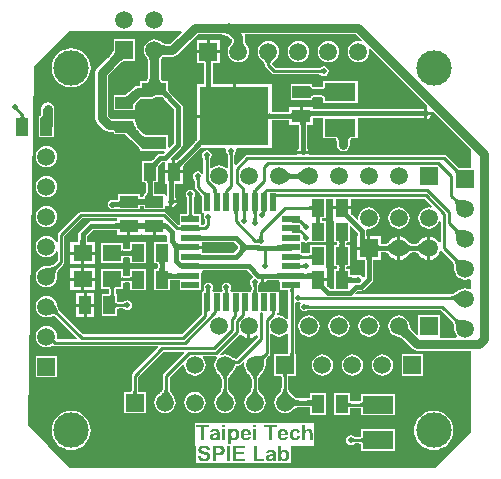
<source format=gtl>
G04*
G04 #@! TF.GenerationSoftware,Altium Limited,Altium Designer,19.1.8 (144)*
G04*
G04 Layer_Physical_Order=1*
G04 Layer_Color=128*
%FSLAX25Y25*%
%MOIN*%
G70*
G01*
G75*
%ADD16C,0.01000*%
%ADD17R,0.06299X0.05512*%
%ADD18R,0.04000X0.06000*%
%ADD19R,0.10236X0.05906*%
%ADD20R,0.06000X0.04000*%
%ADD21R,0.08268X0.03937*%
%ADD22R,0.23032X0.19291*%
%ADD23R,0.05906X0.02362*%
%ADD24R,0.02362X0.05906*%
%ADD38C,0.03000*%
%ADD39C,0.01500*%
%ADD40C,0.02000*%
%ADD41R,0.05906X0.05906*%
%ADD42C,0.05906*%
%ADD43R,0.05906X0.05906*%
%ADD44C,0.01968*%
%ADD45C,0.11811*%
G36*
X59050Y155050D02*
X55142Y151141D01*
X54356D01*
X54339Y151149D01*
X53744Y151171D01*
X53507Y151195D01*
X53290Y151229D01*
X53101Y151271D01*
X52940Y151319D01*
X52808Y151371D01*
X52705Y151424D01*
X52628Y151475D01*
X52538Y151554D01*
X52483Y151573D01*
X51792Y152103D01*
X50927Y152461D01*
X50000Y152583D01*
X49073Y152461D01*
X48208Y152103D01*
X47466Y151534D01*
X46897Y150792D01*
X46539Y149927D01*
X46417Y149000D01*
X46539Y148073D01*
X46897Y147208D01*
X47427Y146517D01*
X47446Y146462D01*
X47525Y146372D01*
X47576Y146295D01*
X47629Y146192D01*
X47681Y146060D01*
X47729Y145899D01*
X47771Y145710D01*
X47804Y145501D01*
X47845Y144973D01*
X47851Y144673D01*
X47859Y144655D01*
Y140968D01*
X47851Y140950D01*
X47836Y140398D01*
X47795Y139930D01*
X47730Y139534D01*
X47643Y139213D01*
X47543Y138967D01*
X47439Y138796D01*
X47340Y138689D01*
X47246Y138626D01*
X47140Y138589D01*
X46932Y138567D01*
X46892Y138545D01*
X45140D01*
Y137149D01*
X44508D01*
X43688Y136986D01*
X42994Y136522D01*
X42557Y136085D01*
X42538Y136077D01*
X41604Y135180D01*
X40857Y134539D01*
X40568Y134323D01*
X40333Y134172D01*
X40190Y134100D01*
X40039D01*
X39948Y134137D01*
X39860Y134101D01*
X39764Y134111D01*
X39751Y134100D01*
X36400D01*
Y128900D01*
X43600D01*
Y130251D01*
X43611Y130264D01*
X43601Y130359D01*
X43637Y130448D01*
X43600Y130539D01*
Y130690D01*
X43672Y130833D01*
X43811Y131049D01*
X45102Y132554D01*
X45410Y132867D01*
X48906D01*
X49725Y133030D01*
X50291Y133408D01*
X51725D01*
X51773Y133378D01*
X51825Y133391D01*
X51875Y133370D01*
X51965Y133408D01*
X52432D01*
X52545Y133343D01*
X52741Y133207D01*
X53253Y132774D01*
X53545Y132492D01*
X53598Y132471D01*
X56624Y129446D01*
Y118070D01*
X55070Y116516D01*
X54608Y116708D01*
Y120592D01*
X49612D01*
X49406Y120633D01*
X47282D01*
X47144Y120713D01*
X46696Y121028D01*
X45597Y121963D01*
X45324Y122227D01*
X45187Y122371D01*
X44848Y122762D01*
X44553Y123143D01*
X44301Y123513D01*
X44092Y123872D01*
X43924Y124219D01*
X43797Y124554D01*
X43708Y124876D01*
X43656Y125187D01*
X43636Y125525D01*
X43600Y125600D01*
Y126100D01*
X43091D01*
X43009Y126137D01*
X42980Y126126D01*
X42951Y126136D01*
X42876Y126100D01*
X39707D01*
X39500Y126141D01*
X36318D01*
X35641Y126145D01*
X34641Y127144D01*
Y140613D01*
X37484Y143456D01*
X37501Y143462D01*
X38671Y144549D01*
X39166Y144945D01*
X39613Y145255D01*
X39949Y145447D01*
X41212D01*
X41302Y145410D01*
X41351Y145430D01*
X41403Y145418D01*
X41451Y145447D01*
X43553D01*
Y152553D01*
X36447D01*
Y150451D01*
X36418Y150403D01*
X36430Y150351D01*
X36410Y150302D01*
X36447Y150212D01*
Y148949D01*
X36255Y148613D01*
X35950Y148174D01*
X35050Y147110D01*
X34471Y146510D01*
X34463Y146491D01*
X30986Y143014D01*
X30522Y142319D01*
X30359Y141500D01*
Y126257D01*
X30522Y125438D01*
X30986Y124743D01*
X33243Y122486D01*
X33938Y122022D01*
X34685Y121873D01*
X34733Y121851D01*
X35525Y121822D01*
X35819Y121789D01*
X36064Y121745D01*
X36248Y121695D01*
X36365Y121647D01*
X36389Y121633D01*
X36400Y121614D01*
Y120900D01*
X38585D01*
X38625Y120874D01*
X38676Y120885D01*
X38724Y120863D01*
X38823Y120900D01*
X40086D01*
X40451Y120691D01*
X40889Y120388D01*
X41943Y119496D01*
X42295Y119157D01*
X44124Y117247D01*
X44736Y116528D01*
X44934Y116265D01*
X45061Y116071D01*
X45105Y115984D01*
X45119Y115921D01*
X45140Y115892D01*
Y115455D01*
X45717D01*
X45835Y115423D01*
X45865Y115440D01*
X45898Y115434D01*
X45927Y115455D01*
X53355D01*
X53547Y114993D01*
X52930Y114376D01*
X52000D01*
X52000Y114376D01*
X51473Y114272D01*
X51027Y113973D01*
X50097Y113043D01*
X50046Y113025D01*
X49470Y112489D01*
X49240Y112306D01*
X49038Y112165D01*
X48924Y112100D01*
X48457D01*
X48367Y112137D01*
X48317Y112117D01*
X48265Y112129D01*
X48217Y112100D01*
X45900D01*
Y104900D01*
X46891D01*
X46931Y104878D01*
X46968Y104874D01*
X46980Y104854D01*
X47013Y104773D01*
X47047Y104646D01*
X47075Y104475D01*
X47094Y104262D01*
X47101Y103995D01*
X47124Y103944D01*
Y102056D01*
X47101Y102005D01*
X47094Y101740D01*
X47076Y101529D01*
X47048Y101359D01*
X47014Y101233D01*
X46982Y101153D01*
X46972Y101137D01*
X46943Y101134D01*
X46881Y101100D01*
X46400D01*
Y100580D01*
X46363Y100491D01*
X46366Y100482D01*
X46351Y100385D01*
X46160Y99957D01*
X46146Y99953D01*
X45975Y99925D01*
X45762Y99906D01*
X45751Y99906D01*
X45740Y99906D01*
X45530Y99925D01*
X45361Y99953D01*
X45236Y99986D01*
X45157Y100019D01*
X45138Y100031D01*
X45134Y100068D01*
X45100Y100130D01*
Y101100D01*
X37900D01*
Y99200D01*
X37879Y99161D01*
X37874Y99123D01*
X37852Y99109D01*
X37771Y99077D01*
X37644Y99043D01*
X37474Y99014D01*
X37262Y98996D01*
X36995Y98989D01*
X36944Y98966D01*
X36657D01*
X36618Y98992D01*
X36000Y99115D01*
X35382Y98992D01*
X34858Y98642D01*
X34508Y98118D01*
X34385Y97500D01*
X34508Y96882D01*
X34858Y96358D01*
X35382Y96008D01*
X36000Y95885D01*
X36618Y96008D01*
X36926Y96213D01*
X36951D01*
X37005Y96190D01*
X37276Y96187D01*
X37721Y96163D01*
X37877Y96144D01*
X37900Y96140D01*
Y95900D01*
X38420D01*
X38509Y95863D01*
X38584Y95893D01*
X38664Y95881D01*
X38691Y95900D01*
X45100D01*
Y96870D01*
X45134Y96932D01*
X45138Y96969D01*
X45157Y96981D01*
X45236Y97013D01*
X45361Y97047D01*
X45530Y97075D01*
X45740Y97094D01*
X45751Y97094D01*
X45762Y97094D01*
X45975Y97075D01*
X46146Y97047D01*
X46273Y97013D01*
X46354Y96980D01*
X46374Y96968D01*
X46378Y96931D01*
X46400Y96891D01*
Y95900D01*
X53600D01*
Y96872D01*
X53937Y97013D01*
X54100Y97049D01*
X54726Y96631D01*
X55000Y96576D01*
Y98500D01*
X55500D01*
Y99000D01*
X57424D01*
X57369Y99274D01*
X56966Y99877D01*
Y103944D01*
X56989Y103995D01*
X56996Y104262D01*
X57014Y104474D01*
X57019Y104500D01*
X59500D01*
Y108000D01*
X56500D01*
X53500D01*
Y104500D01*
X54170D01*
X54187Y104270D01*
X54190Y104005D01*
X54213Y103951D01*
Y100435D01*
X54146Y100326D01*
X54100Y100300D01*
X53600Y100591D01*
Y101100D01*
X50110D01*
X50071Y101122D01*
X50033Y101126D01*
X50020Y101148D01*
X49987Y101229D01*
X49953Y101355D01*
X49925Y101526D01*
X49906Y101738D01*
X49899Y102005D01*
X49876Y102056D01*
Y103944D01*
X49899Y103995D01*
X49906Y104262D01*
X49925Y104475D01*
X49953Y104646D01*
X49987Y104773D01*
X50020Y104854D01*
X50032Y104874D01*
X50068Y104878D01*
X50109Y104900D01*
X51100D01*
Y109217D01*
X51130Y109265D01*
X51117Y109317D01*
X51137Y109367D01*
X51100Y109457D01*
Y109924D01*
X51165Y110038D01*
X51301Y110233D01*
X51734Y110745D01*
X52016Y111037D01*
X52037Y111090D01*
X52570Y111624D01*
X53500D01*
Y109000D01*
X56000D01*
Y112500D01*
X55600D01*
X55409Y112962D01*
X58973Y116527D01*
X59272Y116973D01*
X59376Y117500D01*
Y130016D01*
X59272Y130543D01*
X58973Y130989D01*
X58973Y130989D01*
X55551Y134411D01*
X55532Y134462D01*
X54997Y135038D01*
X54813Y135268D01*
X54673Y135470D01*
X54608Y135584D01*
Y136051D01*
X54645Y136141D01*
X54625Y136191D01*
X54637Y136242D01*
X54608Y136291D01*
Y138545D01*
X53108D01*
X53068Y138567D01*
X52860Y138589D01*
X52754Y138626D01*
X52660Y138689D01*
X52561Y138796D01*
X52457Y138967D01*
X52357Y139213D01*
X52271Y139534D01*
X52205Y139930D01*
X52164Y140398D01*
X52149Y140950D01*
X52141Y140968D01*
Y144644D01*
X52149Y144661D01*
X52171Y145256D01*
X52195Y145493D01*
X52229Y145710D01*
X52271Y145899D01*
X52319Y146060D01*
X52371Y146192D01*
X52424Y146295D01*
X52475Y146372D01*
X52547Y146453D01*
X52628Y146525D01*
X52705Y146576D01*
X52808Y146630D01*
X52940Y146681D01*
X53101Y146729D01*
X53290Y146771D01*
X53499Y146803D01*
X54027Y146845D01*
X54327Y146851D01*
X54345Y146859D01*
X56028D01*
X56848Y147022D01*
X57542Y147486D01*
X64415Y154359D01*
X71308D01*
X71318Y154353D01*
X71336Y154359D01*
X71338D01*
X71355Y154351D01*
X71922Y154331D01*
X72447Y154272D01*
X72952Y154176D01*
X73440Y154042D01*
X73910Y153869D01*
X74365Y153658D01*
X74805Y153409D01*
X75230Y153119D01*
X75642Y152790D01*
X75842Y152604D01*
X75829Y152244D01*
X75805Y152007D01*
X75771Y151790D01*
X75729Y151601D01*
X75681Y151440D01*
X75630Y151308D01*
X75577Y151205D01*
X75525Y151128D01*
X75446Y151038D01*
X75427Y150983D01*
X74897Y150292D01*
X74539Y149427D01*
X74417Y148500D01*
X74539Y147573D01*
X74897Y146708D01*
X75466Y145966D01*
X76208Y145397D01*
X77073Y145039D01*
X78000Y144917D01*
X78927Y145039D01*
X79792Y145397D01*
X80534Y145966D01*
X81103Y146708D01*
X81461Y147573D01*
X81583Y148500D01*
X81461Y149427D01*
X81103Y150292D01*
X80573Y150983D01*
X80554Y151038D01*
X80475Y151128D01*
X80423Y151205D01*
X80370Y151308D01*
X80319Y151440D01*
X80271Y151601D01*
X80229Y151790D01*
X80196Y151999D01*
X80155Y152527D01*
X80149Y152827D01*
X80141Y152845D01*
Y153500D01*
X80057Y153921D01*
X80361Y154318D01*
X80586Y154333D01*
X81632Y154351D01*
X81651Y154359D01*
X117113D01*
X119045Y152427D01*
X118785Y151980D01*
X118000Y152083D01*
X117073Y151961D01*
X116208Y151603D01*
X115466Y151034D01*
X114897Y150292D01*
X114539Y149427D01*
X114417Y148500D01*
X114539Y147573D01*
X114897Y146708D01*
X115466Y145966D01*
X116208Y145397D01*
X117073Y145039D01*
X118000Y144917D01*
X118927Y145039D01*
X119792Y145397D01*
X120534Y145966D01*
X121103Y146708D01*
X121461Y147573D01*
X121583Y148500D01*
X121480Y149285D01*
X121927Y149545D01*
X141048Y130424D01*
X141000Y130334D01*
Y128500D01*
X142834D01*
X142924Y128548D01*
X155512Y115960D01*
Y109553D01*
X152105D01*
X152077Y109570D01*
X152024Y109557D01*
X151973Y109578D01*
X151912Y109553D01*
X151675D01*
X151647Y109569D01*
X151532Y109650D01*
X151202Y109930D01*
X151011Y110115D01*
X150946Y110141D01*
X147377Y113709D01*
X147013Y113952D01*
X146584Y114037D01*
X146584Y114037D01*
X101799D01*
X101459Y114500D01*
X97541D01*
X97201Y114037D01*
X80916D01*
X80487Y113952D01*
X80123Y113709D01*
X80123Y113709D01*
X77136Y110722D01*
X76674Y110914D01*
Y114020D01*
X76702Y114084D01*
X76704Y114173D01*
X76714Y114324D01*
X76721Y114368D01*
X76728Y114407D01*
X76735Y114432D01*
X76739Y114441D01*
X76749Y114458D01*
X76750Y114466D01*
X76753Y114472D01*
X76753Y114488D01*
X76756Y114508D01*
X76766Y114544D01*
X76992Y114882D01*
X77115Y115500D01*
X77045Y115854D01*
X77390Y116354D01*
X89161D01*
Y125571D01*
X89186Y125575D01*
X89399Y125594D01*
X89666Y125601D01*
X89718Y125624D01*
X94444D01*
X94495Y125601D01*
X94760Y125594D01*
X94970Y125575D01*
X95000Y125570D01*
Y124000D01*
X98071D01*
X98075Y123975D01*
X98094Y123762D01*
X98101Y123495D01*
X98124Y123444D01*
Y116467D01*
X98069Y116431D01*
X97631Y115774D01*
X97576Y115500D01*
X101424D01*
X101369Y115774D01*
X100931Y116431D01*
X100876Y116467D01*
Y123444D01*
X100899Y123495D01*
X100906Y123762D01*
X100925Y123975D01*
X100929Y124000D01*
X103000D01*
Y126481D01*
X103026Y126486D01*
X103238Y126504D01*
X103505Y126511D01*
X103556Y126534D01*
X106282D01*
Y119636D01*
X110139D01*
X110177Y119615D01*
X110331Y119597D01*
X110385Y119576D01*
X110441Y119535D01*
X110513Y119449D01*
X110596Y119299D01*
X110678Y119076D01*
X110750Y118782D01*
X110804Y118419D01*
X110839Y117991D01*
X110851Y117484D01*
X110871Y117439D01*
X111022Y116681D01*
X111486Y115986D01*
X112181Y115522D01*
X113000Y115359D01*
X113819Y115522D01*
X114514Y115986D01*
X114978Y116681D01*
X115129Y117439D01*
X115149Y117484D01*
X115161Y117991D01*
X115196Y118419D01*
X115250Y118782D01*
X115322Y119076D01*
X115404Y119299D01*
X115487Y119449D01*
X115559Y119535D01*
X115615Y119576D01*
X115669Y119597D01*
X115823Y119615D01*
X115861Y119636D01*
X117718D01*
Y126534D01*
X139123D01*
X139726Y126131D01*
X140000Y126076D01*
Y128000D01*
Y129924D01*
X139726Y129869D01*
X139069Y129431D01*
X138973Y129287D01*
X103549D01*
X103496Y129310D01*
X103224Y129313D01*
X103000Y129325D01*
Y130000D01*
X99500D01*
Y127000D01*
X98500D01*
Y130000D01*
X95000D01*
Y128430D01*
X94970Y128425D01*
X94760Y128406D01*
X94495Y128399D01*
X94444Y128376D01*
X89718D01*
X89666Y128399D01*
X89399Y128406D01*
X89187Y128425D01*
X89161Y128429D01*
Y137646D01*
X77146D01*
Y127000D01*
X76646D01*
Y126500D01*
X64130D01*
Y119172D01*
X63861Y118850D01*
X63613Y118592D01*
X63596Y118549D01*
X63557Y118525D01*
X63550Y118497D01*
X58097Y113043D01*
X58046Y113025D01*
X57481Y112500D01*
X57000D01*
Y111420D01*
X57162Y111488D01*
X57385Y111615D01*
X57629Y111785D01*
X57894Y111997D01*
X58488Y112549D01*
X59549Y111488D01*
X59252Y111180D01*
X58785Y110629D01*
X58615Y110385D01*
X58488Y110162D01*
X58403Y109961D01*
X58361Y109780D01*
Y109621D01*
X58403Y109483D01*
X58488Y109367D01*
X57000Y110855D01*
Y109000D01*
X59500D01*
Y110468D01*
X59734Y110745D01*
X60016Y111037D01*
X60037Y111090D01*
X64759Y115812D01*
X64810Y115832D01*
X65369Y116354D01*
X73610D01*
X73955Y115854D01*
X73885Y115500D01*
X74008Y114882D01*
X74356Y114361D01*
X74356Y114357D01*
X74363Y114345D01*
X74365Y114337D01*
X74372Y114328D01*
X74376Y114314D01*
X74383Y114284D01*
X74390Y114247D01*
X74402Y114105D01*
X74403Y114020D01*
X74410Y114006D01*
X74405Y113992D01*
X74431Y113938D01*
Y109769D01*
X73931Y109613D01*
X73292Y110103D01*
X72427Y110461D01*
X71500Y110583D01*
X70573Y110461D01*
X69708Y110103D01*
X69069Y109613D01*
X68569Y109769D01*
Y112425D01*
X68596Y112485D01*
X68603Y112669D01*
X68608Y112723D01*
X68616Y112770D01*
X68624Y112805D01*
X68630Y112826D01*
X68631Y112829D01*
X68640Y112842D01*
X68642Y112851D01*
X68646Y112859D01*
X68648Y112882D01*
X68650Y112893D01*
X68652Y112899D01*
X68940Y113329D01*
X69063Y113947D01*
X68940Y114565D01*
X68589Y115089D01*
X68065Y115440D01*
X67447Y115562D01*
X66829Y115440D01*
X66305Y115089D01*
X65955Y114565D01*
X65832Y113947D01*
X65955Y113329D01*
X66242Y112899D01*
X66244Y112893D01*
X66246Y112882D01*
X66248Y112859D01*
X66253Y112851D01*
X66255Y112842D01*
X66264Y112829D01*
X66265Y112826D01*
X66271Y112805D01*
X66278Y112770D01*
X66285Y112730D01*
X66296Y112584D01*
X66298Y112497D01*
X66326Y112434D01*
Y108019D01*
X65826Y107868D01*
X65642Y108142D01*
X65118Y108492D01*
X64500Y108615D01*
X63882Y108492D01*
X63358Y108142D01*
X63008Y107618D01*
X62885Y107000D01*
X63008Y106382D01*
X63295Y105951D01*
X63297Y105946D01*
X63299Y105935D01*
X63301Y105912D01*
X63306Y105903D01*
X63307Y105895D01*
X63316Y105882D01*
X63317Y105879D01*
X63324Y105858D01*
X63331Y105823D01*
X63337Y105783D01*
X63349Y105637D01*
X63351Y105550D01*
X63378Y105486D01*
Y103335D01*
X63378Y103335D01*
X63464Y102905D01*
X63707Y102542D01*
X65279Y100970D01*
X65302Y100908D01*
X65656Y100527D01*
X65771Y100385D01*
X65857Y100262D01*
X65873Y100235D01*
Y99997D01*
X65847Y99936D01*
X65868Y99886D01*
X65855Y99832D01*
X65873Y99805D01*
Y94857D01*
X66400D01*
X66667Y94357D01*
X66508Y94118D01*
X66385Y93500D01*
X66508Y92882D01*
X66795Y92452D01*
X66797Y92446D01*
X66799Y92435D01*
X66801Y92412D01*
X66806Y92404D01*
X66807Y92395D01*
X66816Y92382D01*
X66817Y92379D01*
X66824Y92358D01*
X66831Y92323D01*
X66838Y92283D01*
X66849Y92137D01*
X66851Y92050D01*
X66878Y91986D01*
Y91230D01*
X66321Y90673D01*
X65965D01*
X65903Y90700D01*
X65730Y90705D01*
X65602Y90716D01*
X65506Y90732D01*
X65498Y90734D01*
Y94482D01*
X63183D01*
X63181Y94490D01*
X63165Y94587D01*
X63154Y94714D01*
X63149Y94887D01*
X63122Y94949D01*
Y99478D01*
X63149Y99538D01*
X63156Y99722D01*
X63161Y99775D01*
X63169Y99823D01*
X63176Y99858D01*
X63183Y99879D01*
X63184Y99882D01*
X63193Y99895D01*
X63194Y99904D01*
X63199Y99912D01*
X63201Y99935D01*
X63203Y99946D01*
X63205Y99951D01*
X63492Y100382D01*
X63615Y101000D01*
X63492Y101618D01*
X63142Y102142D01*
X62618Y102492D01*
X62000Y102615D01*
X61382Y102492D01*
X60858Y102142D01*
X60508Y101618D01*
X60385Y101000D01*
X60508Y100382D01*
X60795Y99951D01*
X60797Y99946D01*
X60799Y99935D01*
X60801Y99912D01*
X60806Y99904D01*
X60807Y99895D01*
X60816Y99882D01*
X60817Y99879D01*
X60824Y99858D01*
X60831Y99823D01*
X60838Y99783D01*
X60849Y99637D01*
X60851Y99550D01*
X60878Y99486D01*
Y94949D01*
X60851Y94887D01*
X60846Y94714D01*
X60835Y94587D01*
X60819Y94490D01*
X60817Y94482D01*
X58392D01*
Y90827D01*
X57892Y90750D01*
X53849Y94793D01*
X53485Y95036D01*
X53056Y95122D01*
X53056Y95122D01*
X25500D01*
X25500Y95122D01*
X25071Y95036D01*
X24707Y94793D01*
X24707Y94793D01*
X18036Y88122D01*
X17793Y87758D01*
X17707Y87329D01*
X17707Y87329D01*
Y85140D01*
X17207Y85041D01*
X17103Y85292D01*
X16534Y86034D01*
X15792Y86603D01*
X14927Y86961D01*
X14000Y87083D01*
X13073Y86961D01*
X12208Y86603D01*
X11466Y86034D01*
X10897Y85292D01*
X10539Y84427D01*
X10417Y83500D01*
X10539Y82573D01*
X10897Y81708D01*
X11466Y80966D01*
X12208Y80397D01*
X13073Y80039D01*
X14000Y79917D01*
X14927Y80039D01*
X15792Y80397D01*
X16534Y80966D01*
X17103Y81708D01*
X17207Y81959D01*
X17707Y81860D01*
Y78793D01*
X16588Y77674D01*
X16533Y77656D01*
X16405Y77545D01*
X16283Y77466D01*
X16126Y77388D01*
X15933Y77316D01*
X15704Y77251D01*
X15439Y77196D01*
X15146Y77154D01*
X14429Y77105D01*
X14025Y77102D01*
X13972Y77080D01*
X13073Y76961D01*
X12208Y76603D01*
X11466Y76034D01*
X10897Y75292D01*
X10539Y74427D01*
X10417Y73500D01*
X10539Y72573D01*
X10897Y71708D01*
X11466Y70966D01*
X12208Y70397D01*
X13073Y70039D01*
X14000Y69917D01*
X14927Y70039D01*
X15792Y70397D01*
X16534Y70966D01*
X17103Y71708D01*
X17461Y72573D01*
X17580Y73472D01*
X17602Y73525D01*
X17605Y73929D01*
X17654Y74646D01*
X17696Y74939D01*
X17751Y75204D01*
X17816Y75433D01*
X17888Y75626D01*
X17966Y75783D01*
X18045Y75905D01*
X18156Y76033D01*
X18174Y76088D01*
X19622Y77536D01*
X19865Y77899D01*
X19950Y78329D01*
X19950Y78329D01*
Y86864D01*
X25965Y92878D01*
X37500D01*
Y91929D01*
X37475Y91925D01*
X37262Y91906D01*
X36995Y91899D01*
X36944Y91876D01*
X28879D01*
X28352Y91772D01*
X27905Y91473D01*
X27905Y91473D01*
X25105Y88673D01*
X24807Y88227D01*
X24702Y87700D01*
Y85643D01*
X24679Y85592D01*
X24672Y85324D01*
X24654Y85112D01*
X24650Y85087D01*
X21929D01*
Y81831D01*
X30228D01*
Y85087D01*
X27508D01*
X27504Y85112D01*
X27485Y85324D01*
X27478Y85592D01*
X27455Y85643D01*
Y87130D01*
X29449Y89124D01*
X36944D01*
X36995Y89101D01*
X37262Y89094D01*
X37475Y89075D01*
X37500Y89071D01*
Y87500D01*
X41000D01*
Y90500D01*
X42000D01*
Y87500D01*
X45500D01*
Y87741D01*
X45750Y87888D01*
X46000Y87741D01*
Y87500D01*
X49500D01*
Y90500D01*
X50500D01*
Y87500D01*
X54000D01*
X54366Y87177D01*
Y85257D01*
X54237Y85100D01*
X49900D01*
Y77900D01*
X50891D01*
X50932Y77878D01*
X50968Y77874D01*
X50980Y77854D01*
X51013Y77773D01*
X51047Y77646D01*
X51075Y77475D01*
X51094Y77262D01*
X51101Y77000D01*
X51094Y76738D01*
X51075Y76525D01*
X51047Y76354D01*
X51013Y76227D01*
X50980Y76146D01*
X50968Y76126D01*
X50932Y76122D01*
X50891Y76100D01*
X49900D01*
Y68900D01*
X55100D01*
Y72195D01*
X55122Y72235D01*
X55126Y72271D01*
X55146Y72283D01*
X55227Y72316D01*
X55354Y72350D01*
X55525Y72378D01*
X55738Y72397D01*
X56005Y72404D01*
X56056Y72427D01*
X57434D01*
X57484Y72404D01*
X58004Y72388D01*
X58191Y72370D01*
X58343Y72347D01*
X58392Y72336D01*
Y68872D01*
X65498D01*
Y72022D01*
Y74772D01*
X65898D01*
Y75533D01*
X66128Y75550D01*
X66395Y75553D01*
X66448Y75576D01*
X80893D01*
X82890Y73580D01*
X82746Y73017D01*
X82358Y72758D01*
X82008Y72233D01*
X81885Y71615D01*
X82008Y70997D01*
X82295Y70567D01*
X82297Y70562D01*
X82299Y70550D01*
X82301Y70527D01*
X82306Y70519D01*
X82307Y70510D01*
X82316Y70497D01*
X82317Y70494D01*
X82324Y70473D01*
X82331Y70439D01*
X82337Y70398D01*
X82349Y70252D01*
X82351Y70165D01*
X82378Y70102D01*
Y68965D01*
X82351Y68902D01*
X82346Y68730D01*
X82335Y68602D01*
X82319Y68506D01*
X82317Y68498D01*
X75545D01*
X75542Y68500D01*
X75431Y68571D01*
X75423Y68577D01*
X75327Y68707D01*
X75236Y68998D01*
X75492Y69382D01*
X75615Y70000D01*
X75492Y70618D01*
X75142Y71142D01*
X74618Y71492D01*
X74000Y71615D01*
X73382Y71492D01*
X72858Y71142D01*
X72508Y70618D01*
X72385Y70000D01*
X72508Y69382D01*
X72766Y68995D01*
X72773Y68973D01*
X72768Y68933D01*
X72756Y68894D01*
X72694Y68759D01*
X72661Y68712D01*
X72605Y68643D01*
X72412Y68498D01*
X69457D01*
X69416Y68545D01*
X69236Y68998D01*
X69492Y69382D01*
X69615Y70000D01*
X69492Y70618D01*
X69142Y71142D01*
X68618Y71492D01*
X68000Y71615D01*
X67382Y71492D01*
X66858Y71142D01*
X66508Y70618D01*
X66385Y70000D01*
X66508Y69382D01*
X66626Y69204D01*
X66630Y69178D01*
X66632Y69143D01*
X66631Y69139D01*
X66632Y69136D01*
X66632Y69135D01*
X66632Y69127D01*
X66632Y69124D01*
X66633Y69117D01*
X66640Y69102D01*
X66656Y69033D01*
X66660Y69006D01*
X66661Y68990D01*
X66307Y68498D01*
X65873D01*
Y62600D01*
X65851Y62492D01*
X65851Y62492D01*
Y62049D01*
X65835Y62012D01*
X65823Y61012D01*
X65825Y61008D01*
X65823Y61004D01*
X65848Y60945D01*
X59124Y54222D01*
X26192D01*
X18605Y61809D01*
X18587Y61863D01*
X18512Y61950D01*
X18441Y62056D01*
X18364Y62191D01*
X17578Y64155D01*
X17425Y64615D01*
X17424Y64616D01*
X17425Y64617D01*
X17345Y64709D01*
X17103Y65292D01*
X16534Y66034D01*
X15792Y66603D01*
X14927Y66961D01*
X14000Y67083D01*
X13073Y66961D01*
X12208Y66603D01*
X11466Y66034D01*
X10897Y65292D01*
X10539Y64427D01*
X10417Y63500D01*
X10539Y62573D01*
X10897Y61708D01*
X11466Y60966D01*
X12208Y60397D01*
X13073Y60039D01*
X14000Y59917D01*
X14927Y60039D01*
X15071Y60098D01*
X15161Y60090D01*
X15494Y60195D01*
X15784Y60266D01*
X16046Y60309D01*
X16280Y60327D01*
X16485Y60322D01*
X16662Y60296D01*
X16814Y60254D01*
X16945Y60197D01*
X17061Y60124D01*
X17203Y60001D01*
X17258Y59983D01*
X24158Y53083D01*
X23967Y52622D01*
X17962D01*
X17533Y53119D01*
X17583Y53500D01*
X17461Y54427D01*
X17103Y55292D01*
X16534Y56034D01*
X15792Y56603D01*
X14927Y56961D01*
X14000Y57083D01*
X13073Y56961D01*
X12208Y56603D01*
X11466Y56034D01*
X10897Y55292D01*
X10539Y54427D01*
X10417Y53500D01*
X10539Y52573D01*
X10897Y51708D01*
X11466Y50966D01*
X12208Y50397D01*
X13073Y50039D01*
X14000Y49917D01*
X14927Y50039D01*
X15792Y50397D01*
X16180Y50694D01*
X16199Y50675D01*
X16328Y50626D01*
X16571Y50464D01*
X17000Y50378D01*
X17000Y50378D01*
X51139D01*
X51330Y49916D01*
X42707Y41293D01*
X42464Y40929D01*
X42378Y40500D01*
X42378Y40500D01*
Y35520D01*
X42351Y35458D01*
X42346Y35285D01*
X42335Y35157D01*
X42319Y35061D01*
X42317Y35053D01*
X39947D01*
Y27947D01*
X47053D01*
Y35053D01*
X44683D01*
X44681Y35061D01*
X44665Y35157D01*
X44654Y35285D01*
X44649Y35458D01*
X44622Y35520D01*
Y40035D01*
X53117Y48531D01*
X59792D01*
X59983Y48069D01*
X53207Y41293D01*
X52964Y40929D01*
X52878Y40500D01*
X52878Y40500D01*
Y36365D01*
X52860Y36336D01*
X52868Y36303D01*
X52852Y36272D01*
X52839Y36092D01*
X52808Y35953D01*
X52753Y35803D01*
X52670Y35641D01*
X52555Y35467D01*
X52406Y35281D01*
X52221Y35086D01*
X52000Y34884D01*
X51743Y34676D01*
X51438Y34453D01*
X51372Y34345D01*
X50966Y34034D01*
X50397Y33292D01*
X50039Y32427D01*
X49917Y31500D01*
X50039Y30573D01*
X50397Y29708D01*
X50966Y28966D01*
X51708Y28397D01*
X52573Y28039D01*
X53500Y27917D01*
X54427Y28039D01*
X55292Y28397D01*
X56034Y28966D01*
X56603Y29708D01*
X56961Y30573D01*
X57083Y31500D01*
X56961Y32427D01*
X56603Y33292D01*
X56452Y33489D01*
X56429Y33596D01*
X55936Y34315D01*
X55743Y34623D01*
X55428Y35193D01*
X55321Y35425D01*
X55240Y35634D01*
X55186Y35810D01*
X55159Y35949D01*
X55148Y36098D01*
X55122Y36150D01*
Y40035D01*
X59462Y44376D01*
X59935Y44142D01*
X59917Y44000D01*
X60039Y43073D01*
X60397Y42208D01*
X60966Y41466D01*
X61708Y40897D01*
X62573Y40539D01*
X63500Y40417D01*
X64427Y40539D01*
X65292Y40897D01*
X66034Y41466D01*
X66603Y42208D01*
X66961Y43073D01*
X67083Y44000D01*
X66961Y44927D01*
X66603Y45792D01*
X66113Y46431D01*
X66269Y46931D01*
X70547D01*
X70547Y46931D01*
X70703Y46962D01*
X70911Y46623D01*
X70940Y46499D01*
X70397Y45792D01*
X70039Y44927D01*
X69917Y44000D01*
X70039Y43073D01*
X70397Y42208D01*
X70949Y41489D01*
X70970Y41436D01*
X71254Y41147D01*
X71727Y40606D01*
X71904Y40369D01*
X72053Y40143D01*
X72169Y39935D01*
X72254Y39747D01*
X72310Y39582D01*
X72340Y39439D01*
X72352Y39270D01*
X72378Y39219D01*
Y36281D01*
X72352Y36230D01*
X72340Y36061D01*
X72310Y35918D01*
X72254Y35753D01*
X72169Y35565D01*
X72053Y35357D01*
X71904Y35131D01*
X71727Y34894D01*
X71254Y34353D01*
X70970Y34064D01*
X70949Y34011D01*
X70397Y33292D01*
X70039Y32427D01*
X69917Y31500D01*
X70039Y30573D01*
X70397Y29708D01*
X70966Y28966D01*
X71708Y28397D01*
X72573Y28039D01*
X73500Y27917D01*
X74427Y28039D01*
X75292Y28397D01*
X76034Y28966D01*
X76603Y29708D01*
X76961Y30573D01*
X77083Y31500D01*
X76961Y32427D01*
X76603Y33292D01*
X76051Y34011D01*
X76030Y34064D01*
X75746Y34353D01*
X75273Y34894D01*
X75096Y35131D01*
X74947Y35357D01*
X74831Y35565D01*
X74746Y35753D01*
X74690Y35918D01*
X74660Y36061D01*
X74648Y36230D01*
X74622Y36281D01*
Y39219D01*
X74648Y39270D01*
X74660Y39439D01*
X74690Y39582D01*
X74746Y39747D01*
X74831Y39935D01*
X74947Y40143D01*
X75096Y40369D01*
X75273Y40606D01*
X75746Y41147D01*
X76030Y41436D01*
X76051Y41489D01*
X76603Y42208D01*
X76850Y42804D01*
X76907Y42854D01*
X76910Y42898D01*
X76939Y42931D01*
X77015Y43150D01*
X77089Y43315D01*
X77165Y43448D01*
X77242Y43552D01*
X77317Y43630D01*
X77391Y43687D01*
X77467Y43730D01*
X77551Y43760D01*
X77649Y43780D01*
X77807Y43791D01*
X77926Y43849D01*
X78195Y43902D01*
X78559Y44146D01*
X79608Y45195D01*
X80020Y44939D01*
X80037Y44917D01*
X79917Y44000D01*
X80039Y43073D01*
X80397Y42208D01*
X80949Y41489D01*
X80970Y41436D01*
X81254Y41147D01*
X81727Y40606D01*
X81904Y40369D01*
X82053Y40143D01*
X82169Y39935D01*
X82254Y39747D01*
X82310Y39582D01*
X82340Y39439D01*
X82352Y39270D01*
X82378Y39219D01*
Y36281D01*
X82352Y36230D01*
X82340Y36061D01*
X82310Y35918D01*
X82254Y35753D01*
X82169Y35565D01*
X82053Y35357D01*
X81904Y35131D01*
X81727Y34894D01*
X81254Y34353D01*
X80970Y34064D01*
X80949Y34011D01*
X80397Y33292D01*
X80039Y32427D01*
X79917Y31500D01*
X80039Y30573D01*
X80397Y29708D01*
X80966Y28966D01*
X81708Y28397D01*
X82573Y28039D01*
X83500Y27917D01*
X84427Y28039D01*
X85292Y28397D01*
X86034Y28966D01*
X86603Y29708D01*
X86961Y30573D01*
X87083Y31500D01*
X86961Y32427D01*
X86603Y33292D01*
X86051Y34011D01*
X86030Y34064D01*
X85746Y34353D01*
X85273Y34894D01*
X85096Y35131D01*
X84947Y35357D01*
X84831Y35565D01*
X84746Y35753D01*
X84690Y35918D01*
X84660Y36061D01*
X84648Y36230D01*
X84622Y36281D01*
Y39219D01*
X84648Y39270D01*
X84660Y39439D01*
X84690Y39582D01*
X84746Y39747D01*
X84831Y39935D01*
X84947Y40143D01*
X85096Y40369D01*
X85273Y40606D01*
X85746Y41147D01*
X86030Y41436D01*
X86051Y41489D01*
X86603Y42208D01*
X86961Y43073D01*
X87080Y43972D01*
X87102Y44025D01*
X87105Y44429D01*
X87154Y45146D01*
X87196Y45439D01*
X87251Y45704D01*
X87316Y45933D01*
X87388Y46126D01*
X87466Y46283D01*
X87545Y46405D01*
X87656Y46533D01*
X87674Y46588D01*
X88240Y47154D01*
X88240Y47154D01*
X88483Y47518D01*
X88569Y47947D01*
X88569Y47947D01*
Y54230D01*
X89069Y54387D01*
X89708Y53897D01*
X90573Y53539D01*
X91500Y53417D01*
X92427Y53539D01*
X93292Y53897D01*
X94034Y54466D01*
X94181Y54658D01*
X94681Y54488D01*
Y48020D01*
X94653Y47958D01*
X94649Y47786D01*
X94638Y47659D01*
X94622Y47563D01*
X94619Y47553D01*
X89947D01*
Y40447D01*
X92315D01*
X92320Y40431D01*
X92335Y40337D01*
X92346Y40212D01*
X92351Y40042D01*
X92378Y39980D01*
Y36281D01*
X92352Y36230D01*
X92340Y36061D01*
X92310Y35918D01*
X92254Y35753D01*
X92169Y35565D01*
X92053Y35357D01*
X91904Y35131D01*
X91727Y34894D01*
X91254Y34353D01*
X90970Y34064D01*
X90949Y34011D01*
X90397Y33292D01*
X90039Y32427D01*
X89917Y31500D01*
X90039Y30573D01*
X90397Y29708D01*
X90966Y28966D01*
X91708Y28397D01*
X92573Y28039D01*
X93500Y27917D01*
X94427Y28039D01*
X95292Y28397D01*
X96007Y28946D01*
X96061Y28967D01*
X96307Y29206D01*
X96535Y29406D01*
X96758Y29578D01*
X96975Y29724D01*
X97184Y29844D01*
X97386Y29940D01*
X97581Y30011D01*
X97768Y30061D01*
X97950Y30090D01*
X98162Y30101D01*
X98208Y30124D01*
X100944D01*
X100995Y30101D01*
X101262Y30094D01*
X101475Y30075D01*
X101646Y30047D01*
X101773Y30013D01*
X101854Y29980D01*
X101874Y29968D01*
X101878Y29932D01*
X101900Y29891D01*
Y27400D01*
X107100D01*
Y34600D01*
X101900D01*
Y33109D01*
X101878Y33068D01*
X101874Y33032D01*
X101854Y33020D01*
X101773Y32987D01*
X101646Y32953D01*
X101475Y32925D01*
X101262Y32906D01*
X100995Y32899D01*
X100944Y32876D01*
X98208D01*
X98162Y32899D01*
X97950Y32910D01*
X97768Y32939D01*
X97581Y32989D01*
X97386Y33060D01*
X97184Y33156D01*
X96975Y33276D01*
X96758Y33422D01*
X96535Y33595D01*
X96306Y33795D01*
X96061Y34033D01*
X96039Y34042D01*
X96030Y34064D01*
X95746Y34353D01*
X95273Y34894D01*
X95096Y35131D01*
X94947Y35357D01*
X94831Y35565D01*
X94746Y35753D01*
X94690Y35918D01*
X94660Y36061D01*
X94648Y36230D01*
X94622Y36281D01*
Y39980D01*
X94649Y40042D01*
X94654Y40212D01*
X94665Y40337D01*
X94680Y40431D01*
X94685Y40447D01*
X97053D01*
Y46853D01*
X97090Y46946D01*
X97053Y47034D01*
Y47553D01*
X96970D01*
X96953Y47777D01*
X96952Y47945D01*
X96924Y48011D01*
Y64783D01*
X97302Y64985D01*
X97424Y64999D01*
X98000Y64885D01*
X98536Y64991D01*
X98610Y64911D01*
X98777Y64657D01*
X98813Y64575D01*
X98508Y64118D01*
X98385Y63500D01*
X98508Y62882D01*
X98858Y62358D01*
X99382Y62008D01*
X100000Y61885D01*
X100618Y62008D01*
X101049Y62295D01*
X101054Y62297D01*
X101065Y62299D01*
X101088Y62301D01*
X101096Y62306D01*
X101105Y62307D01*
X101118Y62316D01*
X101121Y62317D01*
X101142Y62324D01*
X101177Y62331D01*
X101217Y62337D01*
X101363Y62349D01*
X101450Y62351D01*
X101514Y62378D01*
X145535D01*
X149326Y58588D01*
X149344Y58533D01*
X149455Y58405D01*
X149534Y58283D01*
X149612Y58126D01*
X149684Y57933D01*
X149749Y57704D01*
X149804Y57439D01*
X149846Y57146D01*
X149895Y56429D01*
X149898Y56025D01*
X149920Y55972D01*
X150039Y55073D01*
X150397Y54208D01*
X150872Y53588D01*
X150697Y53088D01*
X145394D01*
X145053Y53447D01*
Y60553D01*
X137947D01*
Y54234D01*
X137485Y54043D01*
X136094Y55434D01*
X136088Y55452D01*
X135682Y55888D01*
X135532Y56073D01*
X135403Y56250D01*
X135298Y56413D01*
X135219Y56561D01*
X135162Y56691D01*
X135126Y56801D01*
X135108Y56892D01*
X135101Y57011D01*
X135075Y57064D01*
X134961Y57927D01*
X134603Y58792D01*
X134034Y59534D01*
X133292Y60103D01*
X132427Y60461D01*
X131500Y60583D01*
X130573Y60461D01*
X129708Y60103D01*
X128966Y59534D01*
X128397Y58792D01*
X128039Y57927D01*
X127917Y57000D01*
X128039Y56073D01*
X128397Y55208D01*
X128966Y54466D01*
X129708Y53897D01*
X130573Y53539D01*
X131436Y53425D01*
X131489Y53399D01*
X131608Y53392D01*
X131699Y53374D01*
X131809Y53338D01*
X131939Y53281D01*
X132087Y53202D01*
X132250Y53097D01*
X132421Y52973D01*
X132824Y52629D01*
X133039Y52421D01*
X133059Y52413D01*
X136039Y49433D01*
X136733Y48969D01*
X137553Y48806D01*
X155512D01*
Y21654D01*
X143701Y9843D01*
X21654D01*
X8000Y24000D01*
X9843Y143701D01*
X21654Y155512D01*
X39277D01*
X40000Y155417D01*
X40723Y155512D01*
X49277D01*
X50000Y155417D01*
X50723Y155512D01*
X58859D01*
X59050Y155050D01*
D02*
G37*
G36*
X81621Y155000D02*
X80559Y154982D01*
X79772Y154930D01*
X79481Y154890D01*
X79260Y154842D01*
X79107Y154785D01*
X79023Y154719D01*
X79007Y154644D01*
X79061Y154561D01*
X76500Y152879D01*
X76067Y153282D01*
X75616Y153642D01*
X75148Y153961D01*
X74662Y154236D01*
X74159Y154470D01*
X73638Y154661D01*
X73100Y154809D01*
X72544Y154915D01*
X71970Y154979D01*
X71379Y155000D01*
X75000Y158000D01*
X81621Y155000D01*
D02*
G37*
G36*
X79506Y152496D02*
X79551Y151923D01*
X79591Y151670D01*
X79642Y151438D01*
X79704Y151228D01*
X79778Y151041D01*
X79863Y150875D01*
X79959Y150731D01*
X80067Y150609D01*
X75933D01*
X76041Y150731D01*
X76137Y150875D01*
X76222Y151041D01*
X76296Y151228D01*
X76358Y151438D01*
X76409Y151670D01*
X76449Y151923D01*
X76477Y152199D01*
X76500Y152815D01*
X79500D01*
X79506Y152496D01*
D02*
G37*
G36*
X52231Y150959D02*
X52375Y150863D01*
X52541Y150778D01*
X52728Y150704D01*
X52938Y150642D01*
X53170Y150591D01*
X53423Y150551D01*
X53699Y150523D01*
X54315Y150500D01*
Y147500D01*
X53996Y147494D01*
X53423Y147449D01*
X53170Y147409D01*
X52938Y147358D01*
X52728Y147296D01*
X52541Y147222D01*
X52375Y147137D01*
X52231Y147041D01*
X52109Y146933D01*
Y151067D01*
X52231Y150959D01*
D02*
G37*
G36*
X41302Y146059D02*
X41069Y146229D01*
X40793Y146314D01*
X40475D01*
X40114Y146229D01*
X39711Y146059D01*
X39265Y145805D01*
X38778Y145465D01*
X38247Y145041D01*
X37059Y143938D01*
X34938Y146059D01*
X35532Y146674D01*
X36465Y147777D01*
X36805Y148265D01*
X37059Y148711D01*
X37229Y149114D01*
X37314Y149475D01*
Y149793D01*
X37229Y150069D01*
X37059Y150302D01*
X41302Y146059D01*
D02*
G37*
G36*
X51959Y146769D02*
X51863Y146625D01*
X51778Y146459D01*
X51704Y146272D01*
X51642Y146062D01*
X51591Y145830D01*
X51551Y145577D01*
X51523Y145301D01*
X51500Y144685D01*
X48500D01*
X48494Y145004D01*
X48449Y145577D01*
X48409Y145830D01*
X48358Y146062D01*
X48296Y146272D01*
X48222Y146459D01*
X48137Y146625D01*
X48041Y146769D01*
X47933Y146891D01*
X52067D01*
X51959Y146769D01*
D02*
G37*
G36*
X51515Y140361D02*
X51560Y139849D01*
X51635Y139397D01*
X51740Y139005D01*
X51875Y138674D01*
X52040Y138403D01*
X52235Y138192D01*
X52460Y138041D01*
X52715Y137951D01*
X53000Y137921D01*
X47000D01*
X47285Y137951D01*
X47540Y138041D01*
X47765Y138192D01*
X47960Y138403D01*
X48125Y138674D01*
X48260Y139005D01*
X48365Y139397D01*
X48440Y139849D01*
X48485Y140361D01*
X48500Y140933D01*
X51500D01*
X51515Y140361D01*
D02*
G37*
G36*
X50901Y137085D02*
X51020Y137010D01*
X51140Y136943D01*
X51263Y136886D01*
X51388Y136837D01*
X51514Y136797D01*
X51643Y136766D01*
X51773Y136744D01*
X51905Y136731D01*
X52039Y136726D01*
Y135226D01*
X51905Y135222D01*
X51773Y135209D01*
X51643Y135187D01*
X51514Y135155D01*
X51388Y135116D01*
X51263Y135067D01*
X51140Y135009D01*
X51020Y134943D01*
X50901Y134868D01*
X50783Y134783D01*
Y137169D01*
X50901Y137085D01*
D02*
G37*
G36*
X45109Y133488D02*
X44624Y132993D01*
X43289Y131438D01*
X43107Y131155D01*
X42986Y130915D01*
X42926Y130717D01*
X42927Y130561D01*
X42988Y130448D01*
X39948Y133488D01*
X40061Y133427D01*
X40217Y133426D01*
X40415Y133486D01*
X40655Y133607D01*
X40938Y133789D01*
X41263Y134031D01*
X42041Y134699D01*
X42988Y135609D01*
X45109Y133488D01*
D02*
G37*
G36*
X53911Y136024D02*
X53869Y135887D01*
Y135728D01*
X53911Y135547D01*
X53996Y135346D01*
X54123Y135123D01*
X54293Y134879D01*
X54505Y134614D01*
X55057Y134020D01*
X53996Y132959D01*
X53688Y133256D01*
X53137Y133723D01*
X52893Y133893D01*
X52670Y134020D01*
X52469Y134105D01*
X52288Y134147D01*
X52129D01*
X51991Y134105D01*
X51875Y134020D01*
X53996Y136141D01*
X53911Y136024D01*
D02*
G37*
G36*
X4488Y129936D02*
X4499Y129879D01*
X4518Y129820D01*
X4545Y129759D01*
X4580Y129694D01*
X4622Y129628D01*
X4672Y129559D01*
X4731Y129487D01*
X4871Y129337D01*
X4163Y128629D01*
X4087Y128703D01*
X3941Y128828D01*
X3872Y128878D01*
X3806Y128920D01*
X3741Y128955D01*
X3680Y128982D01*
X3621Y129001D01*
X3564Y129012D01*
X3510Y129016D01*
X4484Y129990D01*
X4488Y129936D01*
D02*
G37*
G36*
X6505Y127296D02*
X6520Y127124D01*
X6545Y126972D01*
X6580Y126840D01*
X6625Y126729D01*
X6680Y126638D01*
X6745Y126567D01*
X6820Y126516D01*
X6905Y126486D01*
X7000Y126476D01*
X5000D01*
X5095Y126486D01*
X5180Y126516D01*
X5255Y126567D01*
X5320Y126638D01*
X5375Y126729D01*
X5420Y126840D01*
X5455Y126972D01*
X5480Y127124D01*
X5495Y127296D01*
X5500Y127488D01*
X6500D01*
X6505Y127296D01*
D02*
G37*
G36*
X102003Y128926D02*
X102048Y128870D01*
X102123Y128821D01*
X102228Y128778D01*
X102363Y128742D01*
X102528Y128713D01*
X102723Y128690D01*
X103203Y128664D01*
X103488Y128660D01*
Y127160D01*
X103201Y127153D01*
X102945Y127130D01*
X102718Y127093D01*
X102522Y127040D01*
X102356Y126973D01*
X102220Y126890D01*
X102113Y126793D01*
X102038Y126680D01*
X101992Y126553D01*
X101976Y126410D01*
X101988Y128988D01*
X102003Y128926D01*
D02*
G37*
G36*
X96012Y125500D02*
X95997Y125643D01*
X95952Y125770D01*
X95877Y125882D01*
X95772Y125980D01*
X95637Y126063D01*
X95472Y126130D01*
X95277Y126182D01*
X95052Y126220D01*
X94797Y126242D01*
X94512Y126250D01*
Y127750D01*
X94797Y127758D01*
X95052Y127780D01*
X95277Y127817D01*
X95472Y127870D01*
X95637Y127937D01*
X95772Y128020D01*
X95877Y128118D01*
X95952Y128230D01*
X95997Y128358D01*
X96012Y128500D01*
Y125500D01*
D02*
G37*
G36*
X88152Y128358D02*
X88198Y128230D01*
X88274Y128118D01*
X88379Y128020D01*
X88515Y127937D01*
X88682Y127870D01*
X88878Y127817D01*
X89105Y127780D01*
X89362Y127758D01*
X89649Y127750D01*
Y126250D01*
X89362Y126242D01*
X89105Y126220D01*
X88878Y126182D01*
X88682Y126130D01*
X88515Y126063D01*
X88379Y125980D01*
X88274Y125882D01*
X88198Y125770D01*
X88152Y125643D01*
X88137Y125500D01*
Y128500D01*
X88152Y128358D01*
D02*
G37*
G36*
X100857Y125009D02*
X100730Y124963D01*
X100618Y124888D01*
X100520Y124782D01*
X100437Y124646D01*
X100370Y124480D01*
X100318Y124283D01*
X100280Y124056D01*
X100258Y123799D01*
X100250Y123512D01*
X98750D01*
X98743Y123799D01*
X98720Y124056D01*
X98682Y124283D01*
X98630Y124480D01*
X98563Y124646D01*
X98480Y124782D01*
X98383Y124888D01*
X98270Y124963D01*
X98142Y125009D01*
X98000Y125024D01*
X101000D01*
X100857Y125009D01*
D02*
G37*
G36*
X37012Y125488D02*
X37024Y121745D01*
X37001Y121889D01*
X36933Y122017D01*
X36819Y122130D01*
X36660Y122228D01*
X36456Y122311D01*
X36207Y122379D01*
X35912Y122432D01*
X35573Y122470D01*
X34757Y122500D01*
Y125500D01*
X37012Y125488D01*
D02*
G37*
G36*
X115511Y120233D02*
X115299Y120150D01*
X115112Y120012D01*
X114949Y119819D01*
X114812Y119570D01*
X114700Y119267D01*
X114612Y118908D01*
X114550Y118494D01*
X114513Y118024D01*
X114500Y117500D01*
X111500D01*
X111487Y118024D01*
X111450Y118494D01*
X111388Y118908D01*
X111300Y119267D01*
X111188Y119570D01*
X111051Y119819D01*
X110888Y120012D01*
X110701Y120150D01*
X110489Y120233D01*
X110252Y120260D01*
X115748D01*
X115511Y120233D01*
D02*
G37*
G36*
X66488Y117378D02*
X66407Y117497D01*
X66297Y117565D01*
X66158Y117583D01*
X65989Y117551D01*
X65791Y117469D01*
X65565Y117336D01*
X65309Y117154D01*
X65024Y116921D01*
X64366Y116306D01*
X64081Y118142D01*
X64345Y118416D01*
X64768Y118923D01*
X64927Y119155D01*
X65052Y119374D01*
X65141Y119580D01*
X65197Y119771D01*
X65217Y119949D01*
X65203Y120113D01*
X65154Y120263D01*
X66488Y117378D01*
D02*
G37*
G36*
X43009Y125114D02*
X43073Y124735D01*
X43179Y124351D01*
X43327Y123962D01*
X43518Y123567D01*
X43752Y123166D01*
X44027Y122761D01*
X44346Y122350D01*
X44706Y121934D01*
X44864Y121769D01*
X45161Y121482D01*
X46298Y120513D01*
X46794Y120165D01*
X47243Y119906D01*
X47643Y119738D01*
X47995Y119660D01*
X48299Y119673D01*
X48555Y119775D01*
X48763Y119968D01*
X45752Y116067D01*
X45720Y116205D01*
X45625Y116396D01*
X45466Y116639D01*
X45243Y116934D01*
X44607Y117683D01*
X42755Y119616D01*
X42379Y119978D01*
X41284Y120904D01*
X40798Y121241D01*
X40354Y121495D01*
X39950Y121665D01*
X39587Y121752D01*
X39265Y121756D01*
X38985Y121676D01*
X38745Y121512D01*
X42988Y125488D01*
X43009Y125114D01*
D02*
G37*
G36*
X76193Y114794D02*
X76163Y114745D01*
X76138Y114689D01*
X76115Y114626D01*
X76096Y114556D01*
X76080Y114478D01*
X76068Y114393D01*
X76055Y114202D01*
X76053Y114095D01*
X75053Y114033D01*
X75051Y114139D01*
X75034Y114329D01*
X75020Y114413D01*
X75002Y114490D01*
X74980Y114559D01*
X74953Y114621D01*
X74923Y114675D01*
X74888Y114722D01*
X74850Y114761D01*
X76226Y114835D01*
X76193Y114794D01*
D02*
G37*
G36*
X68100Y113204D02*
X68068Y113156D01*
X68040Y113100D01*
X68015Y113038D01*
X67994Y112968D01*
X67977Y112891D01*
X67964Y112806D01*
X67955Y112714D01*
X67947Y112509D01*
X66947D01*
X66945Y112615D01*
X66930Y112806D01*
X66917Y112891D01*
X66900Y112968D01*
X66879Y113038D01*
X66855Y113100D01*
X66826Y113156D01*
X66794Y113204D01*
X66758Y113244D01*
X68136D01*
X68100Y113204D01*
D02*
G37*
G36*
X51549Y111488D02*
X51252Y111180D01*
X50785Y110629D01*
X50615Y110385D01*
X50488Y110162D01*
X50403Y109961D01*
X50361Y109780D01*
Y109621D01*
X50403Y109483D01*
X50488Y109367D01*
X48367Y111488D01*
X48483Y111403D01*
X48621Y111361D01*
X48780D01*
X48961Y111403D01*
X49162Y111488D01*
X49385Y111615D01*
X49629Y111785D01*
X49894Y111997D01*
X50488Y112549D01*
X51549Y111488D01*
D02*
G37*
G36*
X150765Y109449D02*
X151135Y109135D01*
X151297Y109021D01*
X151446Y108935D01*
X151580Y108877D01*
X151700Y108847D01*
X151806Y108846D01*
X151897Y108873D01*
X151973Y108929D01*
X150571Y107527D01*
X150627Y107603D01*
X150654Y107694D01*
X150653Y107800D01*
X150623Y107920D01*
X150565Y108054D01*
X150479Y108203D01*
X150365Y108365D01*
X150222Y108543D01*
X149852Y108941D01*
X150559Y109648D01*
X150765Y109449D01*
D02*
G37*
G36*
X65153Y106256D02*
X65121Y106208D01*
X65093Y106153D01*
X65068Y106090D01*
X65047Y106021D01*
X65030Y105943D01*
X65017Y105859D01*
X65008Y105767D01*
X65000Y105562D01*
X64000D01*
X63998Y105668D01*
X63983Y105859D01*
X63970Y105943D01*
X63953Y106021D01*
X63932Y106090D01*
X63907Y106153D01*
X63879Y106208D01*
X63847Y106256D01*
X63811Y106297D01*
X65189D01*
X65153Y106256D01*
D02*
G37*
G36*
X99391Y104933D02*
X99134Y105183D01*
X98878Y105407D01*
X98623Y105605D01*
X98369Y105776D01*
X98116Y105921D01*
X97865Y106039D01*
X97615Y106131D01*
X97366Y106197D01*
X97119Y106237D01*
X96872Y106250D01*
Y107750D01*
X97119Y107763D01*
X97366Y107803D01*
X97615Y107869D01*
X97865Y107961D01*
X98116Y108079D01*
X98369Y108224D01*
X98623Y108395D01*
X98878Y108593D01*
X99134Y108817D01*
X99391Y109067D01*
Y104933D01*
D02*
G37*
G36*
X93866Y108817D02*
X94122Y108593D01*
X94377Y108395D01*
X94631Y108224D01*
X94884Y108079D01*
X95135Y107961D01*
X95385Y107869D01*
X95634Y107803D01*
X95881Y107763D01*
X96128Y107750D01*
Y106250D01*
X95881Y106237D01*
X95634Y106197D01*
X95385Y106131D01*
X95135Y106039D01*
X94884Y105921D01*
X94631Y105776D01*
X94377Y105605D01*
X94122Y105407D01*
X93866Y105183D01*
X93609Y104933D01*
Y109067D01*
X93866Y108817D01*
D02*
G37*
G36*
X56947Y105508D02*
X56820Y105462D01*
X56707Y105386D01*
X56610Y105280D01*
X56527Y105144D01*
X56460Y104978D01*
X56407Y104782D01*
X56370Y104555D01*
X56347Y104299D01*
X56340Y104012D01*
X54840D01*
X54836Y104297D01*
X54787Y104972D01*
X54758Y105137D01*
X54722Y105272D01*
X54679Y105377D01*
X54630Y105452D01*
X54574Y105497D01*
X54512Y105512D01*
X57090Y105524D01*
X56947Y105508D01*
D02*
G37*
G36*
X49858Y105509D02*
X49730Y105464D01*
X49617Y105388D01*
X49520Y105282D01*
X49437Y105146D01*
X49370Y104980D01*
X49317Y104783D01*
X49280Y104556D01*
X49257Y104299D01*
X49250Y104012D01*
X47750D01*
X47743Y104299D01*
X47720Y104556D01*
X47682Y104783D01*
X47630Y104980D01*
X47563Y105146D01*
X47480Y105282D01*
X47383Y105388D01*
X47270Y105464D01*
X47142Y105509D01*
X47000Y105524D01*
X50000D01*
X49858Y105509D01*
D02*
G37*
G36*
X83907Y102158D02*
X83922Y101986D01*
X83947Y101834D01*
X83982Y101702D01*
X84027Y101591D01*
X84082Y101500D01*
X84147Y101429D01*
X84222Y101379D01*
X84307Y101348D01*
X84402Y101338D01*
X82402D01*
X82497Y101348D01*
X82582Y101379D01*
X82657Y101429D01*
X82722Y101500D01*
X82777Y101591D01*
X82822Y101702D01*
X82857Y101834D01*
X82882Y101986D01*
X82897Y102158D01*
X82902Y102350D01*
X83902D01*
X83907Y102158D01*
D02*
G37*
G36*
X80143Y102159D02*
X80158Y101987D01*
X80183Y101836D01*
X80218Y101704D01*
X80263Y101593D01*
X80318Y101502D01*
X80383Y101431D01*
X80458Y101380D01*
X80543Y101349D01*
X80638Y101338D01*
X79083Y101350D01*
X79093Y101360D01*
X79103Y101390D01*
X79111Y101440D01*
X79118Y101510D01*
X79133Y101840D01*
X79138Y102350D01*
X80138D01*
X80143Y102159D01*
D02*
G37*
G36*
X74454Y101836D02*
X74478Y101492D01*
X74490Y101436D01*
X74503Y101393D01*
X74518Y101363D01*
X74536Y101344D01*
X74555Y101338D01*
X73350D01*
X73370Y101344D01*
X73387Y101363D01*
X73403Y101393D01*
X73416Y101436D01*
X73427Y101492D01*
X73436Y101559D01*
X73449Y101732D01*
X73453Y101953D01*
X74453D01*
X74454Y101836D01*
D02*
G37*
G36*
X70627Y102159D02*
X70642Y101987D01*
X70667Y101836D01*
X70702Y101705D01*
X70747Y101593D01*
X70802Y101502D01*
X70867Y101431D01*
X70942Y101380D01*
X71027Y101349D01*
X71122Y101338D01*
X69634Y101350D01*
X69632Y101360D01*
X69630Y101390D01*
X69623Y101840D01*
X69622Y102350D01*
X70622D01*
X70627Y102159D01*
D02*
G37*
G36*
X49257Y101701D02*
X49280Y101445D01*
X49317Y101218D01*
X49370Y101022D01*
X49437Y100856D01*
X49520Y100719D01*
X49617Y100613D01*
X49730Y100537D01*
X49858Y100492D01*
X50000Y100476D01*
X47012Y100488D01*
X47152Y100503D01*
X47278Y100548D01*
X47388Y100623D01*
X47484Y100728D01*
X47565Y100863D01*
X47632Y101028D01*
X47684Y101223D01*
X47721Y101448D01*
X47743Y101703D01*
X47750Y101988D01*
X49250D01*
X49257Y101701D01*
D02*
G37*
G36*
X66691Y101858D02*
X67060Y101545D01*
X67223Y101430D01*
X67371Y101344D01*
X67506Y101286D01*
X67625Y101257D01*
X67731Y101256D01*
X67822Y101283D01*
X67899Y101338D01*
X66496Y99936D01*
X66552Y100013D01*
X66579Y100104D01*
X66578Y100209D01*
X66548Y100329D01*
X66490Y100463D01*
X66404Y100612D01*
X66290Y100775D01*
X66147Y100952D01*
X65777Y101350D01*
X66484Y102057D01*
X66691Y101858D01*
D02*
G37*
G36*
X90880Y101303D02*
X90910Y101260D01*
X90960Y101223D01*
X91030Y101190D01*
X91120Y101163D01*
X91230Y101140D01*
X91360Y101122D01*
X91680Y101102D01*
X91870Y101100D01*
Y100100D01*
X91680Y100095D01*
X91510Y100080D01*
X91360Y100055D01*
X91230Y100020D01*
X91120Y99975D01*
X91030Y99920D01*
X90960Y99855D01*
X90910Y99780D01*
X90880Y99695D01*
X90870Y99600D01*
Y101350D01*
X90880Y101303D01*
D02*
G37*
G36*
X62653Y100256D02*
X62621Y100208D01*
X62593Y100153D01*
X62568Y100091D01*
X62547Y100021D01*
X62530Y99943D01*
X62517Y99859D01*
X62508Y99767D01*
X62500Y99562D01*
X61500D01*
X61498Y99668D01*
X61483Y99859D01*
X61470Y99943D01*
X61453Y100021D01*
X61432Y100091D01*
X61407Y100153D01*
X61379Y100208D01*
X61347Y100256D01*
X61311Y100297D01*
X62689D01*
X62653Y100256D01*
D02*
G37*
G36*
X47024Y97000D02*
X47009Y97142D01*
X46964Y97270D01*
X46888Y97382D01*
X46782Y97480D01*
X46646Y97562D01*
X46480Y97630D01*
X46283Y97682D01*
X46056Y97720D01*
X45799Y97742D01*
X45751Y97744D01*
X45703Y97742D01*
X45448Y97720D01*
X45223Y97682D01*
X45028Y97630D01*
X44863Y97562D01*
X44728Y97480D01*
X44623Y97382D01*
X44548Y97270D01*
X44503Y97142D01*
X44488Y97000D01*
Y100000D01*
X44503Y99857D01*
X44548Y99730D01*
X44623Y99617D01*
X44728Y99520D01*
X44863Y99437D01*
X45028Y99370D01*
X45223Y99318D01*
X45448Y99280D01*
X45703Y99257D01*
X45751Y99256D01*
X45799Y99257D01*
X46056Y99280D01*
X46283Y99318D01*
X46480Y99370D01*
X46646Y99437D01*
X46782Y99520D01*
X46888Y99617D01*
X46964Y99730D01*
X47009Y99857D01*
X47024Y100000D01*
Y97000D01*
D02*
G37*
G36*
X142451Y96962D02*
X142218Y96489D01*
X141500Y96583D01*
X140573Y96461D01*
X139708Y96103D01*
X138966Y95534D01*
X138397Y94792D01*
X138039Y93927D01*
X137917Y93000D01*
X138039Y92073D01*
X138397Y91208D01*
X138966Y90466D01*
X139708Y89897D01*
X140573Y89539D01*
X141500Y89417D01*
X142427Y89539D01*
X143292Y89897D01*
X144034Y90466D01*
X144603Y91208D01*
X144878Y91873D01*
X145378Y91773D01*
Y85221D01*
X145284Y85171D01*
X144878Y85090D01*
X144319Y85819D01*
X143493Y86453D01*
X142532Y86851D01*
X142000Y86921D01*
Y83000D01*
Y79079D01*
X142532Y79149D01*
X143493Y79547D01*
X144319Y80181D01*
X144953Y81007D01*
X145325Y81906D01*
X145341Y81918D01*
X145549Y81999D01*
X145866Y82048D01*
X149326Y78588D01*
X149344Y78533D01*
X149455Y78405D01*
X149534Y78283D01*
X149612Y78126D01*
X149684Y77933D01*
X149749Y77704D01*
X149804Y77439D01*
X149846Y77146D01*
X149895Y76429D01*
X149898Y76025D01*
X149920Y75972D01*
X150039Y75073D01*
X150397Y74208D01*
X150966Y73466D01*
X151708Y72897D01*
X152573Y72539D01*
X153500Y72417D01*
X154427Y72539D01*
X155012Y72781D01*
X155512Y72464D01*
Y69537D01*
X155012Y69219D01*
X154427Y69461D01*
X153500Y69583D01*
X152573Y69461D01*
X151708Y69103D01*
X151512Y68952D01*
X151404Y68929D01*
X150685Y68436D01*
X150377Y68243D01*
X149807Y67928D01*
X149575Y67821D01*
X149366Y67740D01*
X149190Y67686D01*
X149051Y67659D01*
X148902Y67648D01*
X148850Y67622D01*
X117131D01*
X116939Y68084D01*
X117645Y68789D01*
X118967D01*
X119494Y68894D01*
X119940Y69192D01*
X122473Y71726D01*
X122473Y71726D01*
X122772Y72172D01*
X122877Y72699D01*
X122876Y72699D01*
Y78491D01*
X122899Y78542D01*
X122906Y78807D01*
X122925Y79017D01*
X122930Y79047D01*
X125453D01*
Y81571D01*
X125478Y81575D01*
X125690Y81594D01*
X125958Y81601D01*
X126009Y81624D01*
X126792D01*
X126838Y81602D01*
X127050Y81590D01*
X127232Y81561D01*
X127419Y81511D01*
X127613Y81440D01*
X127815Y81344D01*
X127936Y81275D01*
X128047Y81007D01*
X128681Y80181D01*
X129507Y79547D01*
X130468Y79149D01*
X131000Y79079D01*
Y83000D01*
Y86921D01*
X130468Y86851D01*
X129507Y86453D01*
X128681Y85819D01*
X128047Y84993D01*
X127936Y84724D01*
X127816Y84655D01*
X127613Y84560D01*
X127419Y84488D01*
X127232Y84439D01*
X127050Y84410D01*
X126838Y84399D01*
X126792Y84376D01*
X126009D01*
X125958Y84399D01*
X125690Y84406D01*
X125478Y84425D01*
X125453Y84429D01*
Y86953D01*
X122000D01*
Y83000D01*
X121500D01*
Y82500D01*
X117547D01*
Y79047D01*
X120070D01*
X120075Y79017D01*
X120094Y78807D01*
X120101Y78542D01*
X120124Y78491D01*
Y73569D01*
X119854Y73349D01*
X119272Y73448D01*
X119142Y73642D01*
X118618Y73992D01*
X118000Y74115D01*
X117382Y73992D01*
X117208Y73876D01*
X116056D01*
X116005Y73899D01*
X115738Y73906D01*
X115525Y73925D01*
X115354Y73953D01*
X115227Y73987D01*
X115146Y74020D01*
X115126Y74032D01*
X115122Y74068D01*
X115100Y74109D01*
Y76100D01*
X114249D01*
X113968Y76493D01*
X113986Y76559D01*
X114223Y76900D01*
X115100D01*
Y84100D01*
X114224D01*
X113973Y84469D01*
X113964Y84500D01*
X113973Y84531D01*
X114224Y84900D01*
X115100D01*
Y90300D01*
X115562Y90491D01*
X117921Y88133D01*
Y87496D01*
X117898Y87441D01*
X117899Y87438D01*
X117898Y87436D01*
X117899Y87307D01*
X117547Y86953D01*
X117547D01*
Y83500D01*
X121000D01*
Y86953D01*
X120726D01*
X120722Y86979D01*
X120703Y87191D01*
X120696Y87458D01*
X120674Y87509D01*
Y88703D01*
X120609Y89030D01*
X120913Y89438D01*
X120989Y89484D01*
X121500Y89417D01*
X122427Y89539D01*
X123292Y89897D01*
X124034Y90466D01*
X124603Y91208D01*
X124961Y92073D01*
X125083Y93000D01*
X124961Y93927D01*
X124603Y94792D01*
X124034Y95534D01*
X123292Y96103D01*
X122427Y96461D01*
X121500Y96583D01*
X120573Y96461D01*
X119708Y96103D01*
X118966Y95534D01*
X118397Y94792D01*
X118039Y93927D01*
X117917Y93000D01*
X117956Y92697D01*
X117483Y92464D01*
X116043Y93903D01*
X116025Y93954D01*
X115500Y94519D01*
Y96000D01*
X109500D01*
Y92500D01*
X109659D01*
X109900Y92100D01*
Y84900D01*
X110776D01*
X111027Y84531D01*
X111036Y84500D01*
X111027Y84469D01*
X110776Y84100D01*
X109900D01*
Y76900D01*
X110777D01*
X111014Y76559D01*
X111032Y76493D01*
X110751Y76100D01*
X109900D01*
Y69526D01*
X108420D01*
X108043Y69903D01*
X108025Y69954D01*
X107500Y70519D01*
Y72000D01*
X104500D01*
Y73000D01*
X107500D01*
Y76500D01*
X107341D01*
X107100Y76900D01*
Y84100D01*
X101900D01*
Y81285D01*
X101892Y81283D01*
X101795Y81267D01*
X101667Y81256D01*
X101495Y81252D01*
X101433Y81224D01*
X99429D01*
X99367Y81252D01*
X99195Y81256D01*
X99067Y81267D01*
X98971Y81283D01*
X98962Y81285D01*
Y84942D01*
X99093Y85038D01*
X99462Y85163D01*
X99882Y84883D01*
X100500Y84760D01*
X101118Y84883D01*
X101400Y85071D01*
X101900Y84900D01*
Y84900D01*
X107100D01*
Y92100D01*
X105956D01*
X105729Y92500D01*
X105956Y92900D01*
X107100D01*
Y99478D01*
X109500D01*
Y97000D01*
X115500D01*
Y99478D01*
X139935D01*
X142451Y96962D01*
D02*
G37*
G36*
X38512Y96512D02*
X38497Y96574D01*
X38452Y96630D01*
X38377Y96679D01*
X38272Y96722D01*
X38137Y96758D01*
X37972Y96787D01*
X37777Y96810D01*
X37297Y96836D01*
X37012Y96840D01*
Y98340D01*
X37299Y98347D01*
X37555Y98370D01*
X37782Y98407D01*
X37978Y98460D01*
X38144Y98527D01*
X38280Y98610D01*
X38386Y98707D01*
X38462Y98820D01*
X38508Y98947D01*
X38524Y99090D01*
X38512Y96512D01*
D02*
G37*
G36*
X150704Y99525D02*
X150895Y99401D01*
X151114Y99292D01*
X151364Y99198D01*
X151642Y99120D01*
X151949Y99056D01*
X152286Y99007D01*
X153046Y98956D01*
X153471Y98953D01*
X150547Y96030D01*
X150544Y96454D01*
X150493Y97215D01*
X150444Y97551D01*
X150381Y97858D01*
X150302Y98137D01*
X150208Y98386D01*
X150099Y98605D01*
X149975Y98796D01*
X149836Y98957D01*
X150543Y99664D01*
X150704Y99525D01*
D02*
G37*
G36*
X102524Y95500D02*
X102514Y95595D01*
X102483Y95680D01*
X102433Y95755D01*
X102362Y95820D01*
X102271Y95875D01*
X102160Y95920D01*
X102028Y95955D01*
X101876Y95980D01*
X101704Y95995D01*
X101512Y96000D01*
Y97000D01*
X101704Y97005D01*
X101876Y97020D01*
X102028Y97045D01*
X102160Y97080D01*
X102271Y97125D01*
X102362Y97180D01*
X102433Y97245D01*
X102483Y97320D01*
X102514Y97405D01*
X102524Y97500D01*
Y95500D01*
D02*
G37*
G36*
X86905Y94960D02*
X86861Y94915D01*
X86764Y94800D01*
X86743Y94768D01*
X86729Y94740D01*
X86720Y94716D01*
X86717Y94694D01*
X86720Y94677D01*
X86728Y94662D01*
X85598Y94898D01*
X86198Y95667D01*
X86905Y94960D01*
D02*
G37*
G36*
X84321Y95471D02*
X84236Y95440D01*
X84161Y95390D01*
X84096Y95319D01*
X84041Y95228D01*
X83996Y95116D01*
X83961Y94985D01*
X83936Y94833D01*
X83921Y94661D01*
X83916Y94469D01*
X82916D01*
X82911Y94661D01*
X82896Y94833D01*
X82871Y94985D01*
X82836Y95116D01*
X82791Y95228D01*
X82736Y95319D01*
X82671Y95390D01*
X82596Y95440D01*
X82511Y95471D01*
X82416Y95481D01*
X84416D01*
X84321Y95471D01*
D02*
G37*
G36*
X80905Y95470D02*
X80820Y95439D01*
X80745Y95388D01*
X80680Y95317D01*
X80625Y95226D01*
X80580Y95115D01*
X80545Y94984D01*
X80520Y94832D01*
X80505Y94660D01*
X80500Y94469D01*
X79500D01*
X79496Y94659D01*
X79462Y94979D01*
X79433Y95109D01*
X79396Y95219D01*
X79350Y95309D01*
X79296Y95379D01*
X79233Y95429D01*
X79162Y95459D01*
X79083Y95469D01*
X81000Y95481D01*
X80905Y95470D01*
D02*
G37*
G36*
X78007Y95471D02*
X77922Y95440D01*
X77847Y95390D01*
X77782Y95319D01*
X77727Y95228D01*
X77682Y95116D01*
X77647Y94985D01*
X77622Y94833D01*
X77607Y94661D01*
X77602Y94469D01*
X76602D01*
X76597Y94661D01*
X76582Y94833D01*
X76557Y94985D01*
X76522Y95116D01*
X76477Y95228D01*
X76422Y95319D01*
X76357Y95390D01*
X76282Y95440D01*
X76197Y95471D01*
X76102Y95481D01*
X78102D01*
X78007Y95471D01*
D02*
G37*
G36*
X62505Y94678D02*
X62520Y94506D01*
X62545Y94354D01*
X62580Y94222D01*
X62625Y94111D01*
X62680Y94020D01*
X62745Y93949D01*
X62820Y93898D01*
X62905Y93868D01*
X63000Y93858D01*
X61000D01*
X61095Y93868D01*
X61180Y93898D01*
X61255Y93949D01*
X61320Y94020D01*
X61375Y94111D01*
X61420Y94222D01*
X61455Y94354D01*
X61480Y94506D01*
X61495Y94678D01*
X61500Y94870D01*
X62500D01*
X62505Y94678D01*
D02*
G37*
G36*
X80502Y93332D02*
X80517Y93141D01*
X80530Y93057D01*
X80547Y92979D01*
X80568Y92909D01*
X80593Y92847D01*
X80621Y92792D01*
X80653Y92744D01*
X80689Y92703D01*
X79311D01*
X79347Y92744D01*
X79379Y92792D01*
X79407Y92847D01*
X79432Y92909D01*
X79453Y92979D01*
X79470Y93057D01*
X79483Y93141D01*
X79492Y93233D01*
X79500Y93438D01*
X80500D01*
X80502Y93332D01*
D02*
G37*
G36*
X105405Y93502D02*
X105320Y93472D01*
X105245Y93422D01*
X105180Y93352D01*
X105125Y93262D01*
X105080Y93152D01*
X105045Y93022D01*
X105020Y92872D01*
X105005Y92702D01*
X105000Y92512D01*
X104000D01*
X103995Y92702D01*
X103980Y92872D01*
X103955Y93022D01*
X103920Y93152D01*
X103875Y93262D01*
X103820Y93352D01*
X103755Y93422D01*
X103680Y93472D01*
X103595Y93502D01*
X103500Y93512D01*
X105500D01*
X105405Y93502D01*
D02*
G37*
G36*
X114403Y95517D02*
X114361Y95379D01*
Y95220D01*
X114403Y95039D01*
X114488Y94838D01*
X114615Y94615D01*
X114785Y94371D01*
X114997Y94106D01*
X115549Y93512D01*
X114488Y92451D01*
X114180Y92748D01*
X113629Y93215D01*
X113385Y93385D01*
X113162Y93512D01*
X112961Y93597D01*
X112780Y93639D01*
X112621D01*
X112483Y93597D01*
X112367Y93512D01*
X114488Y95633D01*
X114403Y95517D01*
D02*
G37*
G36*
X83918Y92876D02*
X83935Y92687D01*
X83949Y92603D01*
X83968Y92527D01*
X83991Y92458D01*
X84019Y92397D01*
X84051Y92344D01*
X84086Y92298D01*
X84126Y92259D01*
X82753Y92141D01*
X82784Y92183D01*
X82812Y92232D01*
X82836Y92287D01*
X82857Y92351D01*
X82875Y92421D01*
X82890Y92499D01*
X82901Y92584D01*
X82914Y92776D01*
X82916Y92883D01*
X83916Y92983D01*
X83918Y92876D01*
D02*
G37*
G36*
X68653Y92756D02*
X68621Y92708D01*
X68593Y92653D01*
X68568Y92590D01*
X68547Y92521D01*
X68530Y92443D01*
X68517Y92359D01*
X68508Y92267D01*
X68500Y92062D01*
X67500D01*
X67498Y92168D01*
X67483Y92359D01*
X67470Y92443D01*
X67453Y92521D01*
X67432Y92590D01*
X67407Y92653D01*
X67379Y92708D01*
X67347Y92756D01*
X67311Y92797D01*
X68689D01*
X68653Y92756D01*
D02*
G37*
G36*
X105005Y92298D02*
X105020Y92128D01*
X105045Y91978D01*
X105080Y91848D01*
X105125Y91738D01*
X105180Y91648D01*
X105245Y91578D01*
X105320Y91528D01*
X105405Y91498D01*
X105500Y91488D01*
X103500D01*
X103595Y91498D01*
X103680Y91528D01*
X103755Y91578D01*
X103820Y91648D01*
X103875Y91738D01*
X103920Y91848D01*
X103955Y91978D01*
X103980Y92128D01*
X103995Y92298D01*
X104000Y92488D01*
X105000D01*
X105005Y92298D01*
D02*
G37*
G36*
X47024Y89238D02*
X47011Y89335D01*
X46973Y89422D01*
X46909Y89499D01*
X46820Y89566D01*
X46705Y89622D01*
X46565Y89668D01*
X46400Y89704D01*
X46209Y89729D01*
X45992Y89745D01*
X45750Y89750D01*
X45510Y89745D01*
X45106Y89704D01*
X44942Y89668D01*
X44804Y89622D01*
X44690Y89566D01*
X44602Y89499D01*
X44539Y89422D01*
X44501Y89335D01*
X44488Y89238D01*
Y91762D01*
X44501Y91665D01*
X44539Y91578D01*
X44602Y91501D01*
X44690Y91434D01*
X44804Y91378D01*
X44942Y91332D01*
X45106Y91296D01*
X45296Y91271D01*
X45510Y91255D01*
X45750Y91250D01*
X45992Y91255D01*
X46400Y91296D01*
X46565Y91332D01*
X46705Y91378D01*
X46820Y91434D01*
X46909Y91501D01*
X46973Y91578D01*
X47011Y91665D01*
X47024Y91762D01*
Y89238D01*
D02*
G37*
G36*
X100039Y91320D02*
X100252Y91140D01*
X100317Y91095D01*
X100379Y91057D01*
X100437Y91027D01*
X100493Y91004D01*
X100546Y90988D01*
X100596Y90979D01*
X99523Y90116D01*
X99525Y90171D01*
X99519Y90229D01*
X99504Y90290D01*
X99481Y90352D01*
X99450Y90417D01*
X99410Y90484D01*
X99361Y90554D01*
X99305Y90626D01*
X99240Y90700D01*
X99166Y90777D01*
X99963Y91395D01*
X100039Y91320D01*
D02*
G37*
G36*
X52996Y91254D02*
X53018Y91253D01*
X53743Y91250D01*
Y89750D01*
X52988Y89745D01*
Y91255D01*
X52996Y91254D01*
D02*
G37*
G36*
X38524Y89000D02*
X38509Y89143D01*
X38464Y89270D01*
X38388Y89382D01*
X38282Y89480D01*
X38146Y89562D01*
X37980Y89630D01*
X37783Y89683D01*
X37556Y89720D01*
X37299Y89742D01*
X37012Y89750D01*
Y91250D01*
X37299Y91258D01*
X37556Y91280D01*
X37783Y91317D01*
X37980Y91370D01*
X38146Y91438D01*
X38282Y91520D01*
X38388Y91618D01*
X38464Y91730D01*
X38509Y91857D01*
X38524Y92000D01*
Y89000D01*
D02*
G37*
G36*
X59016Y88564D02*
X59006Y88658D01*
X58976Y88744D01*
X58925Y88819D01*
X58854Y88884D01*
X58763Y88938D01*
X58652Y88984D01*
X58520Y89018D01*
X58368Y89043D01*
X58196Y89059D01*
X58004Y89064D01*
Y90064D01*
X58196Y90069D01*
X58368Y90083D01*
X58520Y90109D01*
X58652Y90144D01*
X58763Y90188D01*
X58854Y90244D01*
X58925Y90308D01*
X58976Y90383D01*
X59006Y90469D01*
X59016Y90563D01*
Y88564D01*
D02*
G37*
G36*
X64884Y90456D02*
X64914Y90371D01*
X64965Y90296D01*
X65036Y90231D01*
X65127Y90176D01*
X65238Y90131D01*
X65369Y90096D01*
X65521Y90071D01*
X65693Y90056D01*
X65886Y90051D01*
Y89051D01*
X65693Y89046D01*
X65521Y89031D01*
X65369Y89006D01*
X65238Y88971D01*
X65127Y88926D01*
X65036Y88871D01*
X64965Y88806D01*
X64914Y88731D01*
X64884Y88646D01*
X64874Y88551D01*
Y90551D01*
X64884Y90456D01*
D02*
G37*
G36*
X100912Y87269D02*
X99625Y86826D01*
X99643Y86873D01*
X99651Y86923D01*
X99649Y86977D01*
X99636Y87034D01*
X99614Y87094D01*
X99581Y87158D01*
X99537Y87225D01*
X99484Y87296D01*
X99420Y87370D01*
X99347Y87447D01*
X100127Y88081D01*
X100912Y87269D01*
D02*
G37*
G36*
X86002Y86832D02*
X86017Y86641D01*
X86030Y86557D01*
X86047Y86479D01*
X86068Y86409D01*
X86093Y86347D01*
X86121Y86292D01*
X86153Y86244D01*
X86189Y86203D01*
X84811D01*
X84847Y86244D01*
X84879Y86292D01*
X84907Y86347D01*
X84932Y86409D01*
X84953Y86479D01*
X84970Y86557D01*
X84983Y86641D01*
X84992Y86733D01*
X85000Y86938D01*
X86000D01*
X86002Y86832D01*
D02*
G37*
G36*
X150704Y89525D02*
X150895Y89401D01*
X151114Y89292D01*
X151364Y89198D01*
X151642Y89119D01*
X151949Y89056D01*
X152286Y89007D01*
X153046Y88956D01*
X153471Y88953D01*
X150547Y86029D01*
X150544Y86454D01*
X150493Y87214D01*
X150444Y87551D01*
X150381Y87858D01*
X150302Y88137D01*
X150208Y88385D01*
X150099Y88605D01*
X149975Y88796D01*
X149836Y88957D01*
X150543Y89664D01*
X150704Y89525D01*
D02*
G37*
G36*
X120055Y87154D02*
X120077Y86898D01*
X120115Y86671D01*
X120167Y86475D01*
X120235Y86309D01*
X120317Y86173D01*
X120415Y86067D01*
X120527Y85991D01*
X120655Y85945D01*
X120797Y85929D01*
X118559Y85941D01*
X118547Y87441D01*
X120047D01*
X120055Y87154D01*
D02*
G37*
G36*
X64901Y87491D02*
X64946Y87420D01*
X65021Y87357D01*
X65126Y87303D01*
X65261Y87256D01*
X65426Y87219D01*
X65621Y87189D01*
X65846Y87168D01*
X66386Y87152D01*
Y85652D01*
X66101Y85647D01*
X65621Y85614D01*
X65426Y85584D01*
X65261Y85547D01*
X65126Y85501D01*
X65021Y85446D01*
X64946Y85383D01*
X64901Y85312D01*
X64886Y85233D01*
Y87571D01*
X64901Y87491D01*
D02*
G37*
G36*
X84797Y84811D02*
X84756Y84847D01*
X84708Y84879D01*
X84653Y84907D01*
X84591Y84932D01*
X84521Y84953D01*
X84443Y84970D01*
X84359Y84983D01*
X84267Y84992D01*
X84062Y85000D01*
Y86000D01*
X84168Y86002D01*
X84359Y86017D01*
X84443Y86030D01*
X84521Y86047D01*
X84591Y86068D01*
X84653Y86093D01*
X84708Y86121D01*
X84756Y86153D01*
X84797Y86189D01*
Y84811D01*
D02*
G37*
G36*
X26836Y85287D02*
X26859Y85030D01*
X26896Y84803D01*
X26949Y84607D01*
X27016Y84441D01*
X27099Y84304D01*
X27196Y84199D01*
X27309Y84123D01*
X27436Y84078D01*
X27579Y84063D01*
X24579D01*
X24721Y84078D01*
X24849Y84123D01*
X24961Y84199D01*
X25059Y84304D01*
X25141Y84441D01*
X25209Y84607D01*
X25261Y84803D01*
X25299Y85030D01*
X25321Y85287D01*
X25329Y85575D01*
X26829D01*
X26836Y85287D01*
D02*
G37*
G36*
X113857Y85509D02*
X113730Y85464D01*
X113618Y85388D01*
X113520Y85282D01*
X113437Y85146D01*
X113370Y84980D01*
X113318Y84783D01*
X113280Y84556D01*
X113275Y84500D01*
X113280Y84444D01*
X113318Y84217D01*
X113370Y84020D01*
X113437Y83854D01*
X113520Y83718D01*
X113618Y83612D01*
X113730Y83536D01*
X113857Y83491D01*
X114000Y83476D01*
X111000D01*
X111143Y83491D01*
X111270Y83536D01*
X111382Y83612D01*
X111480Y83718D01*
X111563Y83854D01*
X111630Y84020D01*
X111682Y84217D01*
X111720Y84444D01*
X111725Y84500D01*
X111720Y84556D01*
X111682Y84783D01*
X111630Y84980D01*
X111563Y85146D01*
X111480Y85282D01*
X111382Y85388D01*
X111270Y85464D01*
X111143Y85509D01*
X111000Y85524D01*
X114000D01*
X113857Y85509D01*
D02*
G37*
G36*
X56783Y85292D02*
X57009Y85112D01*
X57243Y84953D01*
X57486Y84815D01*
X57737Y84698D01*
X57998Y84603D01*
X58267Y84528D01*
X58545Y84475D01*
X58832Y84444D01*
X59128Y84433D01*
X59567Y82933D01*
X59282Y82918D01*
X59027Y82873D01*
X59013Y82868D01*
X59016Y82183D01*
X59000Y82326D01*
X58954Y82453D01*
X58878Y82566D01*
X58772Y82663D01*
X58668Y82726D01*
X58607Y82693D01*
X58442Y82558D01*
X58307Y82393D01*
X58202Y82198D01*
X58127Y81973D01*
X58082Y81718D01*
X58067Y81433D01*
X56567Y81872D01*
X56556Y82168D01*
X56524Y82455D01*
X56472Y82733D01*
X56397Y83002D01*
X56302Y83263D01*
X56185Y83514D01*
X56047Y83757D01*
X55888Y83991D01*
X55708Y84216D01*
X55506Y84433D01*
X56567Y85494D01*
X56783Y85292D01*
D02*
G37*
G36*
X92469Y82083D02*
X92454Y82146D01*
X92409Y82203D01*
X92334Y82253D01*
X92229Y82296D01*
X92094Y82332D01*
X91929Y82363D01*
X91734Y82386D01*
X91254Y82412D01*
X90969Y82416D01*
Y83916D01*
X91254Y83921D01*
X91734Y83961D01*
X91929Y83997D01*
X92094Y84042D01*
X92229Y84098D01*
X92334Y84163D01*
X92409Y84239D01*
X92454Y84325D01*
X92469Y84421D01*
Y82083D01*
D02*
G37*
G36*
X87936Y82423D02*
X87900Y82415D01*
X87860Y82398D01*
X87815Y82374D01*
X87764Y82341D01*
X87708Y82301D01*
X87582Y82197D01*
X87435Y82061D01*
X87353Y81981D01*
X86646Y82689D01*
X86726Y82770D01*
X86966Y83043D01*
X87006Y83099D01*
X87039Y83150D01*
X87063Y83195D01*
X87080Y83236D01*
X87088Y83271D01*
X87936Y82423D01*
D02*
G37*
G36*
X124444Y84358D02*
X124489Y84230D01*
X124565Y84118D01*
X124671Y84020D01*
X124807Y83938D01*
X124973Y83870D01*
X125170Y83817D01*
X125396Y83780D01*
X125654Y83758D01*
X125941Y83750D01*
Y82250D01*
X125654Y82243D01*
X125396Y82220D01*
X125170Y82183D01*
X124973Y82130D01*
X124807Y82063D01*
X124671Y81980D01*
X124565Y81883D01*
X124489Y81770D01*
X124444Y81643D01*
X124429Y81500D01*
Y84500D01*
X124444Y84358D01*
D02*
G37*
G36*
X77631Y83926D02*
X77648Y83878D01*
X77812Y83696D01*
X77911Y83555D01*
X77970Y83436D01*
X78000Y83337D01*
X78008Y83252D01*
X78000Y83167D01*
X77970Y83068D01*
X77911Y82949D01*
X77812Y82808D01*
X77648Y82626D01*
X77631Y82577D01*
X76532Y81479D01*
X66456D01*
X66406Y81502D01*
X65898Y81517D01*
Y82752D01*
X61945D01*
Y83752D01*
X65898D01*
Y84982D01*
X66128Y84998D01*
X66395Y85002D01*
X66448Y85025D01*
X76532D01*
X77631Y83926D01*
D02*
G37*
G36*
X79719Y84861D02*
X79944Y84681D01*
X80178Y84522D01*
X80421Y84384D01*
X80673Y84267D01*
X80933Y84172D01*
X81202Y84097D01*
X81480Y84044D01*
X81767Y84013D01*
X82063Y84002D01*
Y82502D01*
X81767Y82491D01*
X81480Y82459D01*
X81202Y82407D01*
X80933Y82332D01*
X80673Y82237D01*
X80421Y82120D01*
X80178Y81982D01*
X79944Y81823D01*
X79719Y81643D01*
X79502Y81441D01*
X78131Y82191D01*
X78322Y82403D01*
X78470Y82616D01*
X78576Y82828D01*
X78640Y83040D01*
X78661Y83252D01*
X78640Y83464D01*
X78576Y83676D01*
X78470Y83888D01*
X78322Y84101D01*
X78131Y84313D01*
X79502Y85063D01*
X79719Y84861D01*
D02*
G37*
G36*
X129391Y80933D02*
X129134Y81183D01*
X128877Y81407D01*
X128622Y81605D01*
X128369Y81776D01*
X128116Y81921D01*
X127865Y82039D01*
X127615Y82131D01*
X127366Y82197D01*
X127119Y82237D01*
X126872Y82250D01*
Y83750D01*
X127119Y83763D01*
X127366Y83803D01*
X127615Y83868D01*
X127865Y83961D01*
X128116Y84079D01*
X128369Y84224D01*
X128622Y84395D01*
X128877Y84593D01*
X129134Y84817D01*
X129391Y85067D01*
Y80933D01*
D02*
G37*
G36*
X102524Y79102D02*
X102514Y79197D01*
X102483Y79282D01*
X102433Y79357D01*
X102362Y79422D01*
X102271Y79477D01*
X102160Y79522D01*
X102028Y79557D01*
X101876Y79582D01*
X101704Y79597D01*
X101512Y79602D01*
Y80602D01*
X101704Y80607D01*
X101876Y80622D01*
X102028Y80647D01*
X102160Y80682D01*
X102271Y80727D01*
X102362Y80782D01*
X102433Y80847D01*
X102483Y80922D01*
X102514Y81007D01*
X102524Y81102D01*
Y79102D01*
D02*
G37*
G36*
X98348Y81007D02*
X98379Y80922D01*
X98429Y80847D01*
X98500Y80782D01*
X98591Y80727D01*
X98703Y80682D01*
X98834Y80647D01*
X98986Y80622D01*
X99158Y80607D01*
X99350Y80602D01*
Y79602D01*
X99158Y79597D01*
X98986Y79582D01*
X98834Y79557D01*
X98703Y79522D01*
X98591Y79477D01*
X98500Y79422D01*
X98429Y79357D01*
X98379Y79282D01*
X98348Y79197D01*
X98338Y79102D01*
Y81102D01*
X98348Y81007D01*
D02*
G37*
G36*
X64901Y81192D02*
X64946Y81121D01*
X65021Y81058D01*
X65126Y81003D01*
X65261Y80957D01*
X65426Y80919D01*
X65621Y80890D01*
X65846Y80869D01*
X66386Y80852D01*
Y79352D01*
X66101Y79348D01*
X65621Y79315D01*
X65426Y79285D01*
X65261Y79248D01*
X65126Y79202D01*
X65021Y79147D01*
X64946Y79084D01*
X64901Y79013D01*
X64886Y78933D01*
Y81271D01*
X64901Y81192D01*
D02*
G37*
G36*
X122857Y80044D02*
X122730Y79999D01*
X122617Y79924D01*
X122520Y79819D01*
X122438Y79684D01*
X122370Y79519D01*
X122318Y79324D01*
X122280Y79099D01*
X122257Y78844D01*
X122250Y78559D01*
X120750D01*
X120742Y78844D01*
X120720Y79099D01*
X120683Y79324D01*
X120630Y79519D01*
X120563Y79684D01*
X120480Y79819D01*
X120382Y79924D01*
X120270Y79999D01*
X120142Y80044D01*
X120000Y80059D01*
X123000D01*
X122857Y80044D01*
D02*
G37*
G36*
X87502Y78332D02*
X87517Y78141D01*
X87530Y78057D01*
X87547Y77979D01*
X87568Y77909D01*
X87593Y77847D01*
X87621Y77792D01*
X87653Y77744D01*
X87689Y77703D01*
X86311D01*
X86347Y77744D01*
X86379Y77792D01*
X86407Y77847D01*
X86432Y77909D01*
X86453Y77979D01*
X86470Y78057D01*
X86483Y78141D01*
X86492Y78233D01*
X86500Y78438D01*
X87500D01*
X87502Y78332D01*
D02*
G37*
G36*
X53857Y78509D02*
X53730Y78464D01*
X53618Y78388D01*
X53520Y78282D01*
X53438Y78146D01*
X53370Y77980D01*
X53317Y77783D01*
X53280Y77556D01*
X53258Y77299D01*
X53250Y77012D01*
X51750D01*
X51743Y77299D01*
X51720Y77556D01*
X51683Y77783D01*
X51630Y77980D01*
X51562Y78146D01*
X51480Y78282D01*
X51382Y78388D01*
X51270Y78464D01*
X51143Y78509D01*
X51000Y78524D01*
X54000D01*
X53857Y78509D01*
D02*
G37*
G36*
X98348Y77881D02*
X98379Y77796D01*
X98429Y77721D01*
X98500Y77656D01*
X98591Y77601D01*
X98703Y77556D01*
X98834Y77521D01*
X98986Y77496D01*
X99158Y77481D01*
X99183Y77481D01*
X99345Y77494D01*
X99429Y77508D01*
X99506Y77525D01*
X99576Y77547D01*
X99638Y77572D01*
X99693Y77601D01*
X99741Y77635D01*
X99781Y77672D01*
X99814Y76294D01*
X99773Y76329D01*
X99724Y76360D01*
X99669Y76387D01*
X99606Y76411D01*
X99536Y76431D01*
X99458Y76447D01*
X99374Y76460D01*
X99207Y76473D01*
X99158Y76471D01*
X98986Y76456D01*
X98834Y76431D01*
X98703Y76396D01*
X98591Y76351D01*
X98500Y76296D01*
X98429Y76231D01*
X98379Y76156D01*
X98348Y76071D01*
X98338Y75976D01*
Y77976D01*
X98348Y77881D01*
D02*
G37*
G36*
X150704Y79525D02*
X150895Y79401D01*
X151114Y79292D01*
X151364Y79198D01*
X151642Y79119D01*
X151949Y79056D01*
X152286Y79007D01*
X153046Y78956D01*
X153471Y78953D01*
X150547Y76029D01*
X150544Y76454D01*
X150493Y77214D01*
X150444Y77551D01*
X150381Y77858D01*
X150302Y78136D01*
X150208Y78386D01*
X150099Y78605D01*
X149975Y78796D01*
X149836Y78957D01*
X150543Y79664D01*
X150704Y79525D01*
D02*
G37*
G36*
X64901Y78042D02*
X64946Y77971D01*
X65021Y77908D01*
X65126Y77854D01*
X65261Y77807D01*
X65426Y77770D01*
X65621Y77741D01*
X65846Y77719D01*
X66386Y77703D01*
Y76203D01*
X66101Y76199D01*
X65621Y76165D01*
X65426Y76136D01*
X65261Y76098D01*
X65126Y76052D01*
X65021Y75997D01*
X64946Y75934D01*
X64901Y75863D01*
X64886Y75784D01*
Y78122D01*
X64901Y78042D01*
D02*
G37*
G36*
X113857Y77497D02*
X113730Y77452D01*
X113618Y77377D01*
X113520Y77272D01*
X113437Y77137D01*
X113370Y76972D01*
X113318Y76777D01*
X113280Y76552D01*
X113275Y76498D01*
X113280Y76444D01*
X113318Y76217D01*
X113370Y76020D01*
X113437Y75854D01*
X113520Y75718D01*
X113618Y75612D01*
X113730Y75537D01*
X113857Y75491D01*
X114000Y75476D01*
X111000D01*
X111143Y75491D01*
X111270Y75537D01*
X111382Y75612D01*
X111480Y75718D01*
X111563Y75854D01*
X111630Y76020D01*
X111682Y76217D01*
X111720Y76444D01*
X111725Y76498D01*
X111720Y76552D01*
X111682Y76777D01*
X111630Y76972D01*
X111563Y77137D01*
X111480Y77272D01*
X111382Y77377D01*
X111270Y77452D01*
X111143Y77497D01*
X111000Y77512D01*
X114000D01*
X113857Y77497D01*
D02*
G37*
G36*
X53258Y76701D02*
X53280Y76444D01*
X53317Y76217D01*
X53370Y76020D01*
X53438Y75854D01*
X53520Y75718D01*
X53618Y75612D01*
X53730Y75537D01*
X53857Y75491D01*
X54000Y75476D01*
X51000D01*
X51143Y75491D01*
X51270Y75537D01*
X51382Y75612D01*
X51480Y75718D01*
X51562Y75854D01*
X51630Y76020D01*
X51683Y76217D01*
X51720Y76444D01*
X51743Y76701D01*
X51750Y76988D01*
X53250D01*
X53258Y76701D01*
D02*
G37*
G36*
X17664Y76457D02*
X17525Y76296D01*
X17401Y76105D01*
X17292Y75885D01*
X17198Y75637D01*
X17120Y75358D01*
X17056Y75051D01*
X17007Y74714D01*
X16956Y73954D01*
X16953Y73529D01*
X14029Y76453D01*
X14454Y76456D01*
X15214Y76507D01*
X15551Y76556D01*
X15858Y76619D01*
X16137Y76698D01*
X16386Y76792D01*
X16605Y76901D01*
X16796Y77025D01*
X16957Y77164D01*
X17664Y76457D01*
D02*
G37*
G36*
X98365Y74893D02*
X98410Y74821D01*
X98485Y74758D01*
X98590Y74704D01*
X98725Y74658D01*
X98890Y74620D01*
X99085Y74591D01*
X99310Y74570D01*
X99850Y74553D01*
Y73053D01*
X99565Y73049D01*
X99085Y73015D01*
X98890Y72986D01*
X98725Y72948D01*
X98590Y72902D01*
X98485Y72848D01*
X98410Y72785D01*
X98365Y72714D01*
X98350Y72634D01*
Y74972D01*
X98365Y74893D01*
D02*
G37*
G36*
X92469Y72634D02*
X92454Y72714D01*
X92409Y72785D01*
X92334Y72848D01*
X92229Y72902D01*
X92094Y72948D01*
X91929Y72986D01*
X91734Y73015D01*
X91509Y73036D01*
X90969Y73053D01*
Y74553D01*
X91254Y74557D01*
X91734Y74591D01*
X91929Y74620D01*
X92094Y74658D01*
X92229Y74704D01*
X92334Y74758D01*
X92409Y74821D01*
X92454Y74893D01*
X92469Y74972D01*
Y72634D01*
D02*
G37*
G36*
X59004D02*
X58989Y72714D01*
X58944Y72785D01*
X58869Y72848D01*
X58764Y72902D01*
X58629Y72948D01*
X58464Y72986D01*
X58269Y73015D01*
X58044Y73036D01*
X57504Y73053D01*
Y74553D01*
X57789Y74557D01*
X58269Y74591D01*
X58464Y74620D01*
X58629Y74658D01*
X58764Y74704D01*
X58869Y74758D01*
X58944Y74821D01*
X58989Y74893D01*
X59004Y74972D01*
Y72634D01*
D02*
G37*
G36*
X102524Y72303D02*
X102509Y72446D01*
X102463Y72573D01*
X102388Y72686D01*
X102282Y72783D01*
X102146Y72866D01*
X101980Y72933D01*
X101783Y72986D01*
X101556Y73023D01*
X101299Y73046D01*
X101012Y73053D01*
Y74553D01*
X101299Y74561D01*
X101556Y74583D01*
X101783Y74621D01*
X101980Y74673D01*
X102146Y74741D01*
X102282Y74823D01*
X102388Y74921D01*
X102463Y75033D01*
X102509Y75161D01*
X102524Y75303D01*
Y72303D01*
D02*
G37*
G36*
X54491Y75161D02*
X54536Y75033D01*
X54612Y74921D01*
X54718Y74823D01*
X54854Y74741D01*
X55020Y74673D01*
X55217Y74621D01*
X55444Y74583D01*
X55701Y74561D01*
X55988Y74553D01*
Y73053D01*
X55701Y73046D01*
X55444Y73023D01*
X55217Y72986D01*
X55020Y72933D01*
X54854Y72866D01*
X54718Y72783D01*
X54612Y72686D01*
X54536Y72573D01*
X54491Y72446D01*
X54476Y72303D01*
Y75303D01*
X54491Y75161D01*
D02*
G37*
G36*
X86500Y71576D02*
X86774Y71631D01*
X87431Y72069D01*
X87669Y72427D01*
X90898D01*
X90949Y72404D01*
X91457Y72388D01*
Y71622D01*
X91857D01*
Y68872D01*
X94618D01*
X94622Y68856D01*
X94638Y68762D01*
X94649Y68637D01*
X94653Y68467D01*
X94681Y68405D01*
Y59512D01*
X94181Y59342D01*
X94034Y59534D01*
X93292Y60103D01*
X92427Y60461D01*
X91500Y60583D01*
X91167Y60540D01*
X90861Y60899D01*
X91014Y61392D01*
X91482D01*
Y68498D01*
X84683D01*
X84681Y68506D01*
X84665Y68602D01*
X84654Y68730D01*
X84649Y68902D01*
X84622Y68965D01*
Y70093D01*
X84649Y70153D01*
X84656Y70337D01*
X84661Y70391D01*
X84669Y70439D01*
X84676Y70473D01*
X84683Y70494D01*
X84684Y70497D01*
X84693Y70510D01*
X84694Y70519D01*
X84699Y70527D01*
X84701Y70550D01*
X84703Y70562D01*
X84705Y70567D01*
X84992Y70997D01*
X85032Y71198D01*
X85214Y71604D01*
X85500Y71570D01*
Y73500D01*
X86500D01*
Y71576D01*
D02*
G37*
G36*
X114491Y73857D02*
X114536Y73730D01*
X114612Y73618D01*
X114718Y73520D01*
X114854Y73438D01*
X115020Y73370D01*
X115217Y73317D01*
X115444Y73280D01*
X115701Y73257D01*
X115988Y73250D01*
Y71750D01*
X115701Y71742D01*
X115444Y71720D01*
X115217Y71683D01*
X115020Y71630D01*
X114854Y71562D01*
X114718Y71480D01*
X114612Y71382D01*
X114536Y71270D01*
X114491Y71143D01*
X114476Y71000D01*
Y74000D01*
X114491Y73857D01*
D02*
G37*
G36*
X84153Y70872D02*
X84121Y70824D01*
X84093Y70768D01*
X84068Y70706D01*
X84047Y70636D01*
X84030Y70559D01*
X84017Y70474D01*
X84008Y70382D01*
X84000Y70177D01*
X83000D01*
X82998Y70283D01*
X82983Y70474D01*
X82970Y70559D01*
X82953Y70636D01*
X82932Y70706D01*
X82907Y70768D01*
X82879Y70824D01*
X82847Y70872D01*
X82811Y70912D01*
X84189D01*
X84153Y70872D01*
D02*
G37*
G36*
X96708Y69475D02*
X96623Y69444D01*
X96548Y69394D01*
X96483Y69324D01*
X96428Y69235D01*
X96383Y69125D01*
X96348Y68994D01*
X96323Y68844D01*
X96308Y68674D01*
X96303Y68484D01*
X95303D01*
X95298Y68674D01*
X95283Y68844D01*
X95258Y68994D01*
X95223Y69125D01*
X95178Y69235D01*
X95123Y69324D01*
X95058Y69394D01*
X94983Y69444D01*
X94898Y69475D01*
X94803Y69485D01*
X96803D01*
X96708Y69475D01*
D02*
G37*
G36*
X106403Y71517D02*
X106361Y71379D01*
Y71220D01*
X106403Y71039D01*
X106488Y70838D01*
X106615Y70615D01*
X106785Y70371D01*
X106997Y70106D01*
X107549Y69512D01*
X106488Y68451D01*
X106180Y68748D01*
X105629Y69215D01*
X105385Y69385D01*
X105162Y69512D01*
X104961Y69597D01*
X104780Y69639D01*
X104621D01*
X104483Y69597D01*
X104367Y69512D01*
X106488Y71633D01*
X106403Y71517D01*
D02*
G37*
G36*
X84005Y68693D02*
X84020Y68521D01*
X84045Y68370D01*
X84080Y68238D01*
X84125Y68127D01*
X84180Y68036D01*
X84245Y67965D01*
X84320Y67914D01*
X84405Y67884D01*
X84500Y67874D01*
X82500D01*
X82595Y67884D01*
X82680Y67914D01*
X82755Y67965D01*
X82820Y68036D01*
X82875Y68127D01*
X82920Y68238D01*
X82955Y68370D01*
X82980Y68521D01*
X82995Y68693D01*
X83000Y68886D01*
X84000D01*
X84005Y68693D01*
D02*
G37*
G36*
X74672Y69281D02*
X74635Y69241D01*
X74602Y69193D01*
X74572Y69138D01*
X74547Y69076D01*
X74525Y69006D01*
X74508Y68929D01*
X74494Y68845D01*
X74484Y68753D01*
X74482Y68689D01*
X74496Y68521D01*
X74521Y68370D01*
X74556Y68238D01*
X74601Y68127D01*
X74656Y68036D01*
X74721Y67965D01*
X74796Y67914D01*
X74881Y67884D01*
X74976Y67874D01*
X72976D01*
X73071Y67884D01*
X73156Y67914D01*
X73231Y67965D01*
X73296Y68036D01*
X73351Y68127D01*
X73396Y68238D01*
X73431Y68370D01*
X73456Y68521D01*
X73471Y68693D01*
X73472Y68716D01*
X73460Y68874D01*
X73447Y68958D01*
X73431Y69036D01*
X73411Y69106D01*
X73387Y69169D01*
X73360Y69224D01*
X73329Y69273D01*
X73294Y69314D01*
X74672Y69281D01*
D02*
G37*
G36*
X68555Y69187D02*
X68511Y69152D01*
X68472Y69109D01*
X68438Y69058D01*
X68409Y68999D01*
X68384Y68933D01*
X68363Y68858D01*
X68347Y68776D01*
X68336Y68685D01*
X68335Y68665D01*
X68347Y68526D01*
X68371Y68376D01*
X68406Y68246D01*
X68451Y68136D01*
X68505Y68046D01*
X68570Y67976D01*
X68644Y67926D01*
X68728Y67896D01*
X68823Y67886D01*
X66827Y67874D01*
X66922Y67884D01*
X67007Y67915D01*
X67082Y67966D01*
X67147Y68037D01*
X67202Y68128D01*
X67247Y68239D01*
X67282Y68371D01*
X67307Y68522D01*
X67322Y68694D01*
X67325Y68809D01*
X67306Y69077D01*
X67295Y69154D01*
X67264Y69287D01*
X67244Y69342D01*
X67222Y69389D01*
X67198Y69429D01*
X68555Y69187D01*
D02*
G37*
G36*
X98862Y66988D02*
X98904Y66948D01*
X98954Y66914D01*
X99012Y66883D01*
X99078Y66858D01*
X99152Y66837D01*
X99234Y66821D01*
X99324Y66809D01*
X99422Y66802D01*
X99528Y66800D01*
X99282Y65800D01*
X99174Y65799D01*
X98897Y65781D01*
X98819Y65771D01*
X98688Y65742D01*
X98634Y65725D01*
X98587Y65705D01*
X98548Y65683D01*
X98828Y67032D01*
X98862Y66988D01*
D02*
G37*
G36*
X151072Y64320D02*
X150840Y64639D01*
X150608Y64925D01*
X150377Y65177D01*
X150146Y65395D01*
X149917Y65580D01*
X149687Y65731D01*
X149459Y65849D01*
X149230Y65933D01*
X149003Y65983D01*
X148776Y66000D01*
X148950Y67000D01*
X149139Y67014D01*
X149348Y67056D01*
X149578Y67125D01*
X149829Y67223D01*
X150101Y67348D01*
X150707Y67683D01*
X151041Y67892D01*
X151772Y68394D01*
X151072Y64320D01*
D02*
G37*
G36*
X100744Y64153D02*
X100792Y64121D01*
X100847Y64093D01*
X100909Y64068D01*
X100979Y64047D01*
X101057Y64030D01*
X101141Y64017D01*
X101233Y64008D01*
X101438Y64000D01*
Y63000D01*
X101332Y62998D01*
X101141Y62983D01*
X101057Y62970D01*
X100979Y62953D01*
X100909Y62932D01*
X100847Y62907D01*
X100792Y62879D01*
X100744Y62847D01*
X100703Y62811D01*
Y64189D01*
X100744Y64153D01*
D02*
G37*
G36*
X90447Y62008D02*
X90395Y61984D01*
X90349Y61943D01*
X90310Y61886D01*
X90277Y61812D01*
X90249Y61723D01*
X90228Y61617D01*
X90213Y61494D01*
X90204Y61356D01*
X90201Y61201D01*
X89201D01*
X89198Y61356D01*
X89174Y61617D01*
X89152Y61723D01*
X89125Y61812D01*
X89092Y61886D01*
X89052Y61943D01*
X89007Y61984D01*
X88955Y62008D01*
X88897Y62016D01*
X90504D01*
X90447Y62008D01*
D02*
G37*
G36*
X80476Y62005D02*
X80391Y61974D01*
X80316Y61923D01*
X80251Y61852D01*
X80196Y61761D01*
X80151Y61650D01*
X80116Y61519D01*
X80091Y61367D01*
X80076Y61196D01*
X80071Y61004D01*
X79071D01*
X79083Y62004D01*
X80571Y62016D01*
X80476Y62005D01*
D02*
G37*
G36*
X77903Y62006D02*
X77818Y61976D01*
X77743Y61925D01*
X77678Y61854D01*
X77623Y61763D01*
X77578Y61652D01*
X77543Y61520D01*
X77518Y61369D01*
X77503Y61196D01*
X77498Y61004D01*
X76498D01*
X76493Y61196D01*
X76478Y61369D01*
X76453Y61520D01*
X76418Y61652D01*
X76373Y61763D01*
X76318Y61854D01*
X76253Y61925D01*
X76178Y61976D01*
X76093Y62006D01*
X75998Y62016D01*
X77998D01*
X77903Y62006D01*
D02*
G37*
G36*
X67877Y62005D02*
X67792Y61974D01*
X67717Y61923D01*
X67652Y61852D01*
X67598Y61761D01*
X67552Y61650D01*
X67517Y61519D01*
X67492Y61367D01*
X67477Y61196D01*
X67472Y61004D01*
X66473D01*
X66484Y62004D01*
X67972Y62016D01*
X67877Y62005D01*
D02*
G37*
G36*
X16967Y63932D02*
X17778Y61909D01*
X17890Y61712D01*
X17995Y61557D01*
X18093Y61441D01*
X17628Y60493D01*
X17449Y60647D01*
X17251Y60772D01*
X17033Y60868D01*
X16796Y60934D01*
X16539Y60970D01*
X16264Y60977D01*
X15968Y60954D01*
X15654Y60902D01*
X15320Y60821D01*
X14967Y60710D01*
X16809Y64411D01*
X16967Y63932D01*
D02*
G37*
G36*
X150704Y59525D02*
X150895Y59401D01*
X151114Y59292D01*
X151364Y59198D01*
X151642Y59119D01*
X151949Y59056D01*
X152286Y59007D01*
X153046Y58956D01*
X153471Y58953D01*
X150547Y56029D01*
X150544Y56454D01*
X150493Y57214D01*
X150444Y57551D01*
X150381Y57858D01*
X150302Y58136D01*
X150208Y58385D01*
X150099Y58605D01*
X149975Y58796D01*
X149836Y58957D01*
X150543Y59664D01*
X150704Y59525D01*
D02*
G37*
G36*
X82000Y53079D02*
X82532Y53149D01*
X83493Y53547D01*
X83931Y53883D01*
X84373Y53666D01*
X84416Y53175D01*
X77362Y46121D01*
X77168Y46158D01*
X76961Y46213D01*
X76749Y46284D01*
X76533Y46373D01*
X76319Y46477D01*
X75848Y46754D01*
X75608Y46921D01*
X75560Y46931D01*
X75527Y46968D01*
X75461Y46973D01*
X75292Y47103D01*
X74427Y47461D01*
X73500Y47583D01*
X72573Y47461D01*
X72020Y47232D01*
X71737Y47656D01*
X78142Y54062D01*
X78464Y54133D01*
X78796Y54092D01*
X79507Y53547D01*
X80468Y53149D01*
X81000Y53079D01*
Y57000D01*
X82000D01*
Y53079D01*
D02*
G37*
G36*
X134463Y56808D02*
X134496Y56638D01*
X134554Y56461D01*
X134634Y56276D01*
X134738Y56083D01*
X134866Y55884D01*
X135017Y55676D01*
X135192Y55461D01*
X135612Y55010D01*
X133491Y52888D01*
X133261Y53110D01*
X132824Y53483D01*
X132616Y53634D01*
X132417Y53762D01*
X132224Y53866D01*
X132039Y53946D01*
X131862Y54004D01*
X131692Y54037D01*
X131529Y54047D01*
X134453Y56971D01*
X134463Y56808D01*
D02*
G37*
G36*
X16833Y52640D02*
X16838Y52579D01*
X16857Y52512D01*
X16888Y52437D01*
X16933Y52356D01*
X16991Y52269D01*
X17062Y52175D01*
X17243Y51967D01*
X17354Y51854D01*
X16646Y51146D01*
X16567Y51222D01*
X16491Y51285D01*
X16420Y51337D01*
X16353Y51376D01*
X16289Y51403D01*
X16230Y51419D01*
X16175Y51422D01*
X16124Y51413D01*
X16077Y51392D01*
X16034Y51359D01*
X16841Y52695D01*
X16833Y52640D01*
D02*
G37*
G36*
X96304Y47751D02*
X96352Y47101D01*
X96370Y47031D01*
X96391Y46981D01*
X96415Y46951D01*
X96441Y46941D01*
X94803Y46929D01*
X94898Y46940D01*
X94983Y46970D01*
X95058Y47021D01*
X95123Y47092D01*
X95178Y47184D01*
X95223Y47295D01*
X95258Y47426D01*
X95283Y47578D01*
X95298Y47749D01*
X95303Y47941D01*
X96303D01*
X96304Y47751D01*
D02*
G37*
G36*
X87164Y46957D02*
X87025Y46796D01*
X86901Y46605D01*
X86792Y46385D01*
X86698Y46137D01*
X86620Y45858D01*
X86556Y45551D01*
X86507Y45215D01*
X86456Y44454D01*
X86453Y44030D01*
X83530Y46953D01*
X83954Y46956D01*
X84715Y47007D01*
X85051Y47056D01*
X85358Y47120D01*
X85637Y47198D01*
X85886Y47292D01*
X86105Y47401D01*
X86296Y47525D01*
X86457Y47664D01*
X87164Y46957D01*
D02*
G37*
G36*
X75498Y46207D02*
X76013Y45903D01*
X76268Y45780D01*
X76521Y45676D01*
X76773Y45590D01*
X77024Y45524D01*
X77273Y45477D01*
X77520Y45448D01*
X77766Y45439D01*
Y44439D01*
X77563Y44426D01*
X77373Y44387D01*
X77197Y44322D01*
X77033Y44231D01*
X76882Y44115D01*
X76745Y43972D01*
X76620Y43804D01*
X76509Y43609D01*
X76411Y43389D01*
X76326Y43143D01*
X75238Y46387D01*
X75498Y46207D01*
D02*
G37*
G36*
X94405Y41049D02*
X94320Y41019D01*
X94245Y40969D01*
X94180Y40899D01*
X94125Y40809D01*
X94080Y40699D01*
X94045Y40569D01*
X94020Y40419D01*
X94005Y40249D01*
X94000Y40059D01*
X93000D01*
X92995Y40249D01*
X92980Y40419D01*
X92955Y40569D01*
X92920Y40699D01*
X92875Y40809D01*
X92820Y40899D01*
X92755Y40969D01*
X92680Y41019D01*
X92595Y41049D01*
X92500Y41059D01*
X94500D01*
X94405Y41049D01*
D02*
G37*
G36*
X85269Y41589D02*
X84768Y41015D01*
X84564Y40742D01*
X84392Y40480D01*
X84251Y40228D01*
X84141Y39985D01*
X84063Y39753D01*
X84016Y39531D01*
X84000Y39318D01*
X83000D01*
X82984Y39531D01*
X82937Y39753D01*
X82859Y39985D01*
X82749Y40228D01*
X82608Y40480D01*
X82436Y40742D01*
X82232Y41015D01*
X81731Y41589D01*
X81433Y41891D01*
X85567D01*
X85269Y41589D01*
D02*
G37*
G36*
X75269D02*
X74768Y41015D01*
X74564Y40742D01*
X74392Y40480D01*
X74251Y40228D01*
X74141Y39985D01*
X74063Y39753D01*
X74016Y39531D01*
X74000Y39318D01*
X73000D01*
X72984Y39531D01*
X72937Y39753D01*
X72859Y39985D01*
X72749Y40228D01*
X72608Y40480D01*
X72436Y40742D01*
X72232Y41015D01*
X71731Y41589D01*
X71433Y41891D01*
X75567D01*
X75269Y41589D01*
D02*
G37*
G36*
X44005Y35249D02*
X44020Y35076D01*
X44045Y34925D01*
X44080Y34793D01*
X44125Y34682D01*
X44180Y34591D01*
X44245Y34520D01*
X44320Y34469D01*
X44405Y34439D01*
X44500Y34429D01*
X42500D01*
X42595Y34439D01*
X42680Y34469D01*
X42755Y34520D01*
X42820Y34591D01*
X42875Y34682D01*
X42920Y34793D01*
X42955Y34925D01*
X42980Y35076D01*
X42995Y35249D01*
X43000Y35441D01*
X44000D01*
X44005Y35249D01*
D02*
G37*
G36*
X94016Y35969D02*
X94063Y35747D01*
X94141Y35515D01*
X94251Y35272D01*
X94392Y35020D01*
X94564Y34758D01*
X94768Y34485D01*
X95269Y33911D01*
X95567Y33609D01*
X91433D01*
X91731Y33911D01*
X92232Y34485D01*
X92436Y34758D01*
X92608Y35020D01*
X92749Y35272D01*
X92859Y35515D01*
X92937Y35747D01*
X92984Y35969D01*
X93000Y36182D01*
X94000D01*
X94016Y35969D01*
D02*
G37*
G36*
X84016D02*
X84063Y35747D01*
X84141Y35515D01*
X84251Y35272D01*
X84392Y35020D01*
X84564Y34758D01*
X84768Y34485D01*
X85269Y33911D01*
X85567Y33609D01*
X81433D01*
X81731Y33911D01*
X82232Y34485D01*
X82436Y34758D01*
X82608Y35020D01*
X82749Y35272D01*
X82859Y35515D01*
X82937Y35747D01*
X82984Y35969D01*
X83000Y36182D01*
X84000D01*
X84016Y35969D01*
D02*
G37*
G36*
X74016D02*
X74063Y35747D01*
X74141Y35515D01*
X74251Y35272D01*
X74392Y35020D01*
X74564Y34758D01*
X74768Y34485D01*
X75269Y33911D01*
X75567Y33609D01*
X71433D01*
X71731Y33911D01*
X72232Y34485D01*
X72436Y34758D01*
X72608Y35020D01*
X72749Y35272D01*
X72859Y35515D01*
X72937Y35747D01*
X72984Y35969D01*
X73000Y36182D01*
X74000D01*
X74016Y35969D01*
D02*
G37*
G36*
X54500Y36050D02*
X54514Y35861D01*
X54556Y35652D01*
X54625Y35422D01*
X54723Y35171D01*
X54848Y34899D01*
X55183Y34293D01*
X55392Y33959D01*
X55894Y33228D01*
X51820Y33928D01*
X52139Y34160D01*
X52425Y34392D01*
X52677Y34623D01*
X52895Y34854D01*
X53080Y35083D01*
X53231Y35313D01*
X53349Y35541D01*
X53433Y35770D01*
X53483Y35997D01*
X53500Y36224D01*
X54500Y36050D01*
D02*
G37*
G36*
X102524Y30000D02*
X102509Y30143D01*
X102463Y30270D01*
X102388Y30382D01*
X102282Y30480D01*
X102146Y30562D01*
X101980Y30630D01*
X101783Y30683D01*
X101556Y30720D01*
X101299Y30742D01*
X101012Y30750D01*
Y32250D01*
X101299Y32258D01*
X101556Y32280D01*
X101783Y32318D01*
X101980Y32370D01*
X102146Y32438D01*
X102282Y32520D01*
X102388Y32618D01*
X102463Y32730D01*
X102509Y32857D01*
X102524Y33000D01*
Y30000D01*
D02*
G37*
G36*
X95866Y33317D02*
X96122Y33093D01*
X96377Y32895D01*
X96631Y32724D01*
X96884Y32579D01*
X97135Y32461D01*
X97385Y32368D01*
X97634Y32303D01*
X97881Y32263D01*
X98128Y32250D01*
Y30750D01*
X97881Y30737D01*
X97634Y30697D01*
X97385Y30632D01*
X97135Y30539D01*
X96884Y30421D01*
X96631Y30276D01*
X96377Y30105D01*
X96122Y29907D01*
X95866Y29683D01*
X95609Y29433D01*
Y33567D01*
X95866Y33317D01*
D02*
G37*
%LPC*%
G36*
X71953Y152453D02*
X68500D01*
Y149000D01*
X71953D01*
Y152453D01*
D02*
G37*
G36*
X67500D02*
X64047D01*
Y149000D01*
X67500D01*
Y152453D01*
D02*
G37*
G36*
X108000Y152083D02*
X107073Y151961D01*
X106208Y151603D01*
X105466Y151034D01*
X104897Y150292D01*
X104539Y149427D01*
X104417Y148500D01*
X104539Y147573D01*
X104897Y146708D01*
X105466Y145966D01*
X106208Y145397D01*
X107073Y145039D01*
X108000Y144917D01*
X108927Y145039D01*
X109792Y145397D01*
X110534Y145966D01*
X111103Y146708D01*
X111461Y147573D01*
X111583Y148500D01*
X111461Y149427D01*
X111103Y150292D01*
X110534Y151034D01*
X109792Y151603D01*
X108927Y151961D01*
X108000Y152083D01*
D02*
G37*
G36*
X98000D02*
X97073Y151961D01*
X96208Y151603D01*
X95466Y151034D01*
X94897Y150292D01*
X94539Y149427D01*
X94417Y148500D01*
X94539Y147573D01*
X94897Y146708D01*
X95466Y145966D01*
X96208Y145397D01*
X97073Y145039D01*
X98000Y144917D01*
X98927Y145039D01*
X99792Y145397D01*
X100534Y145966D01*
X101103Y146708D01*
X101461Y147573D01*
X101583Y148500D01*
X101461Y149427D01*
X101103Y150292D01*
X100534Y151034D01*
X99792Y151603D01*
X98927Y151961D01*
X98000Y152083D01*
D02*
G37*
G36*
X88000D02*
X87073Y151961D01*
X86208Y151603D01*
X85466Y151034D01*
X84897Y150292D01*
X84539Y149427D01*
X84417Y148500D01*
X84539Y147573D01*
X84897Y146708D01*
X85466Y145966D01*
X85702Y145785D01*
X85736Y145704D01*
X85767Y145691D01*
X85783Y145661D01*
X86016Y145471D01*
X86206Y145294D01*
X86369Y145120D01*
X86506Y144949D01*
X86617Y144783D01*
X86704Y144622D01*
X86769Y144464D01*
X86814Y144309D01*
X86841Y144156D01*
X86852Y143963D01*
X86910Y143843D01*
X86964Y143571D01*
X87207Y143207D01*
X89207Y141207D01*
X89207Y141207D01*
X89571Y140964D01*
X90000Y140878D01*
X90000Y140878D01*
X104978D01*
X105038Y140851D01*
X105222Y140844D01*
X105275Y140839D01*
X105323Y140831D01*
X105358Y140824D01*
X105379Y140817D01*
X105382Y140816D01*
X105395Y140807D01*
X105403Y140806D01*
X105412Y140801D01*
X105435Y140799D01*
X105446Y140797D01*
X105452Y140795D01*
X105882Y140508D01*
X106500Y140385D01*
X107118Y140508D01*
X107642Y140858D01*
X107992Y141382D01*
X108115Y142000D01*
X107992Y142618D01*
X107642Y143142D01*
X107118Y143492D01*
X106500Y143615D01*
X105882Y143492D01*
X105452Y143205D01*
X105446Y143203D01*
X105435Y143201D01*
X105412Y143199D01*
X105403Y143194D01*
X105395Y143193D01*
X105382Y143184D01*
X105379Y143183D01*
X105358Y143176D01*
X105323Y143169D01*
X105283Y143163D01*
X105137Y143151D01*
X105050Y143149D01*
X104986Y143122D01*
X90465D01*
X89206Y144380D01*
X89231Y144464D01*
X89296Y144622D01*
X89383Y144783D01*
X89494Y144949D01*
X89631Y145120D01*
X89794Y145294D01*
X89984Y145470D01*
X90217Y145661D01*
X90233Y145691D01*
X90264Y145704D01*
X90298Y145785D01*
X90534Y145966D01*
X91103Y146708D01*
X91461Y147573D01*
X91583Y148500D01*
X91461Y149427D01*
X91103Y150292D01*
X90534Y151034D01*
X89792Y151603D01*
X88927Y151961D01*
X88000Y152083D01*
D02*
G37*
G36*
X117718Y138553D02*
X106282D01*
Y137130D01*
X106248Y137068D01*
X106236Y136954D01*
X106228Y136933D01*
X106216Y136914D01*
X106180Y136880D01*
X106100Y136831D01*
X105966Y136776D01*
X105776Y136725D01*
X105532Y136685D01*
X105237Y136659D01*
X104877Y136649D01*
X104837Y136631D01*
X104045D01*
X104005Y136649D01*
X103645Y136659D01*
X103349Y136684D01*
X103105Y136725D01*
X102914Y136775D01*
X102779Y136830D01*
X102699Y136878D01*
X102664Y136911D01*
X102652Y136928D01*
X102646Y136946D01*
X102634Y137057D01*
X102600Y137119D01*
Y137600D01*
X102078D01*
X101988Y137637D01*
X101954Y137624D01*
X101919Y137634D01*
X101857Y137600D01*
X95400D01*
Y132400D01*
X101857D01*
X101919Y132366D01*
X101954Y132377D01*
X101988Y132363D01*
X102078Y132400D01*
X102600D01*
Y132881D01*
X102634Y132943D01*
X102646Y133054D01*
X102652Y133072D01*
X102664Y133089D01*
X102699Y133122D01*
X102779Y133170D01*
X102914Y133225D01*
X103105Y133275D01*
X103349Y133316D01*
X103645Y133341D01*
X104005Y133351D01*
X104045Y133369D01*
X104837D01*
X104877Y133351D01*
X105237Y133341D01*
X105532Y133315D01*
X105776Y133275D01*
X105966Y133223D01*
X106100Y133169D01*
X106180Y133120D01*
X106216Y133086D01*
X106228Y133067D01*
X106236Y133046D01*
X106248Y132932D01*
X106282Y132870D01*
Y131447D01*
X117718D01*
Y138553D01*
D02*
G37*
G36*
X22244Y149647D02*
X20969Y149522D01*
X19742Y149150D01*
X18612Y148546D01*
X17622Y147733D01*
X16809Y146742D01*
X16205Y145612D01*
X15833Y144386D01*
X15707Y143110D01*
X15833Y141835D01*
X16205Y140609D01*
X16809Y139479D01*
X17622Y138488D01*
X18612Y137675D01*
X19742Y137071D01*
X20969Y136699D01*
X22244Y136573D01*
X23519Y136699D01*
X24746Y137071D01*
X25876Y137675D01*
X26866Y138488D01*
X27679Y139479D01*
X28284Y140609D01*
X28655Y141835D01*
X28781Y143110D01*
X28655Y144386D01*
X28284Y145612D01*
X27679Y146742D01*
X26866Y147733D01*
X25876Y148546D01*
X24746Y149150D01*
X23519Y149522D01*
X22244Y149647D01*
D02*
G37*
G36*
X71953Y148000D02*
X64047D01*
Y144547D01*
X66570D01*
X66575Y144517D01*
X66594Y144307D01*
X66601Y144042D01*
X66624Y143991D01*
Y138202D01*
X66601Y138151D01*
X66594Y137883D01*
X66575Y137671D01*
X66571Y137646D01*
X64130D01*
Y127500D01*
X76146D01*
Y137646D01*
X69429D01*
X69425Y137671D01*
X69406Y137883D01*
X69399Y138151D01*
X69376Y138202D01*
Y143991D01*
X69399Y144042D01*
X69406Y144307D01*
X69425Y144517D01*
X69430Y144547D01*
X71953D01*
Y148000D01*
D02*
G37*
G36*
X142424Y127500D02*
X141000D01*
Y126076D01*
X141274Y126131D01*
X141931Y126569D01*
X142369Y127226D01*
X142424Y127500D01*
D02*
G37*
G36*
X14500Y131641D02*
X13681Y131478D01*
X12986Y131014D01*
X12522Y130319D01*
X12369Y129551D01*
X12351Y129512D01*
X12312Y128455D01*
X12268Y128050D01*
X12207Y127709D01*
X12136Y127445D01*
X12062Y127261D01*
X12001Y127161D01*
X11981Y127141D01*
X11909Y127129D01*
X11862Y127100D01*
X11400D01*
Y126578D01*
X11363Y126488D01*
X11383Y126438D01*
X11371Y126385D01*
X11400Y126338D01*
Y119900D01*
X16600D01*
Y123793D01*
X16641Y124000D01*
Y127413D01*
X16649Y129485D01*
X16649Y129487D01*
X16649Y129488D01*
X16638Y129516D01*
X16478Y130319D01*
X16014Y131014D01*
X15319Y131478D01*
X14500Y131641D01*
D02*
G37*
G36*
X14000Y117083D02*
X13073Y116961D01*
X12208Y116603D01*
X11466Y116034D01*
X10897Y115292D01*
X10539Y114427D01*
X10417Y113500D01*
X10539Y112573D01*
X10897Y111708D01*
X11466Y110966D01*
X12208Y110397D01*
X13073Y110039D01*
X14000Y109917D01*
X14927Y110039D01*
X15792Y110397D01*
X16534Y110966D01*
X17103Y111708D01*
X17461Y112573D01*
X17583Y113500D01*
X17461Y114427D01*
X17103Y115292D01*
X16534Y116034D01*
X15792Y116603D01*
X14927Y116961D01*
X14000Y117083D01*
D02*
G37*
G36*
Y107083D02*
X13073Y106961D01*
X12208Y106603D01*
X11466Y106034D01*
X10897Y105292D01*
X10539Y104427D01*
X10417Y103500D01*
X10539Y102573D01*
X10897Y101708D01*
X11466Y100966D01*
X12208Y100397D01*
X13073Y100039D01*
X14000Y99917D01*
X14927Y100039D01*
X15792Y100397D01*
X16534Y100966D01*
X17103Y101708D01*
X17461Y102573D01*
X17583Y103500D01*
X17461Y104427D01*
X17103Y105292D01*
X16534Y106034D01*
X15792Y106603D01*
X14927Y106961D01*
X14000Y107083D01*
D02*
G37*
G36*
X57424Y98000D02*
X56000D01*
Y96576D01*
X56274Y96631D01*
X56931Y97069D01*
X57369Y97726D01*
X57424Y98000D01*
D02*
G37*
G36*
X14000Y97083D02*
X13073Y96961D01*
X12208Y96603D01*
X11466Y96034D01*
X10897Y95292D01*
X10539Y94427D01*
X10417Y93500D01*
X10539Y92573D01*
X10897Y91708D01*
X11466Y90966D01*
X12208Y90397D01*
X13073Y90039D01*
X14000Y89917D01*
X14927Y90039D01*
X15792Y90397D01*
X16534Y90966D01*
X17103Y91708D01*
X17461Y92573D01*
X17583Y93500D01*
X17461Y94427D01*
X17103Y95292D01*
X16534Y96034D01*
X15792Y96603D01*
X14927Y96961D01*
X14000Y97083D01*
D02*
G37*
G36*
X47100Y85100D02*
X41900D01*
Y82939D01*
X41878Y82899D01*
X41874Y82863D01*
X41854Y82850D01*
X41773Y82818D01*
X41646Y82784D01*
X41475Y82756D01*
X41262Y82737D01*
X40995Y82730D01*
X40944Y82707D01*
X40627D01*
X40576Y82730D01*
X40308Y82737D01*
X40096Y82756D01*
X39925Y82784D01*
X39798Y82818D01*
X39717Y82850D01*
X39696Y82863D01*
X39693Y82899D01*
X39671Y82939D01*
Y84687D01*
X32172D01*
Y77975D01*
X39671D01*
Y79722D01*
X39693Y79762D01*
X39696Y79798D01*
X39717Y79811D01*
X39798Y79844D01*
X39925Y79878D01*
X40096Y79906D01*
X40308Y79924D01*
X40576Y79931D01*
X40627Y79954D01*
X40944D01*
X40995Y79931D01*
X41262Y79924D01*
X41475Y79906D01*
X41646Y79878D01*
X41773Y79844D01*
X41854Y79811D01*
X41874Y79798D01*
X41878Y79762D01*
X41900Y79722D01*
Y77900D01*
X47100D01*
Y85100D01*
D02*
G37*
G36*
X30228Y80831D02*
X26579D01*
Y77575D01*
X30228D01*
Y80831D01*
D02*
G37*
G36*
X25579D02*
X21929D01*
Y77575D01*
X25579D01*
Y80831D01*
D02*
G37*
G36*
X47100Y76100D02*
X41900D01*
Y73852D01*
X41892Y73850D01*
X41795Y73834D01*
X41668Y73823D01*
X41495Y73818D01*
X41433Y73791D01*
X40138D01*
X40076Y73818D01*
X39903Y73823D01*
X39776Y73834D01*
X39679Y73850D01*
X39671Y73852D01*
Y76025D01*
X32172D01*
Y69313D01*
X34736D01*
X34741Y69297D01*
X34756Y69203D01*
X34768Y69078D01*
X34772Y68908D01*
X34800Y68846D01*
Y68067D01*
X34772Y68005D01*
X34768Y67832D01*
X34756Y67705D01*
X34741Y67608D01*
X34738Y67600D01*
X32400D01*
Y60400D01*
X37600D01*
Y62817D01*
X37608Y62819D01*
X37705Y62835D01*
X37832Y62846D01*
X38005Y62851D01*
X38067Y62878D01*
X39478D01*
X39538Y62851D01*
X39722Y62844D01*
X39775Y62839D01*
X39823Y62831D01*
X39858Y62824D01*
X39879Y62817D01*
X39882Y62816D01*
X39895Y62807D01*
X39904Y62806D01*
X39912Y62801D01*
X39935Y62799D01*
X39946Y62797D01*
X39952Y62795D01*
X40382Y62508D01*
X41000Y62385D01*
X41618Y62508D01*
X42142Y62858D01*
X42492Y63382D01*
X42615Y64000D01*
X42492Y64618D01*
X42142Y65142D01*
X41618Y65492D01*
X41000Y65615D01*
X40382Y65492D01*
X39952Y65205D01*
X39946Y65203D01*
X39935Y65201D01*
X39912Y65199D01*
X39904Y65194D01*
X39895Y65193D01*
X39882Y65184D01*
X39879Y65183D01*
X39858Y65176D01*
X39823Y65169D01*
X39783Y65162D01*
X39637Y65151D01*
X39550Y65149D01*
X39486Y65122D01*
X38067D01*
X38005Y65149D01*
X37832Y65154D01*
X37705Y65165D01*
X37608Y65181D01*
X37600Y65183D01*
Y67600D01*
X37104D01*
X37102Y67608D01*
X37086Y67705D01*
X37075Y67832D01*
X37071Y68005D01*
X37043Y68067D01*
Y68846D01*
X37071Y68908D01*
X37075Y69078D01*
X37086Y69203D01*
X37102Y69297D01*
X37106Y69313D01*
X39671D01*
Y71486D01*
X39679Y71489D01*
X39776Y71504D01*
X39903Y71516D01*
X40076Y71520D01*
X40138Y71548D01*
X41433D01*
X41495Y71520D01*
X41668Y71516D01*
X41795Y71504D01*
X41892Y71489D01*
X41900Y71486D01*
Y68900D01*
X47100D01*
Y76100D01*
D02*
G37*
G36*
X30228Y76425D02*
X26579D01*
Y73169D01*
X30228D01*
Y76425D01*
D02*
G37*
G36*
X25579D02*
X21929D01*
Y73169D01*
X25579D01*
Y76425D01*
D02*
G37*
G36*
X30228Y72169D02*
X26579D01*
Y68913D01*
X30228D01*
Y72169D01*
D02*
G37*
G36*
X25579D02*
X21929D01*
Y68913D01*
X25579D01*
Y72169D01*
D02*
G37*
G36*
X30000Y68000D02*
X27500D01*
Y64500D01*
X30000D01*
Y68000D01*
D02*
G37*
G36*
X26500D02*
X24000D01*
Y64500D01*
X26500D01*
Y68000D01*
D02*
G37*
G36*
X30000Y63500D02*
X27500D01*
Y60000D01*
X30000D01*
Y63500D01*
D02*
G37*
G36*
X26500D02*
X24000D01*
Y60000D01*
X26500D01*
Y63500D01*
D02*
G37*
G36*
X121500Y60583D02*
X120573Y60461D01*
X119708Y60103D01*
X118966Y59534D01*
X118397Y58792D01*
X118039Y57927D01*
X117917Y57000D01*
X118039Y56073D01*
X118397Y55208D01*
X118966Y54466D01*
X119708Y53897D01*
X120573Y53539D01*
X121500Y53417D01*
X122427Y53539D01*
X123292Y53897D01*
X124034Y54466D01*
X124603Y55208D01*
X124961Y56073D01*
X125083Y57000D01*
X124961Y57927D01*
X124603Y58792D01*
X124034Y59534D01*
X123292Y60103D01*
X122427Y60461D01*
X121500Y60583D01*
D02*
G37*
G36*
X111500D02*
X110573Y60461D01*
X109708Y60103D01*
X108966Y59534D01*
X108397Y58792D01*
X108039Y57927D01*
X107917Y57000D01*
X108039Y56073D01*
X108397Y55208D01*
X108966Y54466D01*
X109708Y53897D01*
X110573Y53539D01*
X111500Y53417D01*
X112427Y53539D01*
X113292Y53897D01*
X114034Y54466D01*
X114603Y55208D01*
X114961Y56073D01*
X115083Y57000D01*
X114961Y57927D01*
X114603Y58792D01*
X114034Y59534D01*
X113292Y60103D01*
X112427Y60461D01*
X111500Y60583D01*
D02*
G37*
G36*
X101500D02*
X100573Y60461D01*
X99708Y60103D01*
X98966Y59534D01*
X98397Y58792D01*
X98039Y57927D01*
X97917Y57000D01*
X98039Y56073D01*
X98397Y55208D01*
X98966Y54466D01*
X99708Y53897D01*
X100573Y53539D01*
X101500Y53417D01*
X102427Y53539D01*
X103292Y53897D01*
X104034Y54466D01*
X104603Y55208D01*
X104961Y56073D01*
X105083Y57000D01*
X104961Y57927D01*
X104603Y58792D01*
X104034Y59534D01*
X103292Y60103D01*
X102427Y60461D01*
X101500Y60583D01*
D02*
G37*
G36*
X139553Y47553D02*
X132447D01*
Y40447D01*
X139553D01*
Y47553D01*
D02*
G37*
G36*
X126000Y47583D02*
X125073Y47461D01*
X124208Y47103D01*
X123466Y46534D01*
X122897Y45792D01*
X122539Y44927D01*
X122417Y44000D01*
X122539Y43073D01*
X122897Y42208D01*
X123466Y41466D01*
X124208Y40897D01*
X125073Y40539D01*
X126000Y40417D01*
X126927Y40539D01*
X127792Y40897D01*
X128534Y41466D01*
X129103Y42208D01*
X129461Y43073D01*
X129583Y44000D01*
X129461Y44927D01*
X129103Y45792D01*
X128534Y46534D01*
X127792Y47103D01*
X126927Y47461D01*
X126000Y47583D01*
D02*
G37*
G36*
X116000D02*
X115073Y47461D01*
X114208Y47103D01*
X113466Y46534D01*
X112897Y45792D01*
X112539Y44927D01*
X112417Y44000D01*
X112539Y43073D01*
X112897Y42208D01*
X113466Y41466D01*
X114208Y40897D01*
X115073Y40539D01*
X116000Y40417D01*
X116927Y40539D01*
X117792Y40897D01*
X118534Y41466D01*
X119103Y42208D01*
X119461Y43073D01*
X119583Y44000D01*
X119461Y44927D01*
X119103Y45792D01*
X118534Y46534D01*
X117792Y47103D01*
X116927Y47461D01*
X116000Y47583D01*
D02*
G37*
G36*
X106000D02*
X105073Y47461D01*
X104208Y47103D01*
X103466Y46534D01*
X102897Y45792D01*
X102539Y44927D01*
X102417Y44000D01*
X102539Y43073D01*
X102897Y42208D01*
X103466Y41466D01*
X104208Y40897D01*
X105073Y40539D01*
X106000Y40417D01*
X106927Y40539D01*
X107792Y40897D01*
X108534Y41466D01*
X109103Y42208D01*
X109461Y43073D01*
X109583Y44000D01*
X109461Y44927D01*
X109103Y45792D01*
X108534Y46534D01*
X107792Y47103D01*
X106927Y47461D01*
X106000Y47583D01*
D02*
G37*
G36*
X17553Y47053D02*
X10447D01*
Y39947D01*
X17553D01*
Y47053D01*
D02*
G37*
G36*
X63500Y35083D02*
X62573Y34961D01*
X61708Y34603D01*
X60966Y34034D01*
X60397Y33292D01*
X60039Y32427D01*
X59917Y31500D01*
X60039Y30573D01*
X60397Y29708D01*
X60966Y28966D01*
X61708Y28397D01*
X62573Y28039D01*
X63500Y27917D01*
X64427Y28039D01*
X65292Y28397D01*
X66034Y28966D01*
X66603Y29708D01*
X66961Y30573D01*
X67083Y31500D01*
X66961Y32427D01*
X66603Y33292D01*
X66034Y34034D01*
X65292Y34603D01*
X64427Y34961D01*
X63500Y35083D01*
D02*
G37*
G36*
X115100Y34600D02*
X109900D01*
Y27400D01*
X115100D01*
Y29628D01*
X115108Y29630D01*
X115205Y29646D01*
X115332Y29657D01*
X115505Y29662D01*
X115567Y29689D01*
X118315D01*
X118377Y29662D01*
X118547Y29657D01*
X118672Y29646D01*
X118766Y29631D01*
X118782Y29626D01*
Y27258D01*
X130218D01*
Y34364D01*
X118782D01*
Y31996D01*
X118766Y31991D01*
X118672Y31976D01*
X118547Y31965D01*
X118377Y31960D01*
X118315Y31933D01*
X115567D01*
X115505Y31960D01*
X115332Y31965D01*
X115205Y31976D01*
X115108Y31992D01*
X115100Y31994D01*
Y34600D01*
D02*
G37*
G36*
X130218Y22553D02*
X118782D01*
Y20185D01*
X118766Y20180D01*
X118672Y20165D01*
X118547Y20154D01*
X118377Y20149D01*
X118315Y20121D01*
X117022D01*
X116962Y20149D01*
X116778Y20156D01*
X116725Y20161D01*
X116677Y20169D01*
X116642Y20176D01*
X116621Y20183D01*
X116618Y20184D01*
X116605Y20193D01*
X116596Y20194D01*
X116588Y20199D01*
X116565Y20201D01*
X116554Y20203D01*
X116549Y20205D01*
X116118Y20492D01*
X115500Y20615D01*
X114882Y20492D01*
X114358Y20142D01*
X114008Y19618D01*
X113885Y19000D01*
X114008Y18382D01*
X114358Y17858D01*
X114882Y17508D01*
X115500Y17385D01*
X116118Y17508D01*
X116549Y17795D01*
X116554Y17797D01*
X116565Y17799D01*
X116588Y17801D01*
X116596Y17806D01*
X116605Y17807D01*
X116618Y17816D01*
X116621Y17817D01*
X116642Y17824D01*
X116677Y17831D01*
X116717Y17838D01*
X116863Y17849D01*
X116950Y17851D01*
X117014Y17878D01*
X118315D01*
X118377Y17851D01*
X118547Y17846D01*
X118672Y17835D01*
X118766Y17820D01*
X118782Y17815D01*
Y15447D01*
X130218D01*
Y22553D01*
D02*
G37*
G36*
X143110Y28781D02*
X141835Y28655D01*
X140609Y28284D01*
X139479Y27679D01*
X138488Y26866D01*
X137675Y25876D01*
X137071Y24746D01*
X136699Y23519D01*
X136573Y22244D01*
X136699Y20969D01*
X137071Y19742D01*
X137675Y18612D01*
X138488Y17622D01*
X139479Y16809D01*
X140609Y16205D01*
X141835Y15833D01*
X143110Y15707D01*
X144386Y15833D01*
X145612Y16205D01*
X146742Y16809D01*
X147733Y17622D01*
X148546Y18612D01*
X149150Y19742D01*
X149522Y20969D01*
X149647Y22244D01*
X149522Y23519D01*
X149150Y24746D01*
X148546Y25876D01*
X147733Y26866D01*
X146742Y27679D01*
X145612Y28284D01*
X144386Y28655D01*
X143110Y28781D01*
D02*
G37*
G36*
X22244D02*
X20969Y28655D01*
X19742Y28284D01*
X18612Y27679D01*
X17622Y26866D01*
X16809Y25876D01*
X16205Y24746D01*
X15833Y23519D01*
X15707Y22244D01*
X15833Y20969D01*
X16205Y19742D01*
X16809Y18612D01*
X17622Y17622D01*
X18612Y16809D01*
X19742Y16205D01*
X20969Y15833D01*
X22244Y15707D01*
X23519Y15833D01*
X24746Y16205D01*
X25876Y16809D01*
X26866Y17622D01*
X27679Y18612D01*
X28284Y19742D01*
X28655Y20969D01*
X28781Y22244D01*
X28655Y23519D01*
X28284Y24746D01*
X27679Y25876D01*
X26866Y26866D01*
X25876Y27679D01*
X24746Y28284D01*
X23519Y28655D01*
X22244Y28781D01*
D02*
G37*
G36*
X103309Y24721D02*
X63400D01*
Y16990D01*
X63900D01*
Y11308D01*
X95562D01*
Y16990D01*
X103309D01*
Y24721D01*
D02*
G37*
%LPD*%
G36*
X89557Y145960D02*
X89335Y145754D01*
X89139Y145545D01*
X88970Y145333D01*
X88826Y145118D01*
X88709Y144901D01*
X88617Y144680D01*
X88552Y144456D01*
X88513Y144229D01*
X88500Y144000D01*
X87500D01*
X87487Y144229D01*
X87448Y144456D01*
X87383Y144680D01*
X87291Y144901D01*
X87174Y145118D01*
X87030Y145333D01*
X86861Y145545D01*
X86665Y145754D01*
X86443Y145960D01*
X86195Y146163D01*
X89805D01*
X89557Y145960D01*
D02*
G37*
G36*
X105797Y141311D02*
X105756Y141347D01*
X105708Y141379D01*
X105653Y141407D01*
X105590Y141432D01*
X105521Y141453D01*
X105443Y141470D01*
X105359Y141483D01*
X105267Y141492D01*
X105062Y141500D01*
Y142500D01*
X105168Y142502D01*
X105359Y142517D01*
X105443Y142530D01*
X105521Y142547D01*
X105590Y142568D01*
X105653Y142593D01*
X105708Y142621D01*
X105756Y142653D01*
X105797Y142689D01*
Y141311D01*
D02*
G37*
G36*
X102008Y136800D02*
X102068Y136632D01*
X102168Y136484D01*
X102308Y136356D01*
X102488Y136247D01*
X102708Y136158D01*
X102968Y136089D01*
X103268Y136039D01*
X103608Y136010D01*
X103988Y136000D01*
Y134000D01*
X103608Y133990D01*
X103268Y133960D01*
X102968Y133911D01*
X102708Y133842D01*
X102488Y133753D01*
X102308Y133644D01*
X102168Y133516D01*
X102068Y133368D01*
X102008Y133200D01*
X101988Y133012D01*
Y136988D01*
X102008Y136800D01*
D02*
G37*
G36*
X106894Y133000D02*
X106874Y133190D01*
X106814Y133360D01*
X106714Y133510D01*
X106574Y133640D01*
X106394Y133750D01*
X106174Y133840D01*
X105914Y133910D01*
X105614Y133960D01*
X105274Y133990D01*
X104894Y134000D01*
Y136000D01*
X105274Y136010D01*
X105614Y136040D01*
X105914Y136090D01*
X106174Y136160D01*
X106394Y136250D01*
X106574Y136360D01*
X106714Y136490D01*
X106814Y136640D01*
X106874Y136810D01*
X106894Y137000D01*
Y133000D01*
D02*
G37*
G36*
X69358Y145544D02*
X69230Y145499D01*
X69117Y145424D01*
X69020Y145319D01*
X68937Y145184D01*
X68870Y145019D01*
X68818Y144824D01*
X68780Y144599D01*
X68757Y144344D01*
X68750Y144059D01*
X67250D01*
X67242Y144344D01*
X67220Y144599D01*
X67182Y144824D01*
X67130Y145019D01*
X67062Y145184D01*
X66980Y145319D01*
X66882Y145424D01*
X66770Y145499D01*
X66642Y145544D01*
X66500Y145559D01*
X69500D01*
X69358Y145544D01*
D02*
G37*
G36*
X68757Y137846D02*
X68780Y137589D01*
X68818Y137363D01*
X68870Y137166D01*
X68937Y137000D01*
X69020Y136864D01*
X69117Y136758D01*
X69230Y136682D01*
X69358Y136637D01*
X69500Y136622D01*
X66500D01*
X66642Y136637D01*
X66770Y136682D01*
X66882Y136758D01*
X66980Y136864D01*
X67062Y137000D01*
X67130Y137166D01*
X67182Y137363D01*
X67220Y137589D01*
X67242Y137846D01*
X67250Y138134D01*
X68750D01*
X68757Y137846D01*
D02*
G37*
G36*
X15988Y126488D02*
X12012D01*
X12200Y126518D01*
X12368Y126608D01*
X12516Y126758D01*
X12644Y126968D01*
X12753Y127238D01*
X12842Y127568D01*
X12911Y127958D01*
X12960Y128408D01*
X13000Y129488D01*
X16000D01*
X15988Y126488D01*
D02*
G37*
G36*
X42524Y79831D02*
X42509Y79973D01*
X42463Y80101D01*
X42388Y80213D01*
X42282Y80311D01*
X42146Y80393D01*
X41980Y80461D01*
X41783Y80513D01*
X41556Y80551D01*
X41299Y80573D01*
X41012Y80581D01*
Y82081D01*
X41299Y82088D01*
X41556Y82111D01*
X41783Y82148D01*
X41980Y82201D01*
X42146Y82268D01*
X42282Y82351D01*
X42388Y82448D01*
X42463Y82561D01*
X42509Y82688D01*
X42524Y82831D01*
Y79831D01*
D02*
G37*
G36*
X39062Y82688D02*
X39107Y82561D01*
X39183Y82448D01*
X39289Y82351D01*
X39425Y82268D01*
X39591Y82201D01*
X39788Y82148D01*
X40014Y82111D01*
X40272Y82088D01*
X40559Y82081D01*
Y80581D01*
X40272Y80573D01*
X40014Y80551D01*
X39788Y80513D01*
X39591Y80461D01*
X39425Y80393D01*
X39289Y80311D01*
X39183Y80213D01*
X39107Y80101D01*
X39062Y79973D01*
X39047Y79831D01*
Y82831D01*
X39062Y82688D01*
D02*
G37*
G36*
X42524Y71669D02*
X42514Y71764D01*
X42483Y71849D01*
X42433Y71924D01*
X42362Y71989D01*
X42271Y72044D01*
X42160Y72089D01*
X42028Y72124D01*
X41876Y72149D01*
X41704Y72164D01*
X41512Y72169D01*
Y73169D01*
X41704Y73174D01*
X41876Y73189D01*
X42028Y73214D01*
X42160Y73249D01*
X42271Y73294D01*
X42362Y73349D01*
X42433Y73414D01*
X42483Y73489D01*
X42514Y73574D01*
X42524Y73669D01*
Y71669D01*
D02*
G37*
G36*
X39057Y73574D02*
X39087Y73489D01*
X39138Y73414D01*
X39209Y73349D01*
X39300Y73294D01*
X39411Y73249D01*
X39543Y73214D01*
X39694Y73189D01*
X39867Y73174D01*
X40059Y73169D01*
Y72169D01*
X39867Y72164D01*
X39694Y72149D01*
X39543Y72124D01*
X39411Y72089D01*
X39300Y72044D01*
X39209Y71989D01*
X39138Y71924D01*
X39087Y71849D01*
X39057Y71764D01*
X39047Y71669D01*
Y73669D01*
X39057Y73574D01*
D02*
G37*
G36*
X36826Y69915D02*
X36741Y69885D01*
X36666Y69835D01*
X36601Y69765D01*
X36546Y69675D01*
X36501Y69565D01*
X36466Y69435D01*
X36441Y69285D01*
X36426Y69115D01*
X36421Y68925D01*
X35421D01*
X35416Y69115D01*
X35401Y69285D01*
X35376Y69435D01*
X35341Y69565D01*
X35296Y69675D01*
X35241Y69765D01*
X35176Y69835D01*
X35101Y69885D01*
X35016Y69915D01*
X34921Y69925D01*
X36921D01*
X36826Y69915D01*
D02*
G37*
G36*
X36426Y67796D02*
X36441Y67624D01*
X36466Y67472D01*
X36501Y67340D01*
X36546Y67229D01*
X36601Y67138D01*
X36666Y67067D01*
X36741Y67017D01*
X36826Y66986D01*
X36921Y66976D01*
X34921D01*
X35016Y66986D01*
X35101Y67017D01*
X35176Y67067D01*
X35241Y67138D01*
X35296Y67229D01*
X35341Y67340D01*
X35376Y67472D01*
X35401Y67624D01*
X35416Y67796D01*
X35421Y67988D01*
X36421D01*
X36426Y67796D01*
D02*
G37*
G36*
X40297Y63311D02*
X40256Y63347D01*
X40208Y63379D01*
X40153Y63407D01*
X40091Y63432D01*
X40021Y63453D01*
X39943Y63470D01*
X39859Y63483D01*
X39767Y63492D01*
X39562Y63500D01*
Y64500D01*
X39668Y64502D01*
X39859Y64517D01*
X39943Y64530D01*
X40021Y64547D01*
X40091Y64568D01*
X40153Y64593D01*
X40208Y64621D01*
X40256Y64653D01*
X40297Y64689D01*
Y63311D01*
D02*
G37*
G36*
X36986Y64905D02*
X37016Y64820D01*
X37067Y64745D01*
X37138Y64680D01*
X37229Y64625D01*
X37340Y64580D01*
X37472Y64545D01*
X37624Y64520D01*
X37796Y64505D01*
X37988Y64500D01*
Y63500D01*
X37796Y63495D01*
X37624Y63480D01*
X37472Y63455D01*
X37340Y63420D01*
X37229Y63375D01*
X37138Y63320D01*
X37067Y63255D01*
X37016Y63180D01*
X36986Y63095D01*
X36976Y63000D01*
Y65000D01*
X36986Y64905D01*
D02*
G37*
G36*
X119394Y29811D02*
X119384Y29906D01*
X119354Y29991D01*
X119304Y30066D01*
X119234Y30131D01*
X119144Y30186D01*
X119034Y30231D01*
X118904Y30266D01*
X118754Y30291D01*
X118584Y30306D01*
X118394Y30311D01*
Y31311D01*
X118584Y31316D01*
X118754Y31331D01*
X118904Y31356D01*
X119034Y31391D01*
X119144Y31436D01*
X119234Y31491D01*
X119304Y31556D01*
X119354Y31631D01*
X119384Y31716D01*
X119394Y31811D01*
Y29811D01*
D02*
G37*
G36*
X114486Y31716D02*
X114516Y31631D01*
X114567Y31556D01*
X114638Y31491D01*
X114729Y31436D01*
X114840Y31391D01*
X114972Y31356D01*
X115124Y31331D01*
X115296Y31316D01*
X115488Y31311D01*
Y30311D01*
X115296Y30306D01*
X115124Y30291D01*
X114972Y30266D01*
X114840Y30231D01*
X114729Y30186D01*
X114638Y30131D01*
X114567Y30066D01*
X114516Y29991D01*
X114486Y29906D01*
X114476Y29811D01*
Y31811D01*
X114486Y31716D01*
D02*
G37*
G36*
X116244Y19653D02*
X116292Y19621D01*
X116347Y19593D01*
X116410Y19568D01*
X116479Y19547D01*
X116557Y19530D01*
X116641Y19517D01*
X116733Y19508D01*
X116938Y19500D01*
Y18500D01*
X116832Y18498D01*
X116641Y18483D01*
X116557Y18470D01*
X116479Y18453D01*
X116410Y18432D01*
X116347Y18407D01*
X116292Y18379D01*
X116244Y18347D01*
X116203Y18311D01*
Y19689D01*
X116244Y19653D01*
D02*
G37*
G36*
X119394Y18000D02*
X119384Y18095D01*
X119354Y18180D01*
X119304Y18255D01*
X119234Y18320D01*
X119144Y18375D01*
X119034Y18420D01*
X118904Y18455D01*
X118754Y18480D01*
X118584Y18495D01*
X118394Y18500D01*
Y19500D01*
X118584Y19505D01*
X118754Y19520D01*
X118904Y19545D01*
X119034Y19580D01*
X119144Y19625D01*
X119234Y19680D01*
X119304Y19745D01*
X119354Y19820D01*
X119384Y19905D01*
X119394Y20000D01*
Y18000D01*
D02*
G37*
G36*
X84017Y23214D02*
X83037D01*
Y24121D01*
X84017D01*
Y23214D01*
D02*
G37*
G36*
X73683D02*
X72702D01*
Y24121D01*
X73683D01*
Y23214D01*
D02*
G37*
G36*
X76795Y22789D02*
X76839Y22785D01*
X76894Y22778D01*
X76961Y22767D01*
X77031Y22752D01*
X77113Y22730D01*
X77198Y22704D01*
X77283Y22670D01*
X77376Y22630D01*
X77468Y22578D01*
X77561Y22522D01*
X77653Y22452D01*
X77745Y22374D01*
X77831Y22286D01*
X77834Y22278D01*
X77849Y22263D01*
X77871Y22234D01*
X77901Y22193D01*
X77934Y22141D01*
X77975Y22078D01*
X78016Y22004D01*
X78056Y21919D01*
X78097Y21823D01*
X78138Y21720D01*
X78178Y21601D01*
X78212Y21475D01*
X78241Y21338D01*
X78263Y21194D01*
X78278Y21039D01*
X78282Y20872D01*
Y20868D01*
Y20861D01*
Y20850D01*
Y20831D01*
Y20809D01*
X78278Y20783D01*
Y20754D01*
X78275Y20720D01*
X78267Y20643D01*
X78260Y20550D01*
X78245Y20450D01*
X78227Y20343D01*
X78201Y20228D01*
X78171Y20114D01*
X78134Y19992D01*
X78090Y19873D01*
X78038Y19755D01*
X77979Y19640D01*
X77908Y19529D01*
X77827Y19429D01*
X77823Y19422D01*
X77805Y19407D01*
X77782Y19381D01*
X77745Y19348D01*
X77701Y19311D01*
X77649Y19266D01*
X77586Y19218D01*
X77520Y19174D01*
X77442Y19126D01*
X77357Y19078D01*
X77268Y19033D01*
X77168Y18996D01*
X77068Y18963D01*
X76957Y18937D01*
X76843Y18922D01*
X76724Y18915D01*
X76695D01*
X76673Y18919D01*
X76643D01*
X76613Y18922D01*
X76576Y18926D01*
X76539Y18930D01*
X76451Y18945D01*
X76354Y18967D01*
X76258Y18996D01*
X76162Y19037D01*
X76158D01*
X76151Y19044D01*
X76136Y19052D01*
X76117Y19059D01*
X76095Y19074D01*
X76069Y19093D01*
X76040Y19111D01*
X76003Y19137D01*
X75925Y19192D01*
X75884Y19226D01*
X75836Y19266D01*
X75792Y19307D01*
X75740Y19352D01*
X75692Y19403D01*
X75640Y19455D01*
Y17590D01*
X74660D01*
Y22711D01*
X75574D01*
Y22163D01*
X75577Y22167D01*
X75581Y22175D01*
X75592Y22189D01*
X75607Y22212D01*
X75625Y22234D01*
X75648Y22263D01*
X75670Y22293D01*
X75699Y22326D01*
X75770Y22397D01*
X75851Y22474D01*
X75947Y22548D01*
X76055Y22619D01*
X76058Y22622D01*
X76069Y22626D01*
X76084Y22633D01*
X76106Y22645D01*
X76136Y22659D01*
X76169Y22674D01*
X76210Y22689D01*
X76254Y22707D01*
X76302Y22722D01*
X76354Y22737D01*
X76469Y22767D01*
X76595Y22785D01*
X76661Y22793D01*
X76761D01*
X76795Y22789D01*
D02*
G37*
G36*
X97048D02*
X97108Y22785D01*
X97174Y22778D01*
X97248Y22767D01*
X97326Y22756D01*
X97411Y22741D01*
X97496Y22722D01*
X97589Y22696D01*
X97677Y22667D01*
X97766Y22633D01*
X97855Y22593D01*
X97936Y22548D01*
X98014Y22497D01*
X98018Y22493D01*
X98033Y22482D01*
X98051Y22467D01*
X98081Y22441D01*
X98114Y22411D01*
X98151Y22374D01*
X98192Y22326D01*
X98236Y22275D01*
X98284Y22219D01*
X98332Y22152D01*
X98380Y22078D01*
X98425Y21997D01*
X98473Y21912D01*
X98517Y21819D01*
X98554Y21716D01*
X98591Y21609D01*
X97626Y21435D01*
Y21438D01*
X97622Y21446D01*
X97618Y21461D01*
X97615Y21483D01*
X97607Y21505D01*
X97600Y21534D01*
X97578Y21597D01*
X97548Y21668D01*
X97507Y21742D01*
X97459Y21808D01*
X97400Y21871D01*
X97396D01*
X97392Y21879D01*
X97381Y21886D01*
X97370Y21893D01*
X97330Y21919D01*
X97278Y21945D01*
X97215Y21971D01*
X97137Y21997D01*
X97048Y22012D01*
X96952Y22019D01*
X96915D01*
X96889Y22016D01*
X96860Y22012D01*
X96823Y22004D01*
X96782Y21997D01*
X96741Y21986D01*
X96693Y21975D01*
X96645Y21956D01*
X96597Y21938D01*
X96549Y21912D01*
X96501Y21882D01*
X96453Y21849D01*
X96408Y21808D01*
X96364Y21764D01*
X96360Y21760D01*
X96353Y21753D01*
X96345Y21738D01*
X96331Y21716D01*
X96312Y21686D01*
X96294Y21653D01*
X96275Y21612D01*
X96257Y21564D01*
X96234Y21509D01*
X96216Y21446D01*
X96197Y21375D01*
X96179Y21301D01*
X96164Y21216D01*
X96157Y21124D01*
X96149Y21024D01*
X96146Y20917D01*
Y20909D01*
Y20887D01*
Y20854D01*
X96149Y20809D01*
X96153Y20754D01*
X96157Y20695D01*
X96164Y20624D01*
X96175Y20554D01*
X96201Y20399D01*
X96220Y20321D01*
X96238Y20247D01*
X96264Y20173D01*
X96294Y20103D01*
X96327Y20040D01*
X96368Y19984D01*
X96371Y19981D01*
X96379Y19973D01*
X96390Y19958D01*
X96408Y19943D01*
X96430Y19921D01*
X96456Y19899D01*
X96490Y19873D01*
X96527Y19851D01*
X96567Y19825D01*
X96612Y19799D01*
X96660Y19777D01*
X96712Y19755D01*
X96771Y19740D01*
X96830Y19725D01*
X96897Y19718D01*
X96963Y19714D01*
X96989D01*
X97011Y19718D01*
X97034D01*
X97060Y19722D01*
X97126Y19733D01*
X97196Y19755D01*
X97274Y19781D01*
X97348Y19821D01*
X97385Y19844D01*
X97418Y19873D01*
X97422Y19877D01*
X97426Y19881D01*
X97437Y19892D01*
X97448Y19903D01*
X97463Y19921D01*
X97481Y19943D01*
X97500Y19969D01*
X97518Y20003D01*
X97540Y20036D01*
X97559Y20077D01*
X97581Y20121D01*
X97603Y20173D01*
X97622Y20225D01*
X97640Y20288D01*
X97659Y20350D01*
X97674Y20421D01*
X98639Y20258D01*
Y20251D01*
X98632Y20228D01*
X98621Y20195D01*
X98610Y20147D01*
X98591Y20091D01*
X98569Y20029D01*
X98543Y19958D01*
X98510Y19884D01*
X98473Y19803D01*
X98432Y19722D01*
X98384Y19636D01*
X98332Y19551D01*
X98273Y19470D01*
X98210Y19392D01*
X98140Y19318D01*
X98062Y19252D01*
X98058Y19248D01*
X98044Y19237D01*
X98018Y19222D01*
X97984Y19200D01*
X97940Y19174D01*
X97888Y19144D01*
X97829Y19115D01*
X97759Y19085D01*
X97681Y19052D01*
X97596Y19022D01*
X97504Y18993D01*
X97400Y18967D01*
X97293Y18945D01*
X97174Y18930D01*
X97048Y18919D01*
X96919Y18915D01*
X96882D01*
X96863Y18919D01*
X96841D01*
X96786Y18922D01*
X96715Y18930D01*
X96638Y18941D01*
X96549Y18959D01*
X96453Y18978D01*
X96349Y19007D01*
X96245Y19041D01*
X96135Y19081D01*
X96027Y19129D01*
X95920Y19189D01*
X95816Y19255D01*
X95716Y19337D01*
X95620Y19425D01*
X95617Y19433D01*
X95598Y19448D01*
X95576Y19477D01*
X95546Y19522D01*
X95509Y19573D01*
X95468Y19636D01*
X95424Y19710D01*
X95380Y19795D01*
X95335Y19892D01*
X95291Y19999D01*
X95250Y20117D01*
X95213Y20243D01*
X95184Y20380D01*
X95161Y20528D01*
X95143Y20684D01*
X95139Y20850D01*
Y20854D01*
Y20861D01*
Y20872D01*
Y20891D01*
X95143Y20913D01*
Y20939D01*
Y20968D01*
X95147Y21002D01*
X95154Y21079D01*
X95165Y21168D01*
X95180Y21264D01*
X95198Y21372D01*
X95224Y21486D01*
X95258Y21601D01*
X95298Y21720D01*
X95343Y21842D01*
X95398Y21956D01*
X95465Y22071D01*
X95539Y22178D01*
X95624Y22278D01*
X95631Y22286D01*
X95646Y22300D01*
X95676Y22326D01*
X95713Y22360D01*
X95761Y22397D01*
X95820Y22441D01*
X95890Y22489D01*
X95972Y22537D01*
X96061Y22582D01*
X96157Y22630D01*
X96264Y22674D01*
X96382Y22711D01*
X96508Y22744D01*
X96641Y22770D01*
X96786Y22785D01*
X96937Y22793D01*
X97004D01*
X97048Y22789D01*
D02*
G37*
G36*
X100312Y22234D02*
X100319Y22241D01*
X100334Y22260D01*
X100360Y22286D01*
X100397Y22323D01*
X100441Y22363D01*
X100497Y22411D01*
X100560Y22459D01*
X100630Y22515D01*
X100711Y22567D01*
X100796Y22615D01*
X100893Y22663D01*
X100993Y22704D01*
X101096Y22741D01*
X101207Y22770D01*
X101326Y22785D01*
X101448Y22793D01*
X101503D01*
X101533Y22789D01*
X101570Y22785D01*
X101607Y22781D01*
X101651Y22778D01*
X101744Y22763D01*
X101847Y22741D01*
X101951Y22707D01*
X102055Y22667D01*
X102058D01*
X102066Y22659D01*
X102080Y22656D01*
X102099Y22645D01*
X102121Y22633D01*
X102147Y22615D01*
X102210Y22578D01*
X102277Y22534D01*
X102343Y22478D01*
X102410Y22415D01*
X102465Y22345D01*
Y22341D01*
X102473Y22337D01*
X102480Y22326D01*
X102487Y22311D01*
X102498Y22293D01*
X102513Y22271D01*
X102543Y22215D01*
X102573Y22152D01*
X102606Y22078D01*
X102635Y21997D01*
X102658Y21908D01*
Y21904D01*
X102661Y21897D01*
Y21882D01*
X102665Y21864D01*
X102669Y21838D01*
X102672Y21808D01*
X102680Y21771D01*
X102683Y21727D01*
X102687Y21679D01*
X102695Y21627D01*
X102698Y21564D01*
X102702Y21501D01*
X102706Y21427D01*
Y21350D01*
X102709Y21264D01*
Y21176D01*
Y19000D01*
X101729D01*
Y20957D01*
Y20965D01*
Y20983D01*
Y21013D01*
Y21050D01*
Y21098D01*
X101725Y21150D01*
Y21209D01*
X101722Y21268D01*
X101714Y21394D01*
X101710Y21457D01*
X101703Y21516D01*
X101696Y21572D01*
X101688Y21620D01*
X101681Y21664D01*
X101670Y21697D01*
X101666Y21705D01*
X101659Y21723D01*
X101644Y21753D01*
X101625Y21786D01*
X101599Y21827D01*
X101562Y21868D01*
X101522Y21908D01*
X101474Y21945D01*
X101466Y21949D01*
X101448Y21960D01*
X101418Y21975D01*
X101377Y21993D01*
X101326Y22012D01*
X101266Y22027D01*
X101196Y22038D01*
X101118Y22041D01*
X101078D01*
X101056Y22038D01*
X101030Y22034D01*
X100974Y22027D01*
X100904Y22012D01*
X100830Y21990D01*
X100756Y21960D01*
X100682Y21919D01*
X100678D01*
X100674Y21916D01*
X100652Y21897D01*
X100615Y21868D01*
X100575Y21831D01*
X100530Y21779D01*
X100482Y21720D01*
X100438Y21645D01*
X100401Y21560D01*
Y21557D01*
X100397Y21549D01*
X100393Y21534D01*
X100386Y21516D01*
X100378Y21490D01*
X100371Y21461D01*
X100364Y21423D01*
X100356Y21383D01*
X100349Y21338D01*
X100341Y21287D01*
X100334Y21227D01*
X100327Y21165D01*
X100319Y21094D01*
X100315Y21020D01*
X100312Y20943D01*
Y20857D01*
Y19000D01*
X99331D01*
Y24121D01*
X100312D01*
Y22234D01*
D02*
G37*
G36*
X90725Y23255D02*
X89208D01*
Y19000D01*
X88176D01*
Y23255D01*
X86655D01*
Y24121D01*
X90725D01*
Y23255D01*
D02*
G37*
G36*
X84017Y19000D02*
X83037D01*
Y22711D01*
X84017D01*
Y19000D01*
D02*
G37*
G36*
X73683D02*
X72702D01*
Y22711D01*
X73683D01*
Y19000D01*
D02*
G37*
G36*
X70283Y22789D02*
X70338D01*
X70401Y22785D01*
X70471Y22781D01*
X70545Y22774D01*
X70623Y22767D01*
X70704Y22756D01*
X70867Y22726D01*
X70945Y22711D01*
X71023Y22689D01*
X71093Y22663D01*
X71156Y22637D01*
X71159D01*
X71171Y22630D01*
X71185Y22622D01*
X71208Y22607D01*
X71233Y22593D01*
X71263Y22574D01*
X71333Y22530D01*
X71407Y22471D01*
X71481Y22404D01*
X71552Y22326D01*
X71581Y22286D01*
X71607Y22241D01*
Y22238D01*
X71615Y22230D01*
X71618Y22215D01*
X71629Y22193D01*
X71637Y22167D01*
X71648Y22130D01*
X71663Y22090D01*
X71674Y22041D01*
X71685Y21986D01*
X71700Y21919D01*
X71711Y21849D01*
X71718Y21768D01*
X71729Y21679D01*
X71733Y21583D01*
X71740Y21475D01*
Y21361D01*
X71726Y20217D01*
Y20214D01*
Y20195D01*
Y20169D01*
Y20136D01*
Y20095D01*
X71729Y20051D01*
Y19999D01*
X71733Y19943D01*
X71737Y19825D01*
X71744Y19707D01*
X71748Y19647D01*
X71755Y19592D01*
X71763Y19544D01*
X71770Y19496D01*
Y19492D01*
X71774Y19485D01*
Y19474D01*
X71781Y19455D01*
X71785Y19433D01*
X71792Y19407D01*
X71811Y19348D01*
X71833Y19274D01*
X71866Y19189D01*
X71903Y19096D01*
X71948Y19000D01*
X70978D01*
Y19004D01*
X70971Y19018D01*
X70963Y19041D01*
X70952Y19074D01*
X70938Y19115D01*
X70919Y19163D01*
X70900Y19222D01*
X70882Y19289D01*
Y19292D01*
X70878Y19303D01*
X70875Y19318D01*
X70867Y19337D01*
X70856Y19374D01*
X70852Y19388D01*
X70849Y19403D01*
X70845Y19400D01*
X70838Y19392D01*
X70823Y19381D01*
X70804Y19363D01*
X70782Y19344D01*
X70753Y19318D01*
X70723Y19292D01*
X70686Y19266D01*
X70608Y19207D01*
X70516Y19144D01*
X70416Y19089D01*
X70309Y19037D01*
X70305D01*
X70297Y19033D01*
X70279Y19026D01*
X70260Y19018D01*
X70231Y19007D01*
X70201Y19000D01*
X70164Y18989D01*
X70127Y18978D01*
X70083Y18963D01*
X70035Y18952D01*
X69931Y18933D01*
X69816Y18919D01*
X69698Y18915D01*
X69672D01*
X69643Y18919D01*
X69602D01*
X69554Y18926D01*
X69498Y18930D01*
X69439Y18941D01*
X69369Y18956D01*
X69298Y18970D01*
X69224Y18993D01*
X69150Y19015D01*
X69076Y19044D01*
X69002Y19081D01*
X68928Y19122D01*
X68858Y19170D01*
X68795Y19226D01*
X68792Y19229D01*
X68780Y19241D01*
X68766Y19259D01*
X68743Y19281D01*
X68717Y19311D01*
X68692Y19348D01*
X68662Y19392D01*
X68632Y19440D01*
X68599Y19496D01*
X68569Y19555D01*
X68544Y19618D01*
X68518Y19688D01*
X68496Y19762D01*
X68481Y19840D01*
X68470Y19925D01*
X68466Y20010D01*
Y20014D01*
Y20025D01*
Y20040D01*
X68470Y20062D01*
Y20091D01*
X68473Y20121D01*
X68477Y20158D01*
X68484Y20199D01*
X68503Y20284D01*
X68529Y20380D01*
X68566Y20476D01*
X68614Y20569D01*
X68618Y20572D01*
X68621Y20580D01*
X68629Y20591D01*
X68643Y20609D01*
X68677Y20654D01*
X68725Y20709D01*
X68784Y20769D01*
X68854Y20831D01*
X68940Y20894D01*
X69036Y20946D01*
X69039D01*
X69047Y20954D01*
X69065Y20961D01*
X69087Y20968D01*
X69113Y20979D01*
X69147Y20994D01*
X69187Y21009D01*
X69235Y21024D01*
X69287Y21042D01*
X69346Y21061D01*
X69409Y21079D01*
X69480Y21098D01*
X69554Y21120D01*
X69635Y21139D01*
X69724Y21157D01*
X69816Y21176D01*
X69824D01*
X69846Y21183D01*
X69883Y21187D01*
X69927Y21198D01*
X69983Y21209D01*
X70050Y21224D01*
X70120Y21238D01*
X70194Y21253D01*
X70353Y21294D01*
X70508Y21335D01*
X70582Y21353D01*
X70653Y21375D01*
X70715Y21398D01*
X70771Y21420D01*
Y21516D01*
Y21520D01*
Y21527D01*
Y21542D01*
X70767Y21560D01*
Y21586D01*
X70764Y21612D01*
X70753Y21671D01*
X70738Y21738D01*
X70712Y21805D01*
X70679Y21868D01*
X70656Y21893D01*
X70630Y21919D01*
X70623Y21923D01*
X70616Y21930D01*
X70601Y21938D01*
X70586Y21949D01*
X70564Y21956D01*
X70542Y21967D01*
X70512Y21982D01*
X70479Y21993D01*
X70438Y22004D01*
X70397Y22012D01*
X70349Y22023D01*
X70294Y22030D01*
X70235Y22038D01*
X70172Y22041D01*
X70057D01*
X70035Y22038D01*
X70009D01*
X69953Y22030D01*
X69887Y22016D01*
X69816Y21997D01*
X69750Y21971D01*
X69691Y21938D01*
X69683Y21934D01*
X69668Y21919D01*
X69639Y21890D01*
X69609Y21853D01*
X69572Y21805D01*
X69532Y21742D01*
X69494Y21664D01*
X69458Y21575D01*
X68566Y21734D01*
X68569Y21742D01*
X68573Y21757D01*
X68581Y21786D01*
X68595Y21823D01*
X68610Y21868D01*
X68632Y21919D01*
X68658Y21975D01*
X68684Y22034D01*
X68717Y22101D01*
X68758Y22163D01*
X68799Y22230D01*
X68847Y22297D01*
X68895Y22360D01*
X68954Y22422D01*
X69014Y22478D01*
X69080Y22530D01*
X69084Y22534D01*
X69099Y22541D01*
X69121Y22556D01*
X69150Y22570D01*
X69187Y22589D01*
X69235Y22611D01*
X69291Y22637D01*
X69358Y22663D01*
X69428Y22685D01*
X69509Y22711D01*
X69602Y22733D01*
X69698Y22752D01*
X69805Y22767D01*
X69920Y22781D01*
X70042Y22789D01*
X70175Y22793D01*
X70238D01*
X70283Y22789D01*
D02*
G37*
G36*
X68070Y23255D02*
X66553D01*
Y19000D01*
X65521D01*
Y23255D01*
X64000D01*
Y24121D01*
X68070D01*
Y23255D01*
D02*
G37*
G36*
X92849Y22789D02*
X92871D01*
X92930Y22785D01*
X93001Y22778D01*
X93078Y22763D01*
X93171Y22748D01*
X93267Y22726D01*
X93367Y22696D01*
X93474Y22659D01*
X93581Y22615D01*
X93692Y22563D01*
X93800Y22500D01*
X93903Y22426D01*
X94003Y22341D01*
X94096Y22245D01*
X94099Y22238D01*
X94118Y22219D01*
X94140Y22186D01*
X94170Y22141D01*
X94207Y22082D01*
X94248Y22012D01*
X94288Y21927D01*
X94333Y21831D01*
X94377Y21720D01*
X94421Y21594D01*
X94458Y21457D01*
X94495Y21305D01*
X94521Y21142D01*
X94543Y20965D01*
X94555Y20772D01*
X94558Y20569D01*
X92098D01*
Y20565D01*
Y20550D01*
X92102Y20528D01*
Y20498D01*
X92105Y20461D01*
X92113Y20417D01*
X92120Y20373D01*
X92131Y20321D01*
X92157Y20210D01*
X92176Y20154D01*
X92198Y20099D01*
X92227Y20043D01*
X92257Y19988D01*
X92290Y19936D01*
X92331Y19888D01*
X92335Y19884D01*
X92342Y19877D01*
X92353Y19866D01*
X92372Y19851D01*
X92394Y19832D01*
X92423Y19810D01*
X92453Y19792D01*
X92490Y19770D01*
X92527Y19744D01*
X92571Y19725D01*
X92668Y19684D01*
X92723Y19670D01*
X92779Y19659D01*
X92838Y19651D01*
X92901Y19647D01*
X92923D01*
X92941Y19651D01*
X92982Y19655D01*
X93038Y19662D01*
X93097Y19677D01*
X93163Y19699D01*
X93226Y19729D01*
X93289Y19770D01*
X93293D01*
X93297Y19777D01*
X93315Y19795D01*
X93345Y19825D01*
X93378Y19870D01*
X93419Y19925D01*
X93459Y19995D01*
X93496Y20077D01*
X93530Y20177D01*
X94507Y20014D01*
X94503Y20006D01*
X94499Y19992D01*
X94488Y19962D01*
X94469Y19925D01*
X94451Y19881D01*
X94425Y19829D01*
X94396Y19770D01*
X94358Y19710D01*
X94322Y19644D01*
X94277Y19577D01*
X94225Y19507D01*
X94174Y19440D01*
X94114Y19374D01*
X94051Y19307D01*
X93981Y19248D01*
X93907Y19192D01*
X93903Y19189D01*
X93889Y19181D01*
X93866Y19166D01*
X93833Y19148D01*
X93792Y19129D01*
X93748Y19104D01*
X93689Y19081D01*
X93626Y19056D01*
X93556Y19030D01*
X93482Y19004D01*
X93397Y18978D01*
X93308Y18959D01*
X93212Y18941D01*
X93108Y18926D01*
X93001Y18919D01*
X92890Y18915D01*
X92849D01*
X92823Y18919D01*
X92797D01*
X92768Y18922D01*
X92730Y18926D01*
X92649Y18933D01*
X92560Y18948D01*
X92457Y18967D01*
X92346Y18993D01*
X92231Y19026D01*
X92113Y19070D01*
X91994Y19118D01*
X91876Y19181D01*
X91761Y19252D01*
X91654Y19337D01*
X91550Y19433D01*
X91458Y19544D01*
X91454Y19551D01*
X91443Y19566D01*
X91424Y19596D01*
X91402Y19636D01*
X91373Y19684D01*
X91343Y19744D01*
X91310Y19814D01*
X91276Y19895D01*
X91239Y19984D01*
X91206Y20080D01*
X91176Y20184D01*
X91151Y20299D01*
X91125Y20417D01*
X91106Y20547D01*
X91095Y20684D01*
X91091Y20824D01*
Y20828D01*
Y20835D01*
Y20846D01*
Y20865D01*
X91095Y20887D01*
Y20913D01*
Y20943D01*
X91099Y20976D01*
X91106Y21054D01*
X91117Y21142D01*
X91132Y21242D01*
X91151Y21350D01*
X91176Y21464D01*
X91210Y21583D01*
X91247Y21701D01*
X91295Y21823D01*
X91350Y21941D01*
X91413Y22056D01*
X91487Y22163D01*
X91572Y22267D01*
X91580Y22275D01*
X91595Y22289D01*
X91620Y22315D01*
X91658Y22348D01*
X91706Y22389D01*
X91765Y22434D01*
X91831Y22482D01*
X91905Y22530D01*
X91991Y22578D01*
X92083Y22626D01*
X92183Y22670D01*
X92290Y22711D01*
X92405Y22744D01*
X92527Y22770D01*
X92656Y22785D01*
X92793Y22793D01*
X92830D01*
X92849Y22789D01*
D02*
G37*
G36*
X80528D02*
X80550D01*
X80609Y22785D01*
X80680Y22778D01*
X80757Y22763D01*
X80850Y22748D01*
X80946Y22726D01*
X81046Y22696D01*
X81153Y22659D01*
X81261Y22615D01*
X81371Y22563D01*
X81479Y22500D01*
X81582Y22426D01*
X81682Y22341D01*
X81775Y22245D01*
X81779Y22238D01*
X81797Y22219D01*
X81819Y22186D01*
X81849Y22141D01*
X81886Y22082D01*
X81927Y22012D01*
X81967Y21927D01*
X82012Y21831D01*
X82056Y21720D01*
X82100Y21594D01*
X82137Y21457D01*
X82174Y21305D01*
X82200Y21142D01*
X82222Y20965D01*
X82234Y20772D01*
X82237Y20569D01*
X79777D01*
Y20565D01*
Y20550D01*
X79781Y20528D01*
Y20498D01*
X79784Y20461D01*
X79792Y20417D01*
X79799Y20373D01*
X79810Y20321D01*
X79836Y20210D01*
X79855Y20154D01*
X79877Y20099D01*
X79906Y20043D01*
X79936Y19988D01*
X79969Y19936D01*
X80010Y19888D01*
X80014Y19884D01*
X80021Y19877D01*
X80032Y19866D01*
X80051Y19851D01*
X80073Y19832D01*
X80102Y19810D01*
X80132Y19792D01*
X80169Y19770D01*
X80206Y19744D01*
X80250Y19725D01*
X80347Y19684D01*
X80402Y19670D01*
X80458Y19659D01*
X80517Y19651D01*
X80580Y19647D01*
X80602D01*
X80620Y19651D01*
X80661Y19655D01*
X80717Y19662D01*
X80776Y19677D01*
X80842Y19699D01*
X80905Y19729D01*
X80968Y19770D01*
X80972D01*
X80976Y19777D01*
X80994Y19795D01*
X81024Y19825D01*
X81057Y19870D01*
X81098Y19925D01*
X81138Y19995D01*
X81175Y20077D01*
X81209Y20177D01*
X82186Y20014D01*
X82182Y20006D01*
X82178Y19992D01*
X82167Y19962D01*
X82148Y19925D01*
X82130Y19881D01*
X82104Y19829D01*
X82074Y19770D01*
X82038Y19710D01*
X82000Y19644D01*
X81956Y19577D01*
X81904Y19507D01*
X81853Y19440D01*
X81793Y19374D01*
X81730Y19307D01*
X81660Y19248D01*
X81586Y19192D01*
X81582Y19189D01*
X81568Y19181D01*
X81545Y19166D01*
X81512Y19148D01*
X81471Y19129D01*
X81427Y19104D01*
X81368Y19081D01*
X81305Y19056D01*
X81235Y19030D01*
X81161Y19004D01*
X81076Y18978D01*
X80987Y18959D01*
X80891Y18941D01*
X80787Y18926D01*
X80680Y18919D01*
X80569Y18915D01*
X80528D01*
X80502Y18919D01*
X80476D01*
X80446Y18922D01*
X80409Y18926D01*
X80328Y18933D01*
X80239Y18948D01*
X80136Y18967D01*
X80025Y18993D01*
X79910Y19026D01*
X79792Y19070D01*
X79673Y19118D01*
X79555Y19181D01*
X79440Y19252D01*
X79333Y19337D01*
X79229Y19433D01*
X79137Y19544D01*
X79133Y19551D01*
X79122Y19566D01*
X79103Y19596D01*
X79081Y19636D01*
X79052Y19684D01*
X79022Y19744D01*
X78989Y19814D01*
X78955Y19895D01*
X78918Y19984D01*
X78885Y20080D01*
X78856Y20184D01*
X78830Y20299D01*
X78804Y20417D01*
X78785Y20547D01*
X78774Y20684D01*
X78770Y20824D01*
Y20828D01*
Y20835D01*
Y20846D01*
Y20865D01*
X78774Y20887D01*
Y20913D01*
Y20943D01*
X78778Y20976D01*
X78785Y21054D01*
X78796Y21142D01*
X78811Y21242D01*
X78830Y21350D01*
X78856Y21464D01*
X78889Y21583D01*
X78926Y21701D01*
X78974Y21823D01*
X79029Y21941D01*
X79092Y22056D01*
X79166Y22163D01*
X79251Y22267D01*
X79259Y22275D01*
X79274Y22289D01*
X79299Y22315D01*
X79337Y22348D01*
X79385Y22389D01*
X79444Y22434D01*
X79510Y22482D01*
X79584Y22530D01*
X79669Y22578D01*
X79762Y22626D01*
X79862Y22670D01*
X79969Y22711D01*
X80084Y22744D01*
X80206Y22770D01*
X80335Y22785D01*
X80472Y22793D01*
X80509D01*
X80528Y22789D01*
D02*
G37*
G36*
X66642Y17202D02*
X66672D01*
X66709Y17199D01*
X66790Y17195D01*
X66883Y17184D01*
X66983Y17169D01*
X67094Y17154D01*
X67208Y17132D01*
X67327Y17102D01*
X67449Y17069D01*
X67571Y17028D01*
X67686Y16976D01*
X67800Y16921D01*
X67904Y16854D01*
X68000Y16780D01*
X68008Y16777D01*
X68022Y16762D01*
X68045Y16736D01*
X68078Y16703D01*
X68115Y16662D01*
X68156Y16610D01*
X68200Y16551D01*
X68248Y16481D01*
X68296Y16407D01*
X68341Y16322D01*
X68385Y16229D01*
X68422Y16129D01*
X68459Y16022D01*
X68485Y15907D01*
X68503Y15785D01*
X68515Y15656D01*
X67482Y15611D01*
Y15615D01*
X67479Y15630D01*
X67475Y15648D01*
X67467Y15674D01*
X67460Y15707D01*
X67449Y15744D01*
X67438Y15785D01*
X67423Y15830D01*
X67382Y15922D01*
X67334Y16014D01*
X67271Y16103D01*
X67238Y16144D01*
X67197Y16177D01*
X67194Y16181D01*
X67186Y16185D01*
X67175Y16192D01*
X67157Y16203D01*
X67134Y16218D01*
X67105Y16233D01*
X67071Y16248D01*
X67035Y16266D01*
X66990Y16281D01*
X66942Y16296D01*
X66887Y16310D01*
X66827Y16325D01*
X66764Y16336D01*
X66698Y16344D01*
X66620Y16351D01*
X66498D01*
X66468Y16348D01*
X66431Y16344D01*
X66387Y16340D01*
X66339Y16336D01*
X66283Y16329D01*
X66172Y16307D01*
X66054Y16274D01*
X65995Y16251D01*
X65939Y16225D01*
X65887Y16196D01*
X65836Y16162D01*
X65828Y16159D01*
X65810Y16140D01*
X65784Y16114D01*
X65754Y16077D01*
X65725Y16033D01*
X65699Y15981D01*
X65680Y15918D01*
X65677Y15885D01*
X65673Y15848D01*
Y15844D01*
Y15841D01*
X65677Y15818D01*
X65680Y15785D01*
X65691Y15741D01*
X65710Y15693D01*
X65736Y15641D01*
X65773Y15589D01*
X65825Y15537D01*
X65828D01*
X65836Y15530D01*
X65847Y15522D01*
X65869Y15508D01*
X65895Y15493D01*
X65928Y15474D01*
X65969Y15456D01*
X66017Y15434D01*
X66076Y15408D01*
X66143Y15382D01*
X66220Y15352D01*
X66309Y15323D01*
X66409Y15289D01*
X66517Y15260D01*
X66642Y15226D01*
X66776Y15193D01*
X66779D01*
X66783Y15189D01*
X66794D01*
X66809Y15186D01*
X66846Y15175D01*
X66898Y15164D01*
X66961Y15145D01*
X67035Y15126D01*
X67112Y15104D01*
X67197Y15082D01*
X67286Y15053D01*
X67379Y15027D01*
X67564Y14964D01*
X67652Y14930D01*
X67738Y14893D01*
X67819Y14860D01*
X67889Y14823D01*
X67893Y14819D01*
X67904Y14816D01*
X67923Y14805D01*
X67948Y14790D01*
X67978Y14768D01*
X68015Y14745D01*
X68052Y14719D01*
X68096Y14686D01*
X68141Y14653D01*
X68185Y14612D01*
X68233Y14571D01*
X68281Y14523D01*
X68374Y14420D01*
X68415Y14361D01*
X68455Y14301D01*
X68459Y14298D01*
X68463Y14287D01*
X68474Y14268D01*
X68489Y14242D01*
X68503Y14209D01*
X68522Y14172D01*
X68540Y14128D01*
X68559Y14076D01*
X68577Y14020D01*
X68596Y13957D01*
X68614Y13891D01*
X68629Y13820D01*
X68644Y13743D01*
X68655Y13661D01*
X68659Y13576D01*
X68663Y13487D01*
Y13484D01*
Y13469D01*
Y13443D01*
X68659Y13413D01*
X68655Y13373D01*
X68648Y13328D01*
X68640Y13276D01*
X68633Y13221D01*
X68618Y13158D01*
X68603Y13092D01*
X68581Y13025D01*
X68559Y12955D01*
X68529Y12881D01*
X68496Y12807D01*
X68459Y12736D01*
X68415Y12662D01*
X68411Y12659D01*
X68404Y12648D01*
X68389Y12625D01*
X68370Y12599D01*
X68344Y12570D01*
X68315Y12533D01*
X68278Y12492D01*
X68237Y12448D01*
X68189Y12403D01*
X68137Y12355D01*
X68082Y12307D01*
X68019Y12263D01*
X67952Y12215D01*
X67882Y12170D01*
X67804Y12129D01*
X67723Y12093D01*
X67719Y12089D01*
X67704Y12085D01*
X67678Y12074D01*
X67641Y12063D01*
X67601Y12048D01*
X67549Y12033D01*
X67486Y12019D01*
X67419Y12000D01*
X67342Y11981D01*
X67256Y11967D01*
X67164Y11952D01*
X67068Y11937D01*
X66964Y11926D01*
X66853Y11915D01*
X66735Y11911D01*
X66613Y11908D01*
X66546D01*
X66520Y11911D01*
X66487D01*
X66454Y11915D01*
X66372Y11922D01*
X66276Y11930D01*
X66172Y11945D01*
X66061Y11963D01*
X65943Y11989D01*
X65821Y12019D01*
X65695Y12052D01*
X65573Y12096D01*
X65451Y12148D01*
X65333Y12207D01*
X65222Y12278D01*
X65118Y12355D01*
X65110Y12359D01*
X65096Y12377D01*
X65070Y12403D01*
X65036Y12440D01*
X64996Y12485D01*
X64948Y12544D01*
X64900Y12610D01*
X64848Y12688D01*
X64792Y12773D01*
X64741Y12873D01*
X64689Y12980D01*
X64641Y13095D01*
X64592Y13225D01*
X64556Y13362D01*
X64522Y13510D01*
X64500Y13665D01*
X65506Y13761D01*
Y13754D01*
X65510Y13739D01*
X65517Y13713D01*
X65525Y13680D01*
X65536Y13635D01*
X65551Y13587D01*
X65566Y13535D01*
X65584Y13480D01*
X65636Y13358D01*
X65666Y13295D01*
X65699Y13232D01*
X65736Y13173D01*
X65776Y13117D01*
X65825Y13066D01*
X65873Y13017D01*
X65876Y13014D01*
X65887Y13006D01*
X65902Y12995D01*
X65925Y12980D01*
X65950Y12962D01*
X65987Y12944D01*
X66024Y12921D01*
X66072Y12899D01*
X66121Y12877D01*
X66180Y12855D01*
X66239Y12836D01*
X66306Y12818D01*
X66380Y12803D01*
X66457Y12792D01*
X66539Y12784D01*
X66624Y12781D01*
X66672D01*
X66705Y12784D01*
X66746Y12788D01*
X66794Y12792D01*
X66849Y12799D01*
X66905Y12807D01*
X67027Y12833D01*
X67090Y12851D01*
X67153Y12869D01*
X67212Y12895D01*
X67271Y12921D01*
X67327Y12955D01*
X67375Y12992D01*
X67379Y12995D01*
X67386Y13003D01*
X67397Y13014D01*
X67416Y13029D01*
X67434Y13051D01*
X67456Y13073D01*
X67479Y13103D01*
X67504Y13132D01*
X67549Y13206D01*
X67589Y13288D01*
X67608Y13336D01*
X67619Y13380D01*
X67627Y13432D01*
X67630Y13484D01*
Y13487D01*
Y13491D01*
Y13513D01*
X67627Y13547D01*
X67615Y13591D01*
X67604Y13639D01*
X67586Y13691D01*
X67560Y13743D01*
X67523Y13791D01*
X67519Y13798D01*
X67501Y13813D01*
X67475Y13835D01*
X67438Y13869D01*
X67386Y13902D01*
X67319Y13942D01*
X67242Y13980D01*
X67197Y13998D01*
X67149Y14017D01*
X67146D01*
X67142Y14020D01*
X67127Y14024D01*
X67112Y14028D01*
X67086Y14035D01*
X67057Y14046D01*
X67020Y14057D01*
X66979Y14068D01*
X66927Y14083D01*
X66868Y14098D01*
X66801Y14116D01*
X66724Y14139D01*
X66639Y14161D01*
X66542Y14183D01*
X66435Y14209D01*
X66320Y14239D01*
X66317D01*
X66309Y14242D01*
X66298D01*
X66283Y14250D01*
X66265Y14253D01*
X66243Y14261D01*
X66187Y14276D01*
X66117Y14294D01*
X66039Y14320D01*
X65954Y14349D01*
X65865Y14379D01*
X65769Y14416D01*
X65673Y14453D01*
X65573Y14494D01*
X65481Y14538D01*
X65388Y14586D01*
X65303Y14638D01*
X65225Y14690D01*
X65155Y14745D01*
X65151Y14749D01*
X65136Y14764D01*
X65110Y14790D01*
X65081Y14819D01*
X65048Y14860D01*
X65007Y14912D01*
X64963Y14967D01*
X64922Y15034D01*
X64877Y15104D01*
X64833Y15182D01*
X64792Y15267D01*
X64759Y15356D01*
X64729Y15452D01*
X64704Y15556D01*
X64689Y15663D01*
X64685Y15774D01*
Y15778D01*
Y15792D01*
Y15811D01*
X64689Y15841D01*
X64692Y15874D01*
X64696Y15915D01*
X64704Y15963D01*
X64711Y16014D01*
X64726Y16066D01*
X64737Y16126D01*
X64755Y16185D01*
X64777Y16248D01*
X64803Y16314D01*
X64833Y16377D01*
X64866Y16444D01*
X64903Y16507D01*
X64907Y16510D01*
X64914Y16521D01*
X64925Y16540D01*
X64944Y16562D01*
X64966Y16592D01*
X64996Y16625D01*
X65029Y16658D01*
X65066Y16699D01*
X65110Y16740D01*
X65159Y16784D01*
X65210Y16825D01*
X65266Y16869D01*
X65329Y16910D01*
X65395Y16951D01*
X65466Y16991D01*
X65543Y17025D01*
X65547Y17028D01*
X65562Y17032D01*
X65588Y17043D01*
X65617Y17054D01*
X65658Y17065D01*
X65706Y17084D01*
X65762Y17099D01*
X65825Y17117D01*
X65895Y17132D01*
X65973Y17150D01*
X66054Y17165D01*
X66143Y17176D01*
X66239Y17191D01*
X66339Y17199D01*
X66443Y17202D01*
X66550Y17206D01*
X66616D01*
X66642Y17202D01*
D02*
G37*
G36*
X88964Y15789D02*
X89020D01*
X89083Y15785D01*
X89153Y15781D01*
X89227Y15774D01*
X89305Y15767D01*
X89386Y15755D01*
X89549Y15726D01*
X89627Y15711D01*
X89704Y15689D01*
X89775Y15663D01*
X89838Y15637D01*
X89841D01*
X89852Y15630D01*
X89867Y15622D01*
X89889Y15608D01*
X89915Y15593D01*
X89945Y15574D01*
X90015Y15530D01*
X90089Y15471D01*
X90163Y15404D01*
X90233Y15326D01*
X90263Y15286D01*
X90289Y15241D01*
Y15237D01*
X90296Y15230D01*
X90300Y15215D01*
X90311Y15193D01*
X90319Y15167D01*
X90330Y15130D01*
X90345Y15089D01*
X90356Y15041D01*
X90367Y14986D01*
X90381Y14919D01*
X90393Y14849D01*
X90400Y14768D01*
X90411Y14679D01*
X90415Y14583D01*
X90422Y14475D01*
Y14361D01*
X90407Y13217D01*
Y13214D01*
Y13195D01*
Y13169D01*
Y13136D01*
Y13095D01*
X90411Y13051D01*
Y12999D01*
X90415Y12944D01*
X90418Y12825D01*
X90426Y12707D01*
X90430Y12648D01*
X90437Y12592D01*
X90444Y12544D01*
X90452Y12496D01*
Y12492D01*
X90456Y12485D01*
Y12474D01*
X90463Y12455D01*
X90467Y12433D01*
X90474Y12407D01*
X90492Y12348D01*
X90515Y12274D01*
X90548Y12189D01*
X90585Y12096D01*
X90629Y12000D01*
X89660D01*
Y12004D01*
X89653Y12019D01*
X89645Y12041D01*
X89634Y12074D01*
X89619Y12115D01*
X89601Y12163D01*
X89582Y12222D01*
X89564Y12289D01*
Y12292D01*
X89560Y12303D01*
X89556Y12318D01*
X89549Y12337D01*
X89538Y12374D01*
X89534Y12388D01*
X89530Y12403D01*
X89527Y12400D01*
X89519Y12392D01*
X89505Y12381D01*
X89486Y12363D01*
X89464Y12344D01*
X89434Y12318D01*
X89405Y12292D01*
X89368Y12266D01*
X89290Y12207D01*
X89197Y12144D01*
X89098Y12089D01*
X88990Y12037D01*
X88987D01*
X88979Y12033D01*
X88961Y12026D01*
X88942Y12019D01*
X88913Y12007D01*
X88883Y12000D01*
X88846Y11989D01*
X88809Y11978D01*
X88765Y11963D01*
X88717Y11952D01*
X88613Y11933D01*
X88498Y11919D01*
X88380Y11915D01*
X88354D01*
X88324Y11919D01*
X88284D01*
X88235Y11926D01*
X88180Y11930D01*
X88121Y11941D01*
X88051Y11956D01*
X87980Y11970D01*
X87906Y11993D01*
X87832Y12015D01*
X87758Y12044D01*
X87684Y12081D01*
X87610Y12122D01*
X87540Y12170D01*
X87477Y12226D01*
X87473Y12229D01*
X87462Y12241D01*
X87447Y12259D01*
X87425Y12281D01*
X87399Y12311D01*
X87373Y12348D01*
X87344Y12392D01*
X87314Y12440D01*
X87281Y12496D01*
X87251Y12555D01*
X87225Y12618D01*
X87199Y12688D01*
X87177Y12762D01*
X87163Y12840D01*
X87151Y12925D01*
X87148Y13010D01*
Y13014D01*
Y13025D01*
Y13040D01*
X87151Y13062D01*
Y13092D01*
X87155Y13121D01*
X87159Y13158D01*
X87166Y13199D01*
X87185Y13284D01*
X87211Y13380D01*
X87248Y13476D01*
X87296Y13569D01*
X87299Y13573D01*
X87303Y13580D01*
X87310Y13591D01*
X87325Y13610D01*
X87359Y13654D01*
X87407Y13709D01*
X87466Y13769D01*
X87536Y13832D01*
X87621Y13894D01*
X87717Y13946D01*
X87721D01*
X87729Y13954D01*
X87747Y13961D01*
X87769Y13968D01*
X87795Y13980D01*
X87828Y13994D01*
X87869Y14009D01*
X87917Y14024D01*
X87969Y14042D01*
X88028Y14061D01*
X88091Y14079D01*
X88161Y14098D01*
X88235Y14120D01*
X88317Y14139D01*
X88406Y14157D01*
X88498Y14176D01*
X88506D01*
X88528Y14183D01*
X88565Y14187D01*
X88609Y14198D01*
X88665Y14209D01*
X88731Y14224D01*
X88802Y14239D01*
X88876Y14253D01*
X89035Y14294D01*
X89190Y14335D01*
X89264Y14353D01*
X89334Y14375D01*
X89397Y14398D01*
X89453Y14420D01*
Y14516D01*
Y14520D01*
Y14527D01*
Y14542D01*
X89449Y14560D01*
Y14586D01*
X89445Y14612D01*
X89434Y14671D01*
X89420Y14738D01*
X89394Y14805D01*
X89360Y14867D01*
X89338Y14893D01*
X89312Y14919D01*
X89305Y14923D01*
X89297Y14930D01*
X89283Y14938D01*
X89268Y14949D01*
X89246Y14956D01*
X89223Y14967D01*
X89194Y14982D01*
X89161Y14993D01*
X89120Y15004D01*
X89079Y15012D01*
X89031Y15023D01*
X88976Y15030D01*
X88916Y15038D01*
X88853Y15041D01*
X88739D01*
X88717Y15038D01*
X88691D01*
X88635Y15030D01*
X88569Y15015D01*
X88498Y14997D01*
X88432Y14971D01*
X88372Y14938D01*
X88365Y14934D01*
X88350Y14919D01*
X88321Y14890D01*
X88291Y14853D01*
X88254Y14805D01*
X88213Y14742D01*
X88176Y14664D01*
X88139Y14575D01*
X87248Y14734D01*
X87251Y14742D01*
X87255Y14757D01*
X87262Y14786D01*
X87277Y14823D01*
X87292Y14867D01*
X87314Y14919D01*
X87340Y14975D01*
X87366Y15034D01*
X87399Y15101D01*
X87440Y15164D01*
X87481Y15230D01*
X87529Y15297D01*
X87577Y15360D01*
X87636Y15423D01*
X87695Y15478D01*
X87762Y15530D01*
X87766Y15533D01*
X87780Y15541D01*
X87803Y15556D01*
X87832Y15571D01*
X87869Y15589D01*
X87917Y15611D01*
X87973Y15637D01*
X88039Y15663D01*
X88110Y15685D01*
X88191Y15711D01*
X88284Y15733D01*
X88380Y15752D01*
X88487Y15767D01*
X88602Y15781D01*
X88724Y15789D01*
X88857Y15792D01*
X88920D01*
X88964Y15789D01*
D02*
G37*
G36*
X84103Y12866D02*
X86674D01*
Y12000D01*
X83070D01*
Y17076D01*
X84103D01*
Y12866D01*
D02*
G37*
G36*
X80084Y16255D02*
X77320D01*
Y15119D01*
X79892D01*
Y14253D01*
X77320D01*
Y12866D01*
X80181D01*
Y12000D01*
X76288D01*
Y17121D01*
X80084D01*
Y16255D01*
D02*
G37*
G36*
X75300Y12000D02*
X74268D01*
Y17121D01*
X75300D01*
Y12000D01*
D02*
G37*
G36*
X71415Y17117D02*
X71500D01*
X71593Y17113D01*
X71693Y17110D01*
X71900Y17102D01*
X72004Y17095D01*
X72104Y17087D01*
X72196Y17080D01*
X72281Y17069D01*
X72355Y17058D01*
X72385Y17051D01*
X72414Y17043D01*
X72418D01*
X72433Y17036D01*
X72459Y17028D01*
X72488Y17021D01*
X72525Y17006D01*
X72570Y16988D01*
X72618Y16965D01*
X72673Y16936D01*
X72729Y16906D01*
X72788Y16869D01*
X72847Y16828D01*
X72910Y16784D01*
X72973Y16732D01*
X73036Y16673D01*
X73095Y16610D01*
X73151Y16540D01*
X73154Y16536D01*
X73165Y16521D01*
X73180Y16499D01*
X73199Y16470D01*
X73221Y16433D01*
X73247Y16385D01*
X73273Y16333D01*
X73302Y16270D01*
X73328Y16203D01*
X73354Y16129D01*
X73380Y16048D01*
X73402Y15959D01*
X73424Y15863D01*
X73439Y15763D01*
X73447Y15656D01*
X73450Y15545D01*
Y15541D01*
Y15522D01*
Y15500D01*
X73447Y15467D01*
Y15426D01*
X73443Y15378D01*
X73435Y15326D01*
X73428Y15267D01*
X73421Y15208D01*
X73410Y15141D01*
X73376Y15008D01*
X73336Y14875D01*
X73306Y14812D01*
X73276Y14749D01*
X73273Y14745D01*
X73269Y14734D01*
X73258Y14719D01*
X73247Y14697D01*
X73228Y14671D01*
X73210Y14638D01*
X73158Y14568D01*
X73095Y14486D01*
X73021Y14401D01*
X72936Y14320D01*
X72843Y14246D01*
X72840Y14242D01*
X72832Y14239D01*
X72818Y14227D01*
X72799Y14216D01*
X72773Y14201D01*
X72747Y14183D01*
X72714Y14164D01*
X72677Y14146D01*
X72596Y14105D01*
X72507Y14065D01*
X72411Y14028D01*
X72307Y14002D01*
X72303D01*
X72289Y13998D01*
X72270Y13994D01*
X72237Y13991D01*
X72200Y13987D01*
X72152Y13980D01*
X72100Y13972D01*
X72033Y13968D01*
X71963Y13961D01*
X71885Y13954D01*
X71796Y13946D01*
X71700Y13942D01*
X71597Y13939D01*
X71486Y13935D01*
X71364Y13931D01*
X70564D01*
Y12000D01*
X69532D01*
Y17121D01*
X71338D01*
X71415Y17117D01*
D02*
G37*
G36*
X92320Y15274D02*
X92324Y15282D01*
X92343Y15297D01*
X92365Y15323D01*
X92402Y15356D01*
X92442Y15397D01*
X92494Y15437D01*
X92557Y15485D01*
X92624Y15533D01*
X92698Y15582D01*
X92779Y15630D01*
X92868Y15674D01*
X92964Y15711D01*
X93064Y15744D01*
X93168Y15770D01*
X93279Y15785D01*
X93393Y15792D01*
X93423D01*
X93460Y15789D01*
X93508Y15785D01*
X93563Y15778D01*
X93634Y15767D01*
X93708Y15752D01*
X93789Y15730D01*
X93878Y15704D01*
X93967Y15674D01*
X94059Y15633D01*
X94156Y15585D01*
X94248Y15530D01*
X94344Y15463D01*
X94433Y15385D01*
X94518Y15300D01*
X94522Y15293D01*
X94537Y15278D01*
X94559Y15249D01*
X94588Y15208D01*
X94622Y15160D01*
X94659Y15097D01*
X94699Y15023D01*
X94740Y14942D01*
X94781Y14845D01*
X94822Y14742D01*
X94858Y14623D01*
X94892Y14498D01*
X94921Y14361D01*
X94944Y14216D01*
X94958Y14057D01*
X94962Y13891D01*
Y13887D01*
Y13880D01*
Y13869D01*
Y13850D01*
Y13828D01*
X94958Y13798D01*
Y13769D01*
X94955Y13735D01*
X94947Y13654D01*
X94940Y13561D01*
X94925Y13462D01*
X94907Y13351D01*
X94881Y13236D01*
X94851Y13114D01*
X94814Y12992D01*
X94770Y12873D01*
X94718Y12751D01*
X94659Y12636D01*
X94588Y12525D01*
X94507Y12426D01*
X94503Y12418D01*
X94485Y12403D01*
X94463Y12377D01*
X94426Y12344D01*
X94381Y12307D01*
X94329Y12263D01*
X94270Y12218D01*
X94200Y12170D01*
X94126Y12122D01*
X94041Y12078D01*
X93948Y12033D01*
X93852Y11996D01*
X93748Y11963D01*
X93641Y11937D01*
X93527Y11922D01*
X93408Y11915D01*
X93379D01*
X93353Y11919D01*
X93327D01*
X93290Y11922D01*
X93253Y11930D01*
X93212Y11933D01*
X93116Y11956D01*
X93009Y11981D01*
X92894Y12022D01*
X92838Y12044D01*
X92779Y12074D01*
X92775Y12078D01*
X92764Y12081D01*
X92750Y12093D01*
X92727Y12104D01*
X92701Y12122D01*
X92672Y12141D01*
X92635Y12167D01*
X92598Y12192D01*
X92516Y12259D01*
X92428Y12340D01*
X92335Y12433D01*
X92250Y12544D01*
Y12000D01*
X91340D01*
Y17121D01*
X92320D01*
Y15274D01*
D02*
G37*
%LPC*%
G36*
X76462Y22016D02*
X76428D01*
X76402Y22012D01*
X76373Y22008D01*
X76336Y22001D01*
X76295Y21993D01*
X76251Y21982D01*
X76206Y21967D01*
X76158Y21945D01*
X76106Y21923D01*
X76058Y21897D01*
X76007Y21864D01*
X75958Y21827D01*
X75910Y21782D01*
X75862Y21734D01*
X75858Y21731D01*
X75851Y21723D01*
X75840Y21705D01*
X75825Y21682D01*
X75807Y21653D01*
X75788Y21620D01*
X75766Y21575D01*
X75744Y21527D01*
X75722Y21472D01*
X75699Y21412D01*
X75681Y21346D01*
X75662Y21272D01*
X75648Y21190D01*
X75637Y21105D01*
X75629Y21013D01*
X75625Y20913D01*
Y20906D01*
Y20887D01*
Y20854D01*
X75629Y20809D01*
X75633Y20757D01*
X75640Y20698D01*
X75648Y20635D01*
X75655Y20561D01*
X75685Y20413D01*
X75707Y20336D01*
X75729Y20258D01*
X75759Y20184D01*
X75792Y20114D01*
X75829Y20047D01*
X75873Y19988D01*
X75877Y19984D01*
X75884Y19977D01*
X75899Y19962D01*
X75918Y19943D01*
X75944Y19918D01*
X75969Y19895D01*
X76003Y19866D01*
X76043Y19840D01*
X76084Y19814D01*
X76132Y19784D01*
X76180Y19762D01*
X76232Y19740D01*
X76291Y19718D01*
X76351Y19703D01*
X76414Y19696D01*
X76480Y19692D01*
X76495D01*
X76513Y19696D01*
X76539D01*
X76565Y19699D01*
X76602Y19707D01*
X76639Y19714D01*
X76680Y19725D01*
X76724Y19740D01*
X76772Y19759D01*
X76820Y19781D01*
X76869Y19807D01*
X76917Y19840D01*
X76965Y19877D01*
X77009Y19918D01*
X77054Y19966D01*
X77057Y19969D01*
X77065Y19981D01*
X77076Y19995D01*
X77091Y20018D01*
X77105Y20047D01*
X77128Y20084D01*
X77146Y20129D01*
X77168Y20180D01*
X77191Y20240D01*
X77209Y20306D01*
X77231Y20380D01*
X77246Y20461D01*
X77261Y20550D01*
X77272Y20647D01*
X77279Y20750D01*
X77283Y20865D01*
Y20872D01*
Y20891D01*
Y20920D01*
X77279Y20961D01*
X77276Y21009D01*
X77272Y21065D01*
X77264Y21127D01*
X77253Y21194D01*
X77224Y21335D01*
X77205Y21405D01*
X77183Y21475D01*
X77157Y21546D01*
X77124Y21612D01*
X77087Y21675D01*
X77046Y21731D01*
X77043Y21734D01*
X77035Y21742D01*
X77024Y21757D01*
X77005Y21775D01*
X76980Y21797D01*
X76954Y21819D01*
X76920Y21845D01*
X76883Y21875D01*
X76843Y21901D01*
X76798Y21927D01*
X76750Y21949D01*
X76698Y21971D01*
X76647Y21990D01*
X76587Y22004D01*
X76525Y22012D01*
X76462Y22016D01*
D02*
G37*
G36*
X70771Y20780D02*
X70767D01*
X70764Y20776D01*
X70753Y20772D01*
X70734Y20769D01*
X70715Y20761D01*
X70690Y20754D01*
X70660Y20746D01*
X70623Y20739D01*
X70582Y20728D01*
X70538Y20717D01*
X70490Y20702D01*
X70434Y20691D01*
X70375Y20676D01*
X70312Y20661D01*
X70242Y20643D01*
X70168Y20628D01*
X70164D01*
X70149Y20624D01*
X70131Y20621D01*
X70101Y20613D01*
X70068Y20606D01*
X70031Y20595D01*
X69950Y20572D01*
X69861Y20547D01*
X69772Y20521D01*
X69731Y20502D01*
X69694Y20487D01*
X69661Y20473D01*
X69635Y20458D01*
X69631D01*
X69628Y20450D01*
X69605Y20432D01*
X69576Y20402D01*
X69543Y20362D01*
X69506Y20313D01*
X69476Y20254D01*
X69454Y20184D01*
X69450Y20147D01*
X69446Y20110D01*
Y20106D01*
Y20103D01*
Y20091D01*
X69450Y20077D01*
X69454Y20036D01*
X69465Y19988D01*
X69483Y19932D01*
X69509Y19873D01*
X69546Y19814D01*
X69598Y19755D01*
X69605Y19747D01*
X69628Y19733D01*
X69661Y19707D01*
X69705Y19681D01*
X69761Y19655D01*
X69828Y19629D01*
X69905Y19614D01*
X69990Y19607D01*
X70016D01*
X70035Y19611D01*
X70061D01*
X70086Y19618D01*
X70153Y19629D01*
X70231Y19651D01*
X70316Y19681D01*
X70405Y19725D01*
X70453Y19751D01*
X70497Y19781D01*
X70501D01*
X70505Y19788D01*
X70527Y19803D01*
X70556Y19832D01*
X70593Y19870D01*
X70634Y19918D01*
X70671Y19973D01*
X70704Y20036D01*
X70730Y20103D01*
X70734Y20110D01*
X70738Y20129D01*
X70741Y20143D01*
X70745Y20162D01*
X70749Y20184D01*
X70753Y20210D01*
X70756Y20240D01*
X70760Y20277D01*
Y20313D01*
X70764Y20358D01*
X70767Y20406D01*
X70771Y20461D01*
Y20521D01*
Y20584D01*
Y20780D01*
D02*
G37*
G36*
X92853Y22041D02*
X92823D01*
X92801Y22038D01*
X92771Y22034D01*
X92738Y22030D01*
X92705Y22023D01*
X92664Y22012D01*
X92582Y21982D01*
X92538Y21964D01*
X92494Y21941D01*
X92446Y21916D01*
X92405Y21882D01*
X92361Y21845D01*
X92320Y21805D01*
X92316Y21801D01*
X92312Y21793D01*
X92301Y21779D01*
X92286Y21760D01*
X92272Y21738D01*
X92253Y21708D01*
X92235Y21675D01*
X92216Y21638D01*
X92194Y21594D01*
X92176Y21546D01*
X92161Y21494D01*
X92142Y21438D01*
X92131Y21375D01*
X92120Y21313D01*
X92113Y21242D01*
Y21168D01*
X93585D01*
Y21172D01*
Y21187D01*
X93581Y21209D01*
Y21238D01*
X93578Y21275D01*
X93570Y21316D01*
X93563Y21361D01*
X93552Y21409D01*
X93526Y21512D01*
X93485Y21620D01*
X93463Y21675D01*
X93433Y21723D01*
X93400Y21771D01*
X93363Y21816D01*
X93360Y21819D01*
X93352Y21827D01*
X93341Y21838D01*
X93326Y21853D01*
X93304Y21868D01*
X93282Y21886D01*
X93252Y21908D01*
X93219Y21930D01*
X93145Y21971D01*
X93060Y22008D01*
X93012Y22019D01*
X92960Y22030D01*
X92908Y22038D01*
X92853Y22041D01*
D02*
G37*
G36*
X80532D02*
X80502D01*
X80480Y22038D01*
X80450Y22034D01*
X80417Y22030D01*
X80384Y22023D01*
X80343Y22012D01*
X80261Y21982D01*
X80217Y21964D01*
X80173Y21941D01*
X80125Y21916D01*
X80084Y21882D01*
X80040Y21845D01*
X79999Y21805D01*
X79995Y21801D01*
X79991Y21793D01*
X79980Y21779D01*
X79966Y21760D01*
X79951Y21738D01*
X79932Y21708D01*
X79914Y21675D01*
X79895Y21638D01*
X79873Y21594D01*
X79855Y21546D01*
X79840Y21494D01*
X79821Y21438D01*
X79810Y21375D01*
X79799Y21313D01*
X79792Y21242D01*
Y21168D01*
X81264D01*
Y21172D01*
Y21187D01*
X81261Y21209D01*
Y21238D01*
X81257Y21275D01*
X81249Y21316D01*
X81242Y21361D01*
X81231Y21409D01*
X81205Y21512D01*
X81164Y21620D01*
X81142Y21675D01*
X81112Y21723D01*
X81079Y21771D01*
X81042Y21816D01*
X81038Y21819D01*
X81031Y21827D01*
X81020Y21838D01*
X81005Y21853D01*
X80983Y21868D01*
X80961Y21886D01*
X80931Y21908D01*
X80898Y21930D01*
X80824Y21971D01*
X80739Y22008D01*
X80691Y22019D01*
X80639Y22030D01*
X80587Y22038D01*
X80532Y22041D01*
D02*
G37*
G36*
X89453Y13780D02*
X89449D01*
X89445Y13776D01*
X89434Y13772D01*
X89416Y13769D01*
X89397Y13761D01*
X89371Y13754D01*
X89342Y13746D01*
X89305Y13739D01*
X89264Y13728D01*
X89220Y13717D01*
X89172Y13702D01*
X89116Y13691D01*
X89057Y13676D01*
X88994Y13661D01*
X88924Y13643D01*
X88850Y13628D01*
X88846D01*
X88831Y13624D01*
X88813Y13621D01*
X88783Y13613D01*
X88750Y13606D01*
X88713Y13595D01*
X88631Y13573D01*
X88543Y13547D01*
X88454Y13521D01*
X88413Y13502D01*
X88376Y13487D01*
X88343Y13473D01*
X88317Y13458D01*
X88313D01*
X88310Y13450D01*
X88287Y13432D01*
X88258Y13402D01*
X88224Y13362D01*
X88187Y13314D01*
X88158Y13254D01*
X88136Y13184D01*
X88132Y13147D01*
X88128Y13110D01*
Y13106D01*
Y13103D01*
Y13092D01*
X88132Y13077D01*
X88136Y13036D01*
X88147Y12988D01*
X88165Y12932D01*
X88191Y12873D01*
X88228Y12814D01*
X88280Y12755D01*
X88287Y12747D01*
X88310Y12733D01*
X88343Y12707D01*
X88387Y12681D01*
X88443Y12655D01*
X88509Y12629D01*
X88587Y12614D01*
X88672Y12607D01*
X88698D01*
X88717Y12610D01*
X88742D01*
X88768Y12618D01*
X88835Y12629D01*
X88913Y12651D01*
X88998Y12681D01*
X89087Y12725D01*
X89135Y12751D01*
X89179Y12781D01*
X89183D01*
X89186Y12788D01*
X89209Y12803D01*
X89238Y12833D01*
X89275Y12869D01*
X89316Y12918D01*
X89353Y12973D01*
X89386Y13036D01*
X89412Y13103D01*
X89416Y13110D01*
X89420Y13128D01*
X89423Y13143D01*
X89427Y13162D01*
X89431Y13184D01*
X89434Y13210D01*
X89438Y13239D01*
X89442Y13276D01*
Y13314D01*
X89445Y13358D01*
X89449Y13406D01*
X89453Y13462D01*
Y13521D01*
Y13584D01*
Y13780D01*
D02*
G37*
G36*
X71253Y16255D02*
X70564D01*
Y14797D01*
X71227D01*
X71275Y14801D01*
X71330D01*
X71393Y14805D01*
X71456Y14808D01*
X71593Y14816D01*
X71726Y14830D01*
X71789Y14838D01*
X71848Y14849D01*
X71896Y14860D01*
X71941Y14875D01*
X71944D01*
X71952Y14879D01*
X71959Y14882D01*
X71974Y14890D01*
X72011Y14908D01*
X72059Y14938D01*
X72111Y14971D01*
X72166Y15015D01*
X72218Y15067D01*
X72266Y15126D01*
Y15130D01*
X72270Y15134D01*
X72277Y15145D01*
X72285Y15156D01*
X72303Y15193D01*
X72325Y15241D01*
X72348Y15300D01*
X72366Y15367D01*
X72381Y15445D01*
X72385Y15526D01*
Y15530D01*
Y15537D01*
Y15552D01*
X72381Y15574D01*
Y15596D01*
X72377Y15626D01*
X72363Y15689D01*
X72344Y15763D01*
X72314Y15841D01*
X72274Y15918D01*
X72248Y15955D01*
X72218Y15989D01*
Y15992D01*
X72211Y15996D01*
X72189Y16018D01*
X72155Y16048D01*
X72107Y16089D01*
X72044Y16126D01*
X71974Y16162D01*
X71893Y16196D01*
X71804Y16218D01*
X71796D01*
X71782Y16222D01*
X71767Y16225D01*
X71745D01*
X71715Y16229D01*
X71682Y16233D01*
X71641Y16237D01*
X71593Y16240D01*
X71541Y16244D01*
X71482Y16248D01*
X71412D01*
X71338Y16251D01*
X71253Y16255D01*
D02*
G37*
G36*
X93134Y15041D02*
X93101D01*
X93075Y15038D01*
X93046Y15034D01*
X93009Y15027D01*
X92971Y15019D01*
X92927Y15008D01*
X92883Y14993D01*
X92835Y14975D01*
X92787Y14953D01*
X92735Y14923D01*
X92687Y14893D01*
X92638Y14856D01*
X92590Y14812D01*
X92546Y14764D01*
X92542Y14760D01*
X92535Y14753D01*
X92524Y14734D01*
X92509Y14712D01*
X92491Y14683D01*
X92472Y14649D01*
X92450Y14605D01*
X92431Y14557D01*
X92409Y14501D01*
X92387Y14442D01*
X92368Y14372D01*
X92350Y14298D01*
X92335Y14216D01*
X92324Y14128D01*
X92317Y14031D01*
X92313Y13931D01*
Y13924D01*
Y13905D01*
Y13876D01*
X92317Y13839D01*
X92320Y13791D01*
X92324Y13735D01*
X92328Y13676D01*
X92335Y13610D01*
X92357Y13473D01*
X92391Y13332D01*
X92409Y13262D01*
X92435Y13195D01*
X92461Y13136D01*
X92494Y13080D01*
X92498Y13077D01*
X92505Y13066D01*
X92520Y13043D01*
X92542Y13021D01*
X92568Y12992D01*
X92598Y12958D01*
X92635Y12921D01*
X92676Y12888D01*
X92720Y12851D01*
X92772Y12814D01*
X92827Y12781D01*
X92886Y12751D01*
X92953Y12729D01*
X93020Y12710D01*
X93094Y12696D01*
X93171Y12692D01*
X93186D01*
X93205Y12696D01*
X93227D01*
X93253Y12699D01*
X93286Y12707D01*
X93323Y12714D01*
X93364Y12725D01*
X93404Y12740D01*
X93449Y12758D01*
X93497Y12781D01*
X93541Y12810D01*
X93589Y12840D01*
X93638Y12877D01*
X93682Y12921D01*
X93726Y12969D01*
X93730Y12973D01*
X93737Y12984D01*
X93748Y12999D01*
X93763Y13021D01*
X93778Y13051D01*
X93800Y13088D01*
X93819Y13132D01*
X93841Y13184D01*
X93863Y13239D01*
X93882Y13306D01*
X93904Y13376D01*
X93919Y13454D01*
X93933Y13539D01*
X93945Y13635D01*
X93952Y13735D01*
X93956Y13843D01*
Y13846D01*
Y13850D01*
Y13872D01*
Y13902D01*
X93952Y13946D01*
X93948Y13998D01*
X93945Y14057D01*
X93937Y14124D01*
X93926Y14198D01*
X93900Y14346D01*
X93882Y14424D01*
X93856Y14498D01*
X93830Y14571D01*
X93800Y14642D01*
X93763Y14705D01*
X93723Y14760D01*
X93719Y14764D01*
X93712Y14771D01*
X93700Y14786D01*
X93682Y14805D01*
X93660Y14827D01*
X93630Y14849D01*
X93600Y14875D01*
X93563Y14901D01*
X93523Y14927D01*
X93478Y14953D01*
X93430Y14975D01*
X93379Y14997D01*
X93323Y15015D01*
X93264Y15030D01*
X93201Y15038D01*
X93134Y15041D01*
D02*
G37*
G36*
X131500Y96583D02*
X130573Y96461D01*
X129708Y96103D01*
X128966Y95534D01*
X128397Y94792D01*
X128039Y93927D01*
X127917Y93000D01*
X128039Y92073D01*
X128397Y91208D01*
X128966Y90466D01*
X129708Y89897D01*
X130573Y89539D01*
X131500Y89417D01*
X132427Y89539D01*
X133292Y89897D01*
X134034Y90466D01*
X134603Y91208D01*
X134961Y92073D01*
X135083Y93000D01*
X134961Y93927D01*
X134603Y94792D01*
X134034Y95534D01*
X133292Y96103D01*
X132427Y96461D01*
X131500Y96583D01*
D02*
G37*
G36*
X141000Y86921D02*
X140468Y86851D01*
X139507Y86453D01*
X138681Y85819D01*
X138047Y84993D01*
X137936Y84724D01*
X137816Y84655D01*
X137613Y84560D01*
X137419Y84488D01*
X137232Y84439D01*
X137050Y84410D01*
X136838Y84399D01*
X136792Y84376D01*
X136208D01*
X136162Y84399D01*
X135950Y84410D01*
X135768Y84439D01*
X135581Y84488D01*
X135387Y84560D01*
X135185Y84655D01*
X135064Y84724D01*
X134953Y84993D01*
X134319Y85819D01*
X133493Y86453D01*
X132532Y86851D01*
X132000Y86921D01*
Y83000D01*
Y79079D01*
X132532Y79149D01*
X133493Y79547D01*
X134319Y80181D01*
X134953Y81007D01*
X135064Y81275D01*
X135184Y81344D01*
X135387Y81440D01*
X135581Y81511D01*
X135768Y81561D01*
X135950Y81590D01*
X136162Y81602D01*
X136208Y81624D01*
X136792D01*
X136838Y81602D01*
X137050Y81590D01*
X137232Y81561D01*
X137419Y81511D01*
X137613Y81440D01*
X137815Y81344D01*
X137936Y81275D01*
X138047Y81007D01*
X138681Y80181D01*
X139507Y79547D01*
X140468Y79149D01*
X141000Y79079D01*
Y83000D01*
Y86921D01*
D02*
G37*
%LPD*%
G36*
X139391Y80933D02*
X139134Y81183D01*
X138877Y81407D01*
X138622Y81605D01*
X138369Y81776D01*
X138116Y81921D01*
X137865Y82039D01*
X137615Y82131D01*
X137366Y82197D01*
X137119Y82237D01*
X136872Y82250D01*
Y83750D01*
X137119Y83763D01*
X137366Y83803D01*
X137615Y83868D01*
X137865Y83961D01*
X138116Y84079D01*
X138369Y84224D01*
X138622Y84395D01*
X138877Y84593D01*
X139134Y84817D01*
X139391Y85067D01*
Y80933D01*
D02*
G37*
G36*
X133866Y84817D02*
X134123Y84593D01*
X134378Y84395D01*
X134631Y84224D01*
X134884Y84079D01*
X135135Y83961D01*
X135385Y83868D01*
X135634Y83803D01*
X135881Y83763D01*
X136128Y83750D01*
Y82250D01*
X135881Y82237D01*
X135634Y82197D01*
X135385Y82131D01*
X135135Y82039D01*
X134884Y81921D01*
X134631Y81776D01*
X134378Y81605D01*
X134123Y81407D01*
X133866Y81183D01*
X133609Y80933D01*
Y85067D01*
X133866Y84817D01*
D02*
G37*
D16*
X35000Y64000D02*
X35921Y64921D01*
Y72669D01*
X44331D02*
X44500Y72500D01*
X35921Y72669D02*
X44331D01*
X35000Y64000D02*
X41000D01*
X25500Y94000D02*
X53056D01*
X18829Y87329D02*
X25500Y94000D01*
X18829Y78329D02*
Y87329D01*
X115500Y19000D02*
X124500D01*
X112689Y30811D02*
X124500D01*
X112500Y31000D02*
X112689Y30811D01*
X93500Y32500D02*
X94000Y32000D01*
X59589Y53100D02*
X66973Y60483D01*
X25727Y53100D02*
X59589D01*
X66973Y60483D02*
Y62492D01*
X60252Y51500D02*
X70372Y61620D01*
X17000Y51500D02*
X60252D01*
X70372Y61620D02*
Y64514D01*
X67654Y63173D02*
Y64945D01*
X66973Y62492D02*
X67654Y63173D01*
X80916Y112916D02*
X146584D01*
X87816Y111316D02*
X144645D01*
X77447Y109447D02*
X80916Y112916D01*
X146584D02*
X153500Y106000D01*
X86500Y110000D02*
X87816Y111316D01*
X144645D02*
X149000Y106961D01*
X87000Y77000D02*
Y82335D01*
X87831Y83166D01*
X85500Y88481D02*
X93519Y96500D01*
X77102Y91950D02*
X83552Y85500D01*
X85500D01*
Y88481D01*
X83500Y65043D02*
Y71615D01*
X83402Y64945D02*
X83500Y65043D01*
X146000Y63500D02*
X153500Y56000D01*
X100000Y63500D02*
X146000D01*
X98200Y66300D02*
X115825D01*
X98000Y66500D02*
X98200Y66300D01*
X116025Y66500D02*
X152000D01*
X115825Y66300D02*
X116025Y66500D01*
X152000D02*
X153000Y65500D01*
X153500Y66000D01*
X100500Y86375D02*
Y87001D01*
X98630Y88870D02*
X100500Y87001D01*
X85500Y94262D02*
X86551Y95313D01*
Y98409D01*
X85762Y94000D02*
X86000D01*
X85500Y94262D02*
X85762Y94000D01*
X83416Y91584D02*
X83500Y91500D01*
X83416Y91584D02*
Y98395D01*
X83402Y98409D02*
X83416Y98395D01*
X77102Y91950D02*
Y98409D01*
X80000Y92000D02*
Y98158D01*
X146500Y83000D02*
X153500Y76000D01*
X146500Y83000D02*
Y94500D01*
X140400Y100600D02*
X146500Y94500D01*
X90382Y100600D02*
X140400D01*
X6000Y123500D02*
Y127500D01*
X3500Y130000D02*
X6000Y127500D01*
X95803Y46303D02*
Y70260D01*
X93500Y44000D02*
X95803Y46303D01*
X95410Y70653D02*
X95803Y70260D01*
X100500Y90000D02*
Y90150D01*
X98630Y92020D02*
X100500Y90150D01*
X96091Y92020D02*
X98630D01*
X95410Y92701D02*
X96091Y92020D01*
Y88870D02*
X98630D01*
X95410Y89551D02*
X96091Y88870D01*
X90000Y142000D02*
X106500D01*
X88000Y144000D02*
X90000Y142000D01*
X88000Y144000D02*
Y148500D01*
X68000Y90765D02*
Y93500D01*
X66786Y89551D02*
X68000Y90765D01*
X61945Y89551D02*
X66786D01*
X77447Y105053D02*
X79638Y102862D01*
Y99024D02*
Y102862D01*
Y99024D02*
X80252Y98409D01*
X86500Y105500D02*
Y110000D01*
X83402Y102402D02*
X86500Y105500D01*
X86551Y101551D02*
X87500Y102500D01*
X86551Y98409D02*
Y101551D01*
X77447Y105053D02*
Y109447D01*
X75553Y103553D02*
Y115447D01*
X73953Y101953D02*
X75553Y103553D01*
X67447Y105321D02*
Y113947D01*
Y105321D02*
X70122Y102647D01*
Y99090D02*
Y102647D01*
X64500Y103335D02*
Y107000D01*
X87500Y102500D02*
X140763D01*
X80000Y98158D02*
X80252Y98409D01*
X67827Y69827D02*
X68000Y70000D01*
X67827Y65118D02*
Y69827D01*
X67654Y64945D02*
X67827Y65118D01*
X64500Y103335D02*
X67654Y100181D01*
Y98409D02*
Y100181D01*
X70122Y99090D02*
X70803Y98409D01*
X14000Y73500D02*
X18829Y78329D01*
X53056Y94000D02*
X57492Y89564D01*
X61933D01*
X61945Y89551D01*
X73953Y98409D02*
Y101953D01*
X75500Y115500D02*
X75553Y115447D01*
X83402Y98409D02*
Y102402D01*
X77447Y54953D02*
Y58679D01*
X70547Y48053D02*
X77447Y54953D01*
X61553Y48053D02*
X70547D01*
X75847Y55616D02*
Y59341D01*
X69884Y49653D02*
X75847Y55616D01*
X52653Y49653D02*
X69884D01*
X100476Y76976D02*
X100500Y77000D01*
X95433Y76976D02*
X100476D01*
X95410Y76953D02*
X95433Y76976D01*
X93519Y96500D02*
X104500D01*
Y88500D02*
Y96500D01*
X140763Y102500D02*
X148100Y95163D01*
Y91400D02*
Y95163D01*
Y91400D02*
X153500Y86000D01*
X89701Y99919D02*
X90382Y100600D01*
X89701Y98409D02*
Y99919D01*
X149000Y100500D02*
X153500Y96000D01*
X149000Y100500D02*
Y106961D01*
X62000Y92756D02*
Y101000D01*
X61945Y92701D02*
X62000Y92756D01*
X104102Y80102D02*
X104500Y80500D01*
X95410Y80102D02*
X104102D01*
X73976Y69976D02*
X74000Y70000D01*
X73976Y64969D02*
Y69976D01*
X73953Y64945D02*
X73976Y64969D01*
X15327Y63500D02*
X25727Y53100D01*
X15000Y53500D02*
X17000Y51500D01*
X43500Y40500D02*
X52653Y49653D01*
X75847Y59341D02*
X76998Y60492D01*
Y64840D01*
X77102Y64945D01*
X54000Y40500D02*
X61553Y48053D01*
X43500Y31500D02*
Y40500D01*
X54000Y32000D02*
Y40500D01*
X53500Y31500D02*
X54000Y32000D01*
X77447Y58679D02*
X79571Y60802D01*
Y64264D01*
X80252Y64945D01*
X14000Y53500D02*
X15000D01*
X14000Y63500D02*
X15327D01*
X85553Y61407D02*
X85683Y61537D01*
X85553Y52725D02*
Y61407D01*
X83500Y44201D02*
X83701D01*
X89701Y61201D02*
Y64945D01*
X87447Y58947D02*
X89701Y61201D01*
X87447Y47947D02*
Y58947D01*
X70372Y64514D02*
X70803Y64945D01*
X77766Y44939D02*
X85553Y52725D01*
X74439Y44939D02*
X77766D01*
X73500Y44000D02*
X74439Y44939D01*
X83701Y44201D02*
X87447Y47947D01*
X83500Y44000D02*
Y44201D01*
Y31500D02*
Y44000D01*
X73500Y31500D02*
Y44000D01*
X93500Y32500D02*
Y44000D01*
D17*
X26079Y81331D02*
D03*
X35921D02*
D03*
Y72669D02*
D03*
X26079D02*
D03*
D18*
X104500Y31000D02*
D03*
X112500D02*
D03*
X52500Y81500D02*
D03*
X44500D02*
D03*
X14000Y123500D02*
D03*
X6000D02*
D03*
X112500Y96500D02*
D03*
X104500D02*
D03*
X48500Y108500D02*
D03*
X56500D02*
D03*
X104500Y88500D02*
D03*
X112500D02*
D03*
Y72500D02*
D03*
X104500D02*
D03*
X112500Y80500D02*
D03*
X104500D02*
D03*
X52500Y72500D02*
D03*
X44500D02*
D03*
X35000Y64000D02*
D03*
X27000D02*
D03*
D19*
X124500Y19000D02*
D03*
Y30811D02*
D03*
X112000Y123189D02*
D03*
Y135000D02*
D03*
D20*
X99000D02*
D03*
Y127000D02*
D03*
X41500Y90500D02*
D03*
Y98500D02*
D03*
X40000Y131500D02*
D03*
Y123500D02*
D03*
X50000Y98500D02*
D03*
Y90500D02*
D03*
D21*
X49874Y135976D02*
D03*
Y118024D02*
D03*
D22*
X76646Y127000D02*
D03*
D23*
X61945Y92701D02*
D03*
Y89551D02*
D03*
Y86402D02*
D03*
Y83252D02*
D03*
Y80102D02*
D03*
Y76953D02*
D03*
Y73803D02*
D03*
Y70653D02*
D03*
X95410D02*
D03*
Y73803D02*
D03*
Y76953D02*
D03*
Y80102D02*
D03*
Y83252D02*
D03*
Y86402D02*
D03*
Y89551D02*
D03*
Y92701D02*
D03*
D24*
X67654Y64945D02*
D03*
X70803D02*
D03*
X73953D02*
D03*
X77102D02*
D03*
X80252D02*
D03*
X83402D02*
D03*
X86551D02*
D03*
X89701D02*
D03*
Y98409D02*
D03*
X86551D02*
D03*
X83402D02*
D03*
X80252D02*
D03*
X77102D02*
D03*
X73953D02*
D03*
X70803D02*
D03*
X67654D02*
D03*
D38*
X32500Y126257D02*
Y141500D01*
Y126257D02*
X34757Y124000D01*
X32500Y141500D02*
X40000Y149000D01*
X118000Y156500D02*
X160000Y114500D01*
Y52705D02*
Y114500D01*
X75000Y156500D02*
X118000D01*
X113000Y117500D02*
Y122189D01*
X112000Y123189D02*
X113000Y122189D01*
X158243Y50947D02*
X160000Y52705D01*
X137553Y50947D02*
X158243D01*
X131500Y57000D02*
X137553Y50947D01*
X14500Y124000D02*
Y129500D01*
X14000Y123500D02*
X14500Y124000D01*
X75000Y156500D02*
X78000Y153500D01*
Y148500D02*
Y153500D01*
X63528Y156500D02*
X75000D01*
X56028Y149000D02*
X63528Y156500D01*
X50000Y149000D02*
X56028D01*
X49874Y135976D02*
X50000Y136102D01*
Y149000D01*
X48906Y135008D02*
X49874Y135976D01*
X44508Y135008D02*
X48906D01*
X41000Y131500D02*
X44508Y135008D01*
X40000Y131500D02*
X41000D01*
X49406Y118492D02*
X49874Y118024D01*
X46008Y118492D02*
X49406D01*
X41000Y123500D02*
X46008Y118492D01*
X40000Y123500D02*
X41000D01*
X34757Y124000D02*
X39500D01*
X40000Y123500D01*
D39*
X86000Y73803D02*
X95410D01*
X84613D02*
X86000D01*
X26079Y87700D02*
X28879Y90500D01*
X26079Y81331D02*
Y87700D01*
X28879Y90500D02*
X41500D01*
X52500Y72553D02*
Y81500D01*
Y72500D02*
Y72553D01*
X53750Y73803D01*
X61945D01*
X44331Y81331D02*
X44500Y81500D01*
X35921Y81331D02*
X44331D01*
X104000Y31500D02*
X104500Y31000D01*
X93500Y31500D02*
X104000D01*
X99500Y115000D02*
Y126500D01*
X99000Y127000D02*
X99500Y126500D01*
X87831Y83166D02*
X95323D01*
X84533D02*
X87831D01*
X80252Y83252D02*
X84447D01*
X84533Y83166D01*
X95323D02*
X95410Y83252D01*
X140410Y127910D02*
X140500Y128000D01*
X99910Y127910D02*
X140410D01*
X99000Y127000D02*
X99910Y127910D01*
X81464Y76953D02*
X84613Y73803D01*
X61945Y76953D02*
X81464D01*
X104500Y72500D02*
Y72553D01*
Y71500D02*
Y72500D01*
X45750Y90500D02*
X50000D01*
X41500D02*
X45750D01*
X118967Y70166D02*
X121500Y72699D01*
X117075Y70166D02*
X118967D01*
X115059Y68150D02*
X117075Y70166D01*
X107850Y68150D02*
X115059D01*
X104500Y71500D02*
X107850Y68150D01*
X121500Y72699D02*
Y83000D01*
X36000Y97500D02*
X36090Y97590D01*
X40590D01*
X41500Y98500D01*
X55500D02*
X55590Y98590D01*
Y107590D01*
X56500Y108500D01*
X112500Y72500D02*
X118000D01*
X119297Y85203D02*
X121500Y83000D01*
X119297Y85203D02*
Y88703D01*
X112500Y95500D02*
X119297Y88703D01*
X112500Y95500D02*
Y96500D01*
X52039Y135976D02*
X58000Y130016D01*
Y117500D02*
Y130016D01*
X49874Y135976D02*
X52039D01*
X53500Y113000D02*
X58000Y117500D01*
X52000Y113000D02*
X53500D01*
X48500Y109500D02*
X52000Y113000D01*
X48500Y108500D02*
Y109500D01*
X41500Y98500D02*
X49750D01*
X50000D01*
X48500Y99750D02*
X49750Y98500D01*
X48500Y99750D02*
Y108500D01*
X131500Y83000D02*
X141500D01*
X121500D02*
X131500D01*
X72000Y125000D02*
X74146D01*
X56500Y109500D02*
X72000Y125000D01*
X76646Y127000D02*
X99000D01*
X74146Y125000D02*
X76146Y127000D01*
X76646D01*
X56500Y108500D02*
Y109500D01*
X68000Y135146D02*
Y148500D01*
Y135146D02*
X76146Y127000D01*
X55743Y85257D02*
Y88500D01*
X53743Y90500D02*
X55743Y88500D01*
X50000Y90500D02*
X53743D01*
X55743Y85257D02*
X57317Y83683D01*
X61945Y86402D02*
X77102D01*
X80252Y83252D01*
X112500Y80500D02*
Y88500D01*
Y72500D02*
Y80500D01*
X103250Y73803D02*
X104500Y72553D01*
X95410Y73803D02*
X103250D01*
X61945Y80102D02*
X77102D01*
X80252Y83252D01*
X61514Y77384D02*
X61945Y76953D01*
X57317Y78687D02*
Y83683D01*
Y78687D02*
X58620Y77384D01*
X61514D01*
X57317Y83683D02*
X61514D01*
X61945Y83252D01*
X91500Y107000D02*
X101500D01*
D40*
X99000Y135000D02*
X112000D01*
D41*
X68000Y148500D02*
D03*
X40000Y149000D02*
D03*
X93500Y44000D02*
D03*
X121500Y83000D02*
D03*
X141500Y57000D02*
D03*
Y107000D02*
D03*
X136000Y44000D02*
D03*
X43500Y31500D02*
D03*
D42*
X78000Y148500D02*
D03*
X88000D02*
D03*
X98000D02*
D03*
X108000D02*
D03*
X118000D02*
D03*
X50000Y159000D02*
D03*
Y149000D02*
D03*
X40000Y159000D02*
D03*
X63500Y44000D02*
D03*
X73500D02*
D03*
X83500D02*
D03*
X141500Y93000D02*
D03*
Y83000D02*
D03*
X131500Y93000D02*
D03*
Y83000D02*
D03*
X121500Y93000D02*
D03*
X131500Y57000D02*
D03*
X121500D02*
D03*
X111500D02*
D03*
X101500D02*
D03*
X91500D02*
D03*
X81500D02*
D03*
X71500D02*
D03*
X131500Y107000D02*
D03*
X121500D02*
D03*
X111500D02*
D03*
X101500D02*
D03*
X91500D02*
D03*
X81500D02*
D03*
X71500D02*
D03*
X106000Y44000D02*
D03*
X116000D02*
D03*
X126000D02*
D03*
X53500Y31500D02*
D03*
X63500D02*
D03*
X73500D02*
D03*
X83500D02*
D03*
X93500D02*
D03*
X153500Y96000D02*
D03*
Y86000D02*
D03*
Y76000D02*
D03*
Y66000D02*
D03*
Y56000D02*
D03*
X14000Y53500D02*
D03*
Y63500D02*
D03*
Y73500D02*
D03*
Y83500D02*
D03*
Y93500D02*
D03*
Y103500D02*
D03*
Y113500D02*
D03*
D43*
X153500Y106000D02*
D03*
X14000Y43500D02*
D03*
D44*
X41000Y64000D02*
D03*
X115500Y19000D02*
D03*
X99500Y115000D02*
D03*
X87000Y77000D02*
D03*
X85500Y85500D02*
D03*
X140500Y128000D02*
D03*
X83500Y71615D02*
D03*
X45750Y90500D02*
D03*
X100000Y63500D02*
D03*
X98000Y66500D02*
D03*
X86000Y73500D02*
D03*
X36000Y97500D02*
D03*
X55500Y98500D02*
D03*
X118000Y72500D02*
D03*
X100500Y86375D02*
D03*
X113000Y117500D02*
D03*
X14500Y129500D02*
D03*
X86000Y94000D02*
D03*
X80000Y92000D02*
D03*
X83500Y91500D02*
D03*
X3500Y130000D02*
D03*
X100500Y90000D02*
D03*
X106500Y142000D02*
D03*
X68000Y93500D02*
D03*
X64500Y107000D02*
D03*
X67447Y113947D02*
D03*
X68000Y70000D02*
D03*
X75500Y115500D02*
D03*
X100500Y77000D02*
D03*
X62000Y101000D02*
D03*
X74000Y70000D02*
D03*
D45*
X143110Y143110D02*
D03*
Y22244D02*
D03*
X22244D02*
D03*
Y143110D02*
D03*
M02*

</source>
